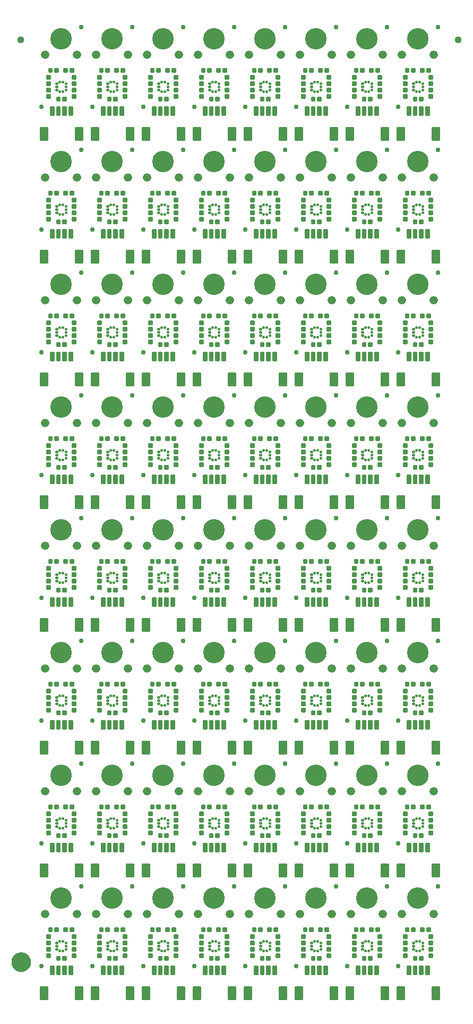
<source format=gts>
G04 EAGLE Gerber RS-274X export*
G75*
%MOMM*%
%FSLAX34Y34*%
%LPD*%
%INSoldermask Top*%
%IPPOS*%
%AMOC8*
5,1,8,0,0,1.08239X$1,22.5*%
G01*
%ADD10C,0.225369*%
%ADD11C,0.762000*%
%ADD12C,3.429000*%
%ADD13C,0.225588*%
%ADD14C,0.230259*%
%ADD15C,1.327000*%
%ADD16C,1.127000*%
%ADD17C,1.270000*%
%ADD18C,1.627000*%


D10*
X35608Y66834D02*
X30592Y66834D01*
X30592Y71850D01*
X35608Y71850D01*
X35608Y66834D01*
X35608Y68975D02*
X30592Y68975D01*
X30592Y71116D02*
X35608Y71116D01*
X40592Y66834D02*
X45608Y66834D01*
X40592Y66834D02*
X40592Y71850D01*
X45608Y71850D01*
X45608Y66834D01*
X45608Y68975D02*
X40592Y68975D01*
X40592Y71116D02*
X45608Y71116D01*
X52022Y118078D02*
X57038Y118078D01*
X57038Y113062D01*
X52022Y113062D01*
X52022Y118078D01*
X52022Y115203D02*
X57038Y115203D01*
X57038Y117344D02*
X52022Y117344D01*
X47038Y118078D02*
X42022Y118078D01*
X47038Y118078D02*
X47038Y113062D01*
X42022Y113062D01*
X42022Y118078D01*
X42022Y115203D02*
X47038Y115203D01*
X47038Y117344D02*
X42022Y117344D01*
D11*
X69850Y184150D03*
X6350Y57150D03*
D12*
X38100Y165100D03*
D13*
X15607Y4543D02*
X4593Y4543D01*
X4593Y23557D01*
X15607Y23557D01*
X15607Y4543D01*
X15607Y6686D02*
X4593Y6686D01*
X4593Y8829D02*
X15607Y8829D01*
X15607Y10972D02*
X4593Y10972D01*
X4593Y13115D02*
X15607Y13115D01*
X15607Y15258D02*
X4593Y15258D01*
X4593Y17401D02*
X15607Y17401D01*
X15607Y19544D02*
X4593Y19544D01*
X4593Y21687D02*
X15607Y21687D01*
X60593Y4543D02*
X71607Y4543D01*
X60593Y4543D02*
X60593Y23557D01*
X71607Y23557D01*
X71607Y4543D01*
X71607Y6686D02*
X60593Y6686D01*
X60593Y8829D02*
X71607Y8829D01*
X71607Y10972D02*
X60593Y10972D01*
X60593Y13115D02*
X71607Y13115D01*
X71607Y15258D02*
X60593Y15258D01*
X60593Y17401D02*
X71607Y17401D01*
X71607Y19544D02*
X60593Y19544D01*
X60593Y21687D02*
X71607Y21687D01*
D10*
X25608Y44542D02*
X20592Y44542D01*
X20592Y57058D01*
X25608Y57058D01*
X25608Y44542D01*
X25608Y46683D02*
X20592Y46683D01*
X20592Y48824D02*
X25608Y48824D01*
X25608Y50965D02*
X20592Y50965D01*
X20592Y53106D02*
X25608Y53106D01*
X25608Y55247D02*
X20592Y55247D01*
X30592Y44542D02*
X35608Y44542D01*
X30592Y44542D02*
X30592Y57058D01*
X35608Y57058D01*
X35608Y44542D01*
X35608Y46683D02*
X30592Y46683D01*
X30592Y48824D02*
X35608Y48824D01*
X35608Y50965D02*
X30592Y50965D01*
X30592Y53106D02*
X35608Y53106D01*
X35608Y55247D02*
X30592Y55247D01*
X40592Y44542D02*
X45608Y44542D01*
X40592Y44542D02*
X40592Y57058D01*
X45608Y57058D01*
X45608Y44542D01*
X45608Y46683D02*
X40592Y46683D01*
X40592Y48824D02*
X45608Y48824D01*
X45608Y50965D02*
X40592Y50965D01*
X40592Y53106D02*
X45608Y53106D01*
X45608Y55247D02*
X40592Y55247D01*
X50592Y44542D02*
X55608Y44542D01*
X50592Y44542D02*
X50592Y57058D01*
X55608Y57058D01*
X55608Y44542D01*
X55608Y46683D02*
X50592Y46683D01*
X50592Y48824D02*
X55608Y48824D01*
X55608Y50965D02*
X50592Y50965D01*
X50592Y53106D02*
X55608Y53106D01*
X55608Y55247D02*
X50592Y55247D01*
X60928Y91552D02*
X60928Y96568D01*
X60928Y91552D02*
X55912Y91552D01*
X55912Y96568D01*
X60928Y96568D01*
X60928Y93693D02*
X55912Y93693D01*
X55912Y95834D02*
X60928Y95834D01*
X60928Y101552D02*
X60928Y106568D01*
X60928Y101552D02*
X55912Y101552D01*
X55912Y106568D01*
X60928Y106568D01*
X60928Y103693D02*
X55912Y103693D01*
X55912Y105834D02*
X60928Y105834D01*
X60928Y76248D02*
X60928Y71232D01*
X55912Y71232D01*
X55912Y76248D01*
X60928Y76248D01*
X60928Y73373D02*
X55912Y73373D01*
X55912Y75514D02*
X60928Y75514D01*
X60928Y81232D02*
X60928Y86248D01*
X60928Y81232D02*
X55912Y81232D01*
X55912Y86248D01*
X60928Y86248D01*
X60928Y83373D02*
X55912Y83373D01*
X55912Y85514D02*
X60928Y85514D01*
X20288Y76248D02*
X20288Y71232D01*
X15272Y71232D01*
X15272Y76248D01*
X20288Y76248D01*
X20288Y73373D02*
X15272Y73373D01*
X15272Y75514D02*
X20288Y75514D01*
X20288Y81232D02*
X20288Y86248D01*
X20288Y81232D02*
X15272Y81232D01*
X15272Y86248D01*
X20288Y86248D01*
X20288Y83373D02*
X15272Y83373D01*
X15272Y85514D02*
X20288Y85514D01*
X20288Y91552D02*
X20288Y96568D01*
X20288Y91552D02*
X15272Y91552D01*
X15272Y96568D01*
X20288Y96568D01*
X20288Y93693D02*
X15272Y93693D01*
X15272Y95834D02*
X20288Y95834D01*
X20288Y101552D02*
X20288Y106568D01*
X20288Y101552D02*
X15272Y101552D01*
X15272Y106568D01*
X20288Y106568D01*
X20288Y103693D02*
X15272Y103693D01*
X15272Y105834D02*
X20288Y105834D01*
X17892Y113062D02*
X22908Y113062D01*
X17892Y113062D02*
X17892Y118078D01*
X22908Y118078D01*
X22908Y113062D01*
X22908Y115203D02*
X17892Y115203D01*
X17892Y117344D02*
X22908Y117344D01*
X27892Y113062D02*
X32908Y113062D01*
X27892Y113062D02*
X27892Y118078D01*
X32908Y118078D01*
X32908Y113062D01*
X32908Y115203D02*
X27892Y115203D01*
X27892Y117344D02*
X32908Y117344D01*
D14*
X31434Y89734D02*
X29616Y89734D01*
X31434Y89734D02*
X31434Y88066D01*
X29616Y88066D01*
X29616Y89734D01*
X29616Y84734D02*
X31434Y84734D01*
X31434Y83066D01*
X29616Y83066D01*
X29616Y84734D01*
X29616Y94734D02*
X31434Y94734D01*
X31434Y93066D01*
X29616Y93066D01*
X29616Y94734D01*
X44766Y89734D02*
X46584Y89734D01*
X46584Y88066D01*
X44766Y88066D01*
X44766Y89734D01*
X44766Y84734D02*
X46584Y84734D01*
X46584Y83066D01*
X44766Y83066D01*
X44766Y84734D01*
X44766Y94734D02*
X46584Y94734D01*
X46584Y93066D01*
X44766Y93066D01*
X44766Y94734D01*
X41434Y82234D02*
X39766Y82234D01*
X41434Y82234D02*
X41434Y80416D01*
X39766Y80416D01*
X39766Y82234D01*
X36434Y82234D02*
X34766Y82234D01*
X36434Y82234D02*
X36434Y80416D01*
X34766Y80416D01*
X34766Y82234D01*
X39766Y97384D02*
X41434Y97384D01*
X41434Y95566D01*
X39766Y95566D01*
X39766Y97384D01*
X36434Y97384D02*
X34766Y97384D01*
X36434Y97384D02*
X36434Y95566D01*
X34766Y95566D01*
X34766Y97384D01*
D15*
X12700Y139700D03*
X63500Y139700D03*
D10*
X111872Y66834D02*
X116888Y66834D01*
X111872Y66834D02*
X111872Y71850D01*
X116888Y71850D01*
X116888Y66834D01*
X116888Y68975D02*
X111872Y68975D01*
X111872Y71116D02*
X116888Y71116D01*
X121872Y66834D02*
X126888Y66834D01*
X121872Y66834D02*
X121872Y71850D01*
X126888Y71850D01*
X126888Y66834D01*
X126888Y68975D02*
X121872Y68975D01*
X121872Y71116D02*
X126888Y71116D01*
X133302Y118078D02*
X138318Y118078D01*
X138318Y113062D01*
X133302Y113062D01*
X133302Y118078D01*
X133302Y115203D02*
X138318Y115203D01*
X138318Y117344D02*
X133302Y117344D01*
X128318Y118078D02*
X123302Y118078D01*
X128318Y118078D02*
X128318Y113062D01*
X123302Y113062D01*
X123302Y118078D01*
X123302Y115203D02*
X128318Y115203D01*
X128318Y117344D02*
X123302Y117344D01*
D11*
X151130Y184150D03*
X87630Y57150D03*
D12*
X119380Y165100D03*
D13*
X96887Y4543D02*
X85873Y4543D01*
X85873Y23557D01*
X96887Y23557D01*
X96887Y4543D01*
X96887Y6686D02*
X85873Y6686D01*
X85873Y8829D02*
X96887Y8829D01*
X96887Y10972D02*
X85873Y10972D01*
X85873Y13115D02*
X96887Y13115D01*
X96887Y15258D02*
X85873Y15258D01*
X85873Y17401D02*
X96887Y17401D01*
X96887Y19544D02*
X85873Y19544D01*
X85873Y21687D02*
X96887Y21687D01*
X141873Y4543D02*
X152887Y4543D01*
X141873Y4543D02*
X141873Y23557D01*
X152887Y23557D01*
X152887Y4543D01*
X152887Y6686D02*
X141873Y6686D01*
X141873Y8829D02*
X152887Y8829D01*
X152887Y10972D02*
X141873Y10972D01*
X141873Y13115D02*
X152887Y13115D01*
X152887Y15258D02*
X141873Y15258D01*
X141873Y17401D02*
X152887Y17401D01*
X152887Y19544D02*
X141873Y19544D01*
X141873Y21687D02*
X152887Y21687D01*
D10*
X106888Y44542D02*
X101872Y44542D01*
X101872Y57058D01*
X106888Y57058D01*
X106888Y44542D01*
X106888Y46683D02*
X101872Y46683D01*
X101872Y48824D02*
X106888Y48824D01*
X106888Y50965D02*
X101872Y50965D01*
X101872Y53106D02*
X106888Y53106D01*
X106888Y55247D02*
X101872Y55247D01*
X111872Y44542D02*
X116888Y44542D01*
X111872Y44542D02*
X111872Y57058D01*
X116888Y57058D01*
X116888Y44542D01*
X116888Y46683D02*
X111872Y46683D01*
X111872Y48824D02*
X116888Y48824D01*
X116888Y50965D02*
X111872Y50965D01*
X111872Y53106D02*
X116888Y53106D01*
X116888Y55247D02*
X111872Y55247D01*
X121872Y44542D02*
X126888Y44542D01*
X121872Y44542D02*
X121872Y57058D01*
X126888Y57058D01*
X126888Y44542D01*
X126888Y46683D02*
X121872Y46683D01*
X121872Y48824D02*
X126888Y48824D01*
X126888Y50965D02*
X121872Y50965D01*
X121872Y53106D02*
X126888Y53106D01*
X126888Y55247D02*
X121872Y55247D01*
X131872Y44542D02*
X136888Y44542D01*
X131872Y44542D02*
X131872Y57058D01*
X136888Y57058D01*
X136888Y44542D01*
X136888Y46683D02*
X131872Y46683D01*
X131872Y48824D02*
X136888Y48824D01*
X136888Y50965D02*
X131872Y50965D01*
X131872Y53106D02*
X136888Y53106D01*
X136888Y55247D02*
X131872Y55247D01*
X142208Y91552D02*
X142208Y96568D01*
X142208Y91552D02*
X137192Y91552D01*
X137192Y96568D01*
X142208Y96568D01*
X142208Y93693D02*
X137192Y93693D01*
X137192Y95834D02*
X142208Y95834D01*
X142208Y101552D02*
X142208Y106568D01*
X142208Y101552D02*
X137192Y101552D01*
X137192Y106568D01*
X142208Y106568D01*
X142208Y103693D02*
X137192Y103693D01*
X137192Y105834D02*
X142208Y105834D01*
X142208Y76248D02*
X142208Y71232D01*
X137192Y71232D01*
X137192Y76248D01*
X142208Y76248D01*
X142208Y73373D02*
X137192Y73373D01*
X137192Y75514D02*
X142208Y75514D01*
X142208Y81232D02*
X142208Y86248D01*
X142208Y81232D02*
X137192Y81232D01*
X137192Y86248D01*
X142208Y86248D01*
X142208Y83373D02*
X137192Y83373D01*
X137192Y85514D02*
X142208Y85514D01*
X101568Y76248D02*
X101568Y71232D01*
X96552Y71232D01*
X96552Y76248D01*
X101568Y76248D01*
X101568Y73373D02*
X96552Y73373D01*
X96552Y75514D02*
X101568Y75514D01*
X101568Y81232D02*
X101568Y86248D01*
X101568Y81232D02*
X96552Y81232D01*
X96552Y86248D01*
X101568Y86248D01*
X101568Y83373D02*
X96552Y83373D01*
X96552Y85514D02*
X101568Y85514D01*
X101568Y91552D02*
X101568Y96568D01*
X101568Y91552D02*
X96552Y91552D01*
X96552Y96568D01*
X101568Y96568D01*
X101568Y93693D02*
X96552Y93693D01*
X96552Y95834D02*
X101568Y95834D01*
X101568Y101552D02*
X101568Y106568D01*
X101568Y101552D02*
X96552Y101552D01*
X96552Y106568D01*
X101568Y106568D01*
X101568Y103693D02*
X96552Y103693D01*
X96552Y105834D02*
X101568Y105834D01*
X99172Y113062D02*
X104188Y113062D01*
X99172Y113062D02*
X99172Y118078D01*
X104188Y118078D01*
X104188Y113062D01*
X104188Y115203D02*
X99172Y115203D01*
X99172Y117344D02*
X104188Y117344D01*
X109172Y113062D02*
X114188Y113062D01*
X109172Y113062D02*
X109172Y118078D01*
X114188Y118078D01*
X114188Y113062D01*
X114188Y115203D02*
X109172Y115203D01*
X109172Y117344D02*
X114188Y117344D01*
D14*
X112714Y89734D02*
X110896Y89734D01*
X112714Y89734D02*
X112714Y88066D01*
X110896Y88066D01*
X110896Y89734D01*
X110896Y84734D02*
X112714Y84734D01*
X112714Y83066D01*
X110896Y83066D01*
X110896Y84734D01*
X110896Y94734D02*
X112714Y94734D01*
X112714Y93066D01*
X110896Y93066D01*
X110896Y94734D01*
X126046Y89734D02*
X127864Y89734D01*
X127864Y88066D01*
X126046Y88066D01*
X126046Y89734D01*
X126046Y84734D02*
X127864Y84734D01*
X127864Y83066D01*
X126046Y83066D01*
X126046Y84734D01*
X126046Y94734D02*
X127864Y94734D01*
X127864Y93066D01*
X126046Y93066D01*
X126046Y94734D01*
X122714Y82234D02*
X121046Y82234D01*
X122714Y82234D02*
X122714Y80416D01*
X121046Y80416D01*
X121046Y82234D01*
X117714Y82234D02*
X116046Y82234D01*
X117714Y82234D02*
X117714Y80416D01*
X116046Y80416D01*
X116046Y82234D01*
X121046Y97384D02*
X122714Y97384D01*
X122714Y95566D01*
X121046Y95566D01*
X121046Y97384D01*
X117714Y97384D02*
X116046Y97384D01*
X117714Y97384D02*
X117714Y95566D01*
X116046Y95566D01*
X116046Y97384D01*
D15*
X93980Y139700D03*
X144780Y139700D03*
D10*
X193152Y66834D02*
X198168Y66834D01*
X193152Y66834D02*
X193152Y71850D01*
X198168Y71850D01*
X198168Y66834D01*
X198168Y68975D02*
X193152Y68975D01*
X193152Y71116D02*
X198168Y71116D01*
X203152Y66834D02*
X208168Y66834D01*
X203152Y66834D02*
X203152Y71850D01*
X208168Y71850D01*
X208168Y66834D01*
X208168Y68975D02*
X203152Y68975D01*
X203152Y71116D02*
X208168Y71116D01*
X214582Y118078D02*
X219598Y118078D01*
X219598Y113062D01*
X214582Y113062D01*
X214582Y118078D01*
X214582Y115203D02*
X219598Y115203D01*
X219598Y117344D02*
X214582Y117344D01*
X209598Y118078D02*
X204582Y118078D01*
X209598Y118078D02*
X209598Y113062D01*
X204582Y113062D01*
X204582Y118078D01*
X204582Y115203D02*
X209598Y115203D01*
X209598Y117344D02*
X204582Y117344D01*
D11*
X232410Y184150D03*
X168910Y57150D03*
D12*
X200660Y165100D03*
D13*
X178167Y4543D02*
X167153Y4543D01*
X167153Y23557D01*
X178167Y23557D01*
X178167Y4543D01*
X178167Y6686D02*
X167153Y6686D01*
X167153Y8829D02*
X178167Y8829D01*
X178167Y10972D02*
X167153Y10972D01*
X167153Y13115D02*
X178167Y13115D01*
X178167Y15258D02*
X167153Y15258D01*
X167153Y17401D02*
X178167Y17401D01*
X178167Y19544D02*
X167153Y19544D01*
X167153Y21687D02*
X178167Y21687D01*
X223153Y4543D02*
X234167Y4543D01*
X223153Y4543D02*
X223153Y23557D01*
X234167Y23557D01*
X234167Y4543D01*
X234167Y6686D02*
X223153Y6686D01*
X223153Y8829D02*
X234167Y8829D01*
X234167Y10972D02*
X223153Y10972D01*
X223153Y13115D02*
X234167Y13115D01*
X234167Y15258D02*
X223153Y15258D01*
X223153Y17401D02*
X234167Y17401D01*
X234167Y19544D02*
X223153Y19544D01*
X223153Y21687D02*
X234167Y21687D01*
D10*
X188168Y44542D02*
X183152Y44542D01*
X183152Y57058D01*
X188168Y57058D01*
X188168Y44542D01*
X188168Y46683D02*
X183152Y46683D01*
X183152Y48824D02*
X188168Y48824D01*
X188168Y50965D02*
X183152Y50965D01*
X183152Y53106D02*
X188168Y53106D01*
X188168Y55247D02*
X183152Y55247D01*
X193152Y44542D02*
X198168Y44542D01*
X193152Y44542D02*
X193152Y57058D01*
X198168Y57058D01*
X198168Y44542D01*
X198168Y46683D02*
X193152Y46683D01*
X193152Y48824D02*
X198168Y48824D01*
X198168Y50965D02*
X193152Y50965D01*
X193152Y53106D02*
X198168Y53106D01*
X198168Y55247D02*
X193152Y55247D01*
X203152Y44542D02*
X208168Y44542D01*
X203152Y44542D02*
X203152Y57058D01*
X208168Y57058D01*
X208168Y44542D01*
X208168Y46683D02*
X203152Y46683D01*
X203152Y48824D02*
X208168Y48824D01*
X208168Y50965D02*
X203152Y50965D01*
X203152Y53106D02*
X208168Y53106D01*
X208168Y55247D02*
X203152Y55247D01*
X213152Y44542D02*
X218168Y44542D01*
X213152Y44542D02*
X213152Y57058D01*
X218168Y57058D01*
X218168Y44542D01*
X218168Y46683D02*
X213152Y46683D01*
X213152Y48824D02*
X218168Y48824D01*
X218168Y50965D02*
X213152Y50965D01*
X213152Y53106D02*
X218168Y53106D01*
X218168Y55247D02*
X213152Y55247D01*
X223488Y91552D02*
X223488Y96568D01*
X223488Y91552D02*
X218472Y91552D01*
X218472Y96568D01*
X223488Y96568D01*
X223488Y93693D02*
X218472Y93693D01*
X218472Y95834D02*
X223488Y95834D01*
X223488Y101552D02*
X223488Y106568D01*
X223488Y101552D02*
X218472Y101552D01*
X218472Y106568D01*
X223488Y106568D01*
X223488Y103693D02*
X218472Y103693D01*
X218472Y105834D02*
X223488Y105834D01*
X223488Y76248D02*
X223488Y71232D01*
X218472Y71232D01*
X218472Y76248D01*
X223488Y76248D01*
X223488Y73373D02*
X218472Y73373D01*
X218472Y75514D02*
X223488Y75514D01*
X223488Y81232D02*
X223488Y86248D01*
X223488Y81232D02*
X218472Y81232D01*
X218472Y86248D01*
X223488Y86248D01*
X223488Y83373D02*
X218472Y83373D01*
X218472Y85514D02*
X223488Y85514D01*
X182848Y76248D02*
X182848Y71232D01*
X177832Y71232D01*
X177832Y76248D01*
X182848Y76248D01*
X182848Y73373D02*
X177832Y73373D01*
X177832Y75514D02*
X182848Y75514D01*
X182848Y81232D02*
X182848Y86248D01*
X182848Y81232D02*
X177832Y81232D01*
X177832Y86248D01*
X182848Y86248D01*
X182848Y83373D02*
X177832Y83373D01*
X177832Y85514D02*
X182848Y85514D01*
X182848Y91552D02*
X182848Y96568D01*
X182848Y91552D02*
X177832Y91552D01*
X177832Y96568D01*
X182848Y96568D01*
X182848Y93693D02*
X177832Y93693D01*
X177832Y95834D02*
X182848Y95834D01*
X182848Y101552D02*
X182848Y106568D01*
X182848Y101552D02*
X177832Y101552D01*
X177832Y106568D01*
X182848Y106568D01*
X182848Y103693D02*
X177832Y103693D01*
X177832Y105834D02*
X182848Y105834D01*
X180452Y113062D02*
X185468Y113062D01*
X180452Y113062D02*
X180452Y118078D01*
X185468Y118078D01*
X185468Y113062D01*
X185468Y115203D02*
X180452Y115203D01*
X180452Y117344D02*
X185468Y117344D01*
X190452Y113062D02*
X195468Y113062D01*
X190452Y113062D02*
X190452Y118078D01*
X195468Y118078D01*
X195468Y113062D01*
X195468Y115203D02*
X190452Y115203D01*
X190452Y117344D02*
X195468Y117344D01*
D14*
X193994Y89734D02*
X192176Y89734D01*
X193994Y89734D02*
X193994Y88066D01*
X192176Y88066D01*
X192176Y89734D01*
X192176Y84734D02*
X193994Y84734D01*
X193994Y83066D01*
X192176Y83066D01*
X192176Y84734D01*
X192176Y94734D02*
X193994Y94734D01*
X193994Y93066D01*
X192176Y93066D01*
X192176Y94734D01*
X207326Y89734D02*
X209144Y89734D01*
X209144Y88066D01*
X207326Y88066D01*
X207326Y89734D01*
X207326Y84734D02*
X209144Y84734D01*
X209144Y83066D01*
X207326Y83066D01*
X207326Y84734D01*
X207326Y94734D02*
X209144Y94734D01*
X209144Y93066D01*
X207326Y93066D01*
X207326Y94734D01*
X203994Y82234D02*
X202326Y82234D01*
X203994Y82234D02*
X203994Y80416D01*
X202326Y80416D01*
X202326Y82234D01*
X198994Y82234D02*
X197326Y82234D01*
X198994Y82234D02*
X198994Y80416D01*
X197326Y80416D01*
X197326Y82234D01*
X202326Y97384D02*
X203994Y97384D01*
X203994Y95566D01*
X202326Y95566D01*
X202326Y97384D01*
X198994Y97384D02*
X197326Y97384D01*
X198994Y97384D02*
X198994Y95566D01*
X197326Y95566D01*
X197326Y97384D01*
D15*
X175260Y139700D03*
X226060Y139700D03*
D10*
X274432Y66834D02*
X279448Y66834D01*
X274432Y66834D02*
X274432Y71850D01*
X279448Y71850D01*
X279448Y66834D01*
X279448Y68975D02*
X274432Y68975D01*
X274432Y71116D02*
X279448Y71116D01*
X284432Y66834D02*
X289448Y66834D01*
X284432Y66834D02*
X284432Y71850D01*
X289448Y71850D01*
X289448Y66834D01*
X289448Y68975D02*
X284432Y68975D01*
X284432Y71116D02*
X289448Y71116D01*
X295862Y118078D02*
X300878Y118078D01*
X300878Y113062D01*
X295862Y113062D01*
X295862Y118078D01*
X295862Y115203D02*
X300878Y115203D01*
X300878Y117344D02*
X295862Y117344D01*
X290878Y118078D02*
X285862Y118078D01*
X290878Y118078D02*
X290878Y113062D01*
X285862Y113062D01*
X285862Y118078D01*
X285862Y115203D02*
X290878Y115203D01*
X290878Y117344D02*
X285862Y117344D01*
D11*
X313690Y184150D03*
X250190Y57150D03*
D12*
X281940Y165100D03*
D13*
X259447Y4543D02*
X248433Y4543D01*
X248433Y23557D01*
X259447Y23557D01*
X259447Y4543D01*
X259447Y6686D02*
X248433Y6686D01*
X248433Y8829D02*
X259447Y8829D01*
X259447Y10972D02*
X248433Y10972D01*
X248433Y13115D02*
X259447Y13115D01*
X259447Y15258D02*
X248433Y15258D01*
X248433Y17401D02*
X259447Y17401D01*
X259447Y19544D02*
X248433Y19544D01*
X248433Y21687D02*
X259447Y21687D01*
X304433Y4543D02*
X315447Y4543D01*
X304433Y4543D02*
X304433Y23557D01*
X315447Y23557D01*
X315447Y4543D01*
X315447Y6686D02*
X304433Y6686D01*
X304433Y8829D02*
X315447Y8829D01*
X315447Y10972D02*
X304433Y10972D01*
X304433Y13115D02*
X315447Y13115D01*
X315447Y15258D02*
X304433Y15258D01*
X304433Y17401D02*
X315447Y17401D01*
X315447Y19544D02*
X304433Y19544D01*
X304433Y21687D02*
X315447Y21687D01*
D10*
X269448Y44542D02*
X264432Y44542D01*
X264432Y57058D01*
X269448Y57058D01*
X269448Y44542D01*
X269448Y46683D02*
X264432Y46683D01*
X264432Y48824D02*
X269448Y48824D01*
X269448Y50965D02*
X264432Y50965D01*
X264432Y53106D02*
X269448Y53106D01*
X269448Y55247D02*
X264432Y55247D01*
X274432Y44542D02*
X279448Y44542D01*
X274432Y44542D02*
X274432Y57058D01*
X279448Y57058D01*
X279448Y44542D01*
X279448Y46683D02*
X274432Y46683D01*
X274432Y48824D02*
X279448Y48824D01*
X279448Y50965D02*
X274432Y50965D01*
X274432Y53106D02*
X279448Y53106D01*
X279448Y55247D02*
X274432Y55247D01*
X284432Y44542D02*
X289448Y44542D01*
X284432Y44542D02*
X284432Y57058D01*
X289448Y57058D01*
X289448Y44542D01*
X289448Y46683D02*
X284432Y46683D01*
X284432Y48824D02*
X289448Y48824D01*
X289448Y50965D02*
X284432Y50965D01*
X284432Y53106D02*
X289448Y53106D01*
X289448Y55247D02*
X284432Y55247D01*
X294432Y44542D02*
X299448Y44542D01*
X294432Y44542D02*
X294432Y57058D01*
X299448Y57058D01*
X299448Y44542D01*
X299448Y46683D02*
X294432Y46683D01*
X294432Y48824D02*
X299448Y48824D01*
X299448Y50965D02*
X294432Y50965D01*
X294432Y53106D02*
X299448Y53106D01*
X299448Y55247D02*
X294432Y55247D01*
X304768Y91552D02*
X304768Y96568D01*
X304768Y91552D02*
X299752Y91552D01*
X299752Y96568D01*
X304768Y96568D01*
X304768Y93693D02*
X299752Y93693D01*
X299752Y95834D02*
X304768Y95834D01*
X304768Y101552D02*
X304768Y106568D01*
X304768Y101552D02*
X299752Y101552D01*
X299752Y106568D01*
X304768Y106568D01*
X304768Y103693D02*
X299752Y103693D01*
X299752Y105834D02*
X304768Y105834D01*
X304768Y76248D02*
X304768Y71232D01*
X299752Y71232D01*
X299752Y76248D01*
X304768Y76248D01*
X304768Y73373D02*
X299752Y73373D01*
X299752Y75514D02*
X304768Y75514D01*
X304768Y81232D02*
X304768Y86248D01*
X304768Y81232D02*
X299752Y81232D01*
X299752Y86248D01*
X304768Y86248D01*
X304768Y83373D02*
X299752Y83373D01*
X299752Y85514D02*
X304768Y85514D01*
X264128Y76248D02*
X264128Y71232D01*
X259112Y71232D01*
X259112Y76248D01*
X264128Y76248D01*
X264128Y73373D02*
X259112Y73373D01*
X259112Y75514D02*
X264128Y75514D01*
X264128Y81232D02*
X264128Y86248D01*
X264128Y81232D02*
X259112Y81232D01*
X259112Y86248D01*
X264128Y86248D01*
X264128Y83373D02*
X259112Y83373D01*
X259112Y85514D02*
X264128Y85514D01*
X264128Y91552D02*
X264128Y96568D01*
X264128Y91552D02*
X259112Y91552D01*
X259112Y96568D01*
X264128Y96568D01*
X264128Y93693D02*
X259112Y93693D01*
X259112Y95834D02*
X264128Y95834D01*
X264128Y101552D02*
X264128Y106568D01*
X264128Y101552D02*
X259112Y101552D01*
X259112Y106568D01*
X264128Y106568D01*
X264128Y103693D02*
X259112Y103693D01*
X259112Y105834D02*
X264128Y105834D01*
X261732Y113062D02*
X266748Y113062D01*
X261732Y113062D02*
X261732Y118078D01*
X266748Y118078D01*
X266748Y113062D01*
X266748Y115203D02*
X261732Y115203D01*
X261732Y117344D02*
X266748Y117344D01*
X271732Y113062D02*
X276748Y113062D01*
X271732Y113062D02*
X271732Y118078D01*
X276748Y118078D01*
X276748Y113062D01*
X276748Y115203D02*
X271732Y115203D01*
X271732Y117344D02*
X276748Y117344D01*
D14*
X275274Y89734D02*
X273456Y89734D01*
X275274Y89734D02*
X275274Y88066D01*
X273456Y88066D01*
X273456Y89734D01*
X273456Y84734D02*
X275274Y84734D01*
X275274Y83066D01*
X273456Y83066D01*
X273456Y84734D01*
X273456Y94734D02*
X275274Y94734D01*
X275274Y93066D01*
X273456Y93066D01*
X273456Y94734D01*
X288606Y89734D02*
X290424Y89734D01*
X290424Y88066D01*
X288606Y88066D01*
X288606Y89734D01*
X288606Y84734D02*
X290424Y84734D01*
X290424Y83066D01*
X288606Y83066D01*
X288606Y84734D01*
X288606Y94734D02*
X290424Y94734D01*
X290424Y93066D01*
X288606Y93066D01*
X288606Y94734D01*
X285274Y82234D02*
X283606Y82234D01*
X285274Y82234D02*
X285274Y80416D01*
X283606Y80416D01*
X283606Y82234D01*
X280274Y82234D02*
X278606Y82234D01*
X280274Y82234D02*
X280274Y80416D01*
X278606Y80416D01*
X278606Y82234D01*
X283606Y97384D02*
X285274Y97384D01*
X285274Y95566D01*
X283606Y95566D01*
X283606Y97384D01*
X280274Y97384D02*
X278606Y97384D01*
X280274Y97384D02*
X280274Y95566D01*
X278606Y95566D01*
X278606Y97384D01*
D15*
X256540Y139700D03*
X307340Y139700D03*
D10*
X355712Y66834D02*
X360728Y66834D01*
X355712Y66834D02*
X355712Y71850D01*
X360728Y71850D01*
X360728Y66834D01*
X360728Y68975D02*
X355712Y68975D01*
X355712Y71116D02*
X360728Y71116D01*
X365712Y66834D02*
X370728Y66834D01*
X365712Y66834D02*
X365712Y71850D01*
X370728Y71850D01*
X370728Y66834D01*
X370728Y68975D02*
X365712Y68975D01*
X365712Y71116D02*
X370728Y71116D01*
X377142Y118078D02*
X382158Y118078D01*
X382158Y113062D01*
X377142Y113062D01*
X377142Y118078D01*
X377142Y115203D02*
X382158Y115203D01*
X382158Y117344D02*
X377142Y117344D01*
X372158Y118078D02*
X367142Y118078D01*
X372158Y118078D02*
X372158Y113062D01*
X367142Y113062D01*
X367142Y118078D01*
X367142Y115203D02*
X372158Y115203D01*
X372158Y117344D02*
X367142Y117344D01*
D11*
X394970Y184150D03*
X331470Y57150D03*
D12*
X363220Y165100D03*
D13*
X340727Y4543D02*
X329713Y4543D01*
X329713Y23557D01*
X340727Y23557D01*
X340727Y4543D01*
X340727Y6686D02*
X329713Y6686D01*
X329713Y8829D02*
X340727Y8829D01*
X340727Y10972D02*
X329713Y10972D01*
X329713Y13115D02*
X340727Y13115D01*
X340727Y15258D02*
X329713Y15258D01*
X329713Y17401D02*
X340727Y17401D01*
X340727Y19544D02*
X329713Y19544D01*
X329713Y21687D02*
X340727Y21687D01*
X385713Y4543D02*
X396727Y4543D01*
X385713Y4543D02*
X385713Y23557D01*
X396727Y23557D01*
X396727Y4543D01*
X396727Y6686D02*
X385713Y6686D01*
X385713Y8829D02*
X396727Y8829D01*
X396727Y10972D02*
X385713Y10972D01*
X385713Y13115D02*
X396727Y13115D01*
X396727Y15258D02*
X385713Y15258D01*
X385713Y17401D02*
X396727Y17401D01*
X396727Y19544D02*
X385713Y19544D01*
X385713Y21687D02*
X396727Y21687D01*
D10*
X350728Y44542D02*
X345712Y44542D01*
X345712Y57058D01*
X350728Y57058D01*
X350728Y44542D01*
X350728Y46683D02*
X345712Y46683D01*
X345712Y48824D02*
X350728Y48824D01*
X350728Y50965D02*
X345712Y50965D01*
X345712Y53106D02*
X350728Y53106D01*
X350728Y55247D02*
X345712Y55247D01*
X355712Y44542D02*
X360728Y44542D01*
X355712Y44542D02*
X355712Y57058D01*
X360728Y57058D01*
X360728Y44542D01*
X360728Y46683D02*
X355712Y46683D01*
X355712Y48824D02*
X360728Y48824D01*
X360728Y50965D02*
X355712Y50965D01*
X355712Y53106D02*
X360728Y53106D01*
X360728Y55247D02*
X355712Y55247D01*
X365712Y44542D02*
X370728Y44542D01*
X365712Y44542D02*
X365712Y57058D01*
X370728Y57058D01*
X370728Y44542D01*
X370728Y46683D02*
X365712Y46683D01*
X365712Y48824D02*
X370728Y48824D01*
X370728Y50965D02*
X365712Y50965D01*
X365712Y53106D02*
X370728Y53106D01*
X370728Y55247D02*
X365712Y55247D01*
X375712Y44542D02*
X380728Y44542D01*
X375712Y44542D02*
X375712Y57058D01*
X380728Y57058D01*
X380728Y44542D01*
X380728Y46683D02*
X375712Y46683D01*
X375712Y48824D02*
X380728Y48824D01*
X380728Y50965D02*
X375712Y50965D01*
X375712Y53106D02*
X380728Y53106D01*
X380728Y55247D02*
X375712Y55247D01*
X386048Y91552D02*
X386048Y96568D01*
X386048Y91552D02*
X381032Y91552D01*
X381032Y96568D01*
X386048Y96568D01*
X386048Y93693D02*
X381032Y93693D01*
X381032Y95834D02*
X386048Y95834D01*
X386048Y101552D02*
X386048Y106568D01*
X386048Y101552D02*
X381032Y101552D01*
X381032Y106568D01*
X386048Y106568D01*
X386048Y103693D02*
X381032Y103693D01*
X381032Y105834D02*
X386048Y105834D01*
X386048Y76248D02*
X386048Y71232D01*
X381032Y71232D01*
X381032Y76248D01*
X386048Y76248D01*
X386048Y73373D02*
X381032Y73373D01*
X381032Y75514D02*
X386048Y75514D01*
X386048Y81232D02*
X386048Y86248D01*
X386048Y81232D02*
X381032Y81232D01*
X381032Y86248D01*
X386048Y86248D01*
X386048Y83373D02*
X381032Y83373D01*
X381032Y85514D02*
X386048Y85514D01*
X345408Y76248D02*
X345408Y71232D01*
X340392Y71232D01*
X340392Y76248D01*
X345408Y76248D01*
X345408Y73373D02*
X340392Y73373D01*
X340392Y75514D02*
X345408Y75514D01*
X345408Y81232D02*
X345408Y86248D01*
X345408Y81232D02*
X340392Y81232D01*
X340392Y86248D01*
X345408Y86248D01*
X345408Y83373D02*
X340392Y83373D01*
X340392Y85514D02*
X345408Y85514D01*
X345408Y91552D02*
X345408Y96568D01*
X345408Y91552D02*
X340392Y91552D01*
X340392Y96568D01*
X345408Y96568D01*
X345408Y93693D02*
X340392Y93693D01*
X340392Y95834D02*
X345408Y95834D01*
X345408Y101552D02*
X345408Y106568D01*
X345408Y101552D02*
X340392Y101552D01*
X340392Y106568D01*
X345408Y106568D01*
X345408Y103693D02*
X340392Y103693D01*
X340392Y105834D02*
X345408Y105834D01*
X343012Y113062D02*
X348028Y113062D01*
X343012Y113062D02*
X343012Y118078D01*
X348028Y118078D01*
X348028Y113062D01*
X348028Y115203D02*
X343012Y115203D01*
X343012Y117344D02*
X348028Y117344D01*
X353012Y113062D02*
X358028Y113062D01*
X353012Y113062D02*
X353012Y118078D01*
X358028Y118078D01*
X358028Y113062D01*
X358028Y115203D02*
X353012Y115203D01*
X353012Y117344D02*
X358028Y117344D01*
D14*
X356554Y89734D02*
X354736Y89734D01*
X356554Y89734D02*
X356554Y88066D01*
X354736Y88066D01*
X354736Y89734D01*
X354736Y84734D02*
X356554Y84734D01*
X356554Y83066D01*
X354736Y83066D01*
X354736Y84734D01*
X354736Y94734D02*
X356554Y94734D01*
X356554Y93066D01*
X354736Y93066D01*
X354736Y94734D01*
X369886Y89734D02*
X371704Y89734D01*
X371704Y88066D01*
X369886Y88066D01*
X369886Y89734D01*
X369886Y84734D02*
X371704Y84734D01*
X371704Y83066D01*
X369886Y83066D01*
X369886Y84734D01*
X369886Y94734D02*
X371704Y94734D01*
X371704Y93066D01*
X369886Y93066D01*
X369886Y94734D01*
X366554Y82234D02*
X364886Y82234D01*
X366554Y82234D02*
X366554Y80416D01*
X364886Y80416D01*
X364886Y82234D01*
X361554Y82234D02*
X359886Y82234D01*
X361554Y82234D02*
X361554Y80416D01*
X359886Y80416D01*
X359886Y82234D01*
X364886Y97384D02*
X366554Y97384D01*
X366554Y95566D01*
X364886Y95566D01*
X364886Y97384D01*
X361554Y97384D02*
X359886Y97384D01*
X361554Y97384D02*
X361554Y95566D01*
X359886Y95566D01*
X359886Y97384D01*
D15*
X337820Y139700D03*
X388620Y139700D03*
D10*
X436992Y66834D02*
X442008Y66834D01*
X436992Y66834D02*
X436992Y71850D01*
X442008Y71850D01*
X442008Y66834D01*
X442008Y68975D02*
X436992Y68975D01*
X436992Y71116D02*
X442008Y71116D01*
X446992Y66834D02*
X452008Y66834D01*
X446992Y66834D02*
X446992Y71850D01*
X452008Y71850D01*
X452008Y66834D01*
X452008Y68975D02*
X446992Y68975D01*
X446992Y71116D02*
X452008Y71116D01*
X458422Y118078D02*
X463438Y118078D01*
X463438Y113062D01*
X458422Y113062D01*
X458422Y118078D01*
X458422Y115203D02*
X463438Y115203D01*
X463438Y117344D02*
X458422Y117344D01*
X453438Y118078D02*
X448422Y118078D01*
X453438Y118078D02*
X453438Y113062D01*
X448422Y113062D01*
X448422Y118078D01*
X448422Y115203D02*
X453438Y115203D01*
X453438Y117344D02*
X448422Y117344D01*
D11*
X476250Y184150D03*
X412750Y57150D03*
D12*
X444500Y165100D03*
D13*
X422007Y4543D02*
X410993Y4543D01*
X410993Y23557D01*
X422007Y23557D01*
X422007Y4543D01*
X422007Y6686D02*
X410993Y6686D01*
X410993Y8829D02*
X422007Y8829D01*
X422007Y10972D02*
X410993Y10972D01*
X410993Y13115D02*
X422007Y13115D01*
X422007Y15258D02*
X410993Y15258D01*
X410993Y17401D02*
X422007Y17401D01*
X422007Y19544D02*
X410993Y19544D01*
X410993Y21687D02*
X422007Y21687D01*
X466993Y4543D02*
X478007Y4543D01*
X466993Y4543D02*
X466993Y23557D01*
X478007Y23557D01*
X478007Y4543D01*
X478007Y6686D02*
X466993Y6686D01*
X466993Y8829D02*
X478007Y8829D01*
X478007Y10972D02*
X466993Y10972D01*
X466993Y13115D02*
X478007Y13115D01*
X478007Y15258D02*
X466993Y15258D01*
X466993Y17401D02*
X478007Y17401D01*
X478007Y19544D02*
X466993Y19544D01*
X466993Y21687D02*
X478007Y21687D01*
D10*
X432008Y44542D02*
X426992Y44542D01*
X426992Y57058D01*
X432008Y57058D01*
X432008Y44542D01*
X432008Y46683D02*
X426992Y46683D01*
X426992Y48824D02*
X432008Y48824D01*
X432008Y50965D02*
X426992Y50965D01*
X426992Y53106D02*
X432008Y53106D01*
X432008Y55247D02*
X426992Y55247D01*
X436992Y44542D02*
X442008Y44542D01*
X436992Y44542D02*
X436992Y57058D01*
X442008Y57058D01*
X442008Y44542D01*
X442008Y46683D02*
X436992Y46683D01*
X436992Y48824D02*
X442008Y48824D01*
X442008Y50965D02*
X436992Y50965D01*
X436992Y53106D02*
X442008Y53106D01*
X442008Y55247D02*
X436992Y55247D01*
X446992Y44542D02*
X452008Y44542D01*
X446992Y44542D02*
X446992Y57058D01*
X452008Y57058D01*
X452008Y44542D01*
X452008Y46683D02*
X446992Y46683D01*
X446992Y48824D02*
X452008Y48824D01*
X452008Y50965D02*
X446992Y50965D01*
X446992Y53106D02*
X452008Y53106D01*
X452008Y55247D02*
X446992Y55247D01*
X456992Y44542D02*
X462008Y44542D01*
X456992Y44542D02*
X456992Y57058D01*
X462008Y57058D01*
X462008Y44542D01*
X462008Y46683D02*
X456992Y46683D01*
X456992Y48824D02*
X462008Y48824D01*
X462008Y50965D02*
X456992Y50965D01*
X456992Y53106D02*
X462008Y53106D01*
X462008Y55247D02*
X456992Y55247D01*
X467328Y91552D02*
X467328Y96568D01*
X467328Y91552D02*
X462312Y91552D01*
X462312Y96568D01*
X467328Y96568D01*
X467328Y93693D02*
X462312Y93693D01*
X462312Y95834D02*
X467328Y95834D01*
X467328Y101552D02*
X467328Y106568D01*
X467328Y101552D02*
X462312Y101552D01*
X462312Y106568D01*
X467328Y106568D01*
X467328Y103693D02*
X462312Y103693D01*
X462312Y105834D02*
X467328Y105834D01*
X467328Y76248D02*
X467328Y71232D01*
X462312Y71232D01*
X462312Y76248D01*
X467328Y76248D01*
X467328Y73373D02*
X462312Y73373D01*
X462312Y75514D02*
X467328Y75514D01*
X467328Y81232D02*
X467328Y86248D01*
X467328Y81232D02*
X462312Y81232D01*
X462312Y86248D01*
X467328Y86248D01*
X467328Y83373D02*
X462312Y83373D01*
X462312Y85514D02*
X467328Y85514D01*
X426688Y76248D02*
X426688Y71232D01*
X421672Y71232D01*
X421672Y76248D01*
X426688Y76248D01*
X426688Y73373D02*
X421672Y73373D01*
X421672Y75514D02*
X426688Y75514D01*
X426688Y81232D02*
X426688Y86248D01*
X426688Y81232D02*
X421672Y81232D01*
X421672Y86248D01*
X426688Y86248D01*
X426688Y83373D02*
X421672Y83373D01*
X421672Y85514D02*
X426688Y85514D01*
X426688Y91552D02*
X426688Y96568D01*
X426688Y91552D02*
X421672Y91552D01*
X421672Y96568D01*
X426688Y96568D01*
X426688Y93693D02*
X421672Y93693D01*
X421672Y95834D02*
X426688Y95834D01*
X426688Y101552D02*
X426688Y106568D01*
X426688Y101552D02*
X421672Y101552D01*
X421672Y106568D01*
X426688Y106568D01*
X426688Y103693D02*
X421672Y103693D01*
X421672Y105834D02*
X426688Y105834D01*
X424292Y113062D02*
X429308Y113062D01*
X424292Y113062D02*
X424292Y118078D01*
X429308Y118078D01*
X429308Y113062D01*
X429308Y115203D02*
X424292Y115203D01*
X424292Y117344D02*
X429308Y117344D01*
X434292Y113062D02*
X439308Y113062D01*
X434292Y113062D02*
X434292Y118078D01*
X439308Y118078D01*
X439308Y113062D01*
X439308Y115203D02*
X434292Y115203D01*
X434292Y117344D02*
X439308Y117344D01*
D14*
X437834Y89734D02*
X436016Y89734D01*
X437834Y89734D02*
X437834Y88066D01*
X436016Y88066D01*
X436016Y89734D01*
X436016Y84734D02*
X437834Y84734D01*
X437834Y83066D01*
X436016Y83066D01*
X436016Y84734D01*
X436016Y94734D02*
X437834Y94734D01*
X437834Y93066D01*
X436016Y93066D01*
X436016Y94734D01*
X451166Y89734D02*
X452984Y89734D01*
X452984Y88066D01*
X451166Y88066D01*
X451166Y89734D01*
X451166Y84734D02*
X452984Y84734D01*
X452984Y83066D01*
X451166Y83066D01*
X451166Y84734D01*
X451166Y94734D02*
X452984Y94734D01*
X452984Y93066D01*
X451166Y93066D01*
X451166Y94734D01*
X447834Y82234D02*
X446166Y82234D01*
X447834Y82234D02*
X447834Y80416D01*
X446166Y80416D01*
X446166Y82234D01*
X442834Y82234D02*
X441166Y82234D01*
X442834Y82234D02*
X442834Y80416D01*
X441166Y80416D01*
X441166Y82234D01*
X446166Y97384D02*
X447834Y97384D01*
X447834Y95566D01*
X446166Y95566D01*
X446166Y97384D01*
X442834Y97384D02*
X441166Y97384D01*
X442834Y97384D02*
X442834Y95566D01*
X441166Y95566D01*
X441166Y97384D01*
D15*
X419100Y139700D03*
X469900Y139700D03*
D10*
X518272Y66834D02*
X523288Y66834D01*
X518272Y66834D02*
X518272Y71850D01*
X523288Y71850D01*
X523288Y66834D01*
X523288Y68975D02*
X518272Y68975D01*
X518272Y71116D02*
X523288Y71116D01*
X528272Y66834D02*
X533288Y66834D01*
X528272Y66834D02*
X528272Y71850D01*
X533288Y71850D01*
X533288Y66834D01*
X533288Y68975D02*
X528272Y68975D01*
X528272Y71116D02*
X533288Y71116D01*
X539702Y118078D02*
X544718Y118078D01*
X544718Y113062D01*
X539702Y113062D01*
X539702Y118078D01*
X539702Y115203D02*
X544718Y115203D01*
X544718Y117344D02*
X539702Y117344D01*
X534718Y118078D02*
X529702Y118078D01*
X534718Y118078D02*
X534718Y113062D01*
X529702Y113062D01*
X529702Y118078D01*
X529702Y115203D02*
X534718Y115203D01*
X534718Y117344D02*
X529702Y117344D01*
D11*
X557530Y184150D03*
X494030Y57150D03*
D12*
X525780Y165100D03*
D13*
X503287Y4543D02*
X492273Y4543D01*
X492273Y23557D01*
X503287Y23557D01*
X503287Y4543D01*
X503287Y6686D02*
X492273Y6686D01*
X492273Y8829D02*
X503287Y8829D01*
X503287Y10972D02*
X492273Y10972D01*
X492273Y13115D02*
X503287Y13115D01*
X503287Y15258D02*
X492273Y15258D01*
X492273Y17401D02*
X503287Y17401D01*
X503287Y19544D02*
X492273Y19544D01*
X492273Y21687D02*
X503287Y21687D01*
X548273Y4543D02*
X559287Y4543D01*
X548273Y4543D02*
X548273Y23557D01*
X559287Y23557D01*
X559287Y4543D01*
X559287Y6686D02*
X548273Y6686D01*
X548273Y8829D02*
X559287Y8829D01*
X559287Y10972D02*
X548273Y10972D01*
X548273Y13115D02*
X559287Y13115D01*
X559287Y15258D02*
X548273Y15258D01*
X548273Y17401D02*
X559287Y17401D01*
X559287Y19544D02*
X548273Y19544D01*
X548273Y21687D02*
X559287Y21687D01*
D10*
X513288Y44542D02*
X508272Y44542D01*
X508272Y57058D01*
X513288Y57058D01*
X513288Y44542D01*
X513288Y46683D02*
X508272Y46683D01*
X508272Y48824D02*
X513288Y48824D01*
X513288Y50965D02*
X508272Y50965D01*
X508272Y53106D02*
X513288Y53106D01*
X513288Y55247D02*
X508272Y55247D01*
X518272Y44542D02*
X523288Y44542D01*
X518272Y44542D02*
X518272Y57058D01*
X523288Y57058D01*
X523288Y44542D01*
X523288Y46683D02*
X518272Y46683D01*
X518272Y48824D02*
X523288Y48824D01*
X523288Y50965D02*
X518272Y50965D01*
X518272Y53106D02*
X523288Y53106D01*
X523288Y55247D02*
X518272Y55247D01*
X528272Y44542D02*
X533288Y44542D01*
X528272Y44542D02*
X528272Y57058D01*
X533288Y57058D01*
X533288Y44542D01*
X533288Y46683D02*
X528272Y46683D01*
X528272Y48824D02*
X533288Y48824D01*
X533288Y50965D02*
X528272Y50965D01*
X528272Y53106D02*
X533288Y53106D01*
X533288Y55247D02*
X528272Y55247D01*
X538272Y44542D02*
X543288Y44542D01*
X538272Y44542D02*
X538272Y57058D01*
X543288Y57058D01*
X543288Y44542D01*
X543288Y46683D02*
X538272Y46683D01*
X538272Y48824D02*
X543288Y48824D01*
X543288Y50965D02*
X538272Y50965D01*
X538272Y53106D02*
X543288Y53106D01*
X543288Y55247D02*
X538272Y55247D01*
X548608Y91552D02*
X548608Y96568D01*
X548608Y91552D02*
X543592Y91552D01*
X543592Y96568D01*
X548608Y96568D01*
X548608Y93693D02*
X543592Y93693D01*
X543592Y95834D02*
X548608Y95834D01*
X548608Y101552D02*
X548608Y106568D01*
X548608Y101552D02*
X543592Y101552D01*
X543592Y106568D01*
X548608Y106568D01*
X548608Y103693D02*
X543592Y103693D01*
X543592Y105834D02*
X548608Y105834D01*
X548608Y76248D02*
X548608Y71232D01*
X543592Y71232D01*
X543592Y76248D01*
X548608Y76248D01*
X548608Y73373D02*
X543592Y73373D01*
X543592Y75514D02*
X548608Y75514D01*
X548608Y81232D02*
X548608Y86248D01*
X548608Y81232D02*
X543592Y81232D01*
X543592Y86248D01*
X548608Y86248D01*
X548608Y83373D02*
X543592Y83373D01*
X543592Y85514D02*
X548608Y85514D01*
X507968Y76248D02*
X507968Y71232D01*
X502952Y71232D01*
X502952Y76248D01*
X507968Y76248D01*
X507968Y73373D02*
X502952Y73373D01*
X502952Y75514D02*
X507968Y75514D01*
X507968Y81232D02*
X507968Y86248D01*
X507968Y81232D02*
X502952Y81232D01*
X502952Y86248D01*
X507968Y86248D01*
X507968Y83373D02*
X502952Y83373D01*
X502952Y85514D02*
X507968Y85514D01*
X507968Y91552D02*
X507968Y96568D01*
X507968Y91552D02*
X502952Y91552D01*
X502952Y96568D01*
X507968Y96568D01*
X507968Y93693D02*
X502952Y93693D01*
X502952Y95834D02*
X507968Y95834D01*
X507968Y101552D02*
X507968Y106568D01*
X507968Y101552D02*
X502952Y101552D01*
X502952Y106568D01*
X507968Y106568D01*
X507968Y103693D02*
X502952Y103693D01*
X502952Y105834D02*
X507968Y105834D01*
X505572Y113062D02*
X510588Y113062D01*
X505572Y113062D02*
X505572Y118078D01*
X510588Y118078D01*
X510588Y113062D01*
X510588Y115203D02*
X505572Y115203D01*
X505572Y117344D02*
X510588Y117344D01*
X515572Y113062D02*
X520588Y113062D01*
X515572Y113062D02*
X515572Y118078D01*
X520588Y118078D01*
X520588Y113062D01*
X520588Y115203D02*
X515572Y115203D01*
X515572Y117344D02*
X520588Y117344D01*
D14*
X519114Y89734D02*
X517296Y89734D01*
X519114Y89734D02*
X519114Y88066D01*
X517296Y88066D01*
X517296Y89734D01*
X517296Y84734D02*
X519114Y84734D01*
X519114Y83066D01*
X517296Y83066D01*
X517296Y84734D01*
X517296Y94734D02*
X519114Y94734D01*
X519114Y93066D01*
X517296Y93066D01*
X517296Y94734D01*
X532446Y89734D02*
X534264Y89734D01*
X534264Y88066D01*
X532446Y88066D01*
X532446Y89734D01*
X532446Y84734D02*
X534264Y84734D01*
X534264Y83066D01*
X532446Y83066D01*
X532446Y84734D01*
X532446Y94734D02*
X534264Y94734D01*
X534264Y93066D01*
X532446Y93066D01*
X532446Y94734D01*
X529114Y82234D02*
X527446Y82234D01*
X529114Y82234D02*
X529114Y80416D01*
X527446Y80416D01*
X527446Y82234D01*
X524114Y82234D02*
X522446Y82234D01*
X524114Y82234D02*
X524114Y80416D01*
X522446Y80416D01*
X522446Y82234D01*
X527446Y97384D02*
X529114Y97384D01*
X529114Y95566D01*
X527446Y95566D01*
X527446Y97384D01*
X524114Y97384D02*
X522446Y97384D01*
X524114Y97384D02*
X524114Y95566D01*
X522446Y95566D01*
X522446Y97384D01*
D15*
X500380Y139700D03*
X551180Y139700D03*
D10*
X599552Y66834D02*
X604568Y66834D01*
X599552Y66834D02*
X599552Y71850D01*
X604568Y71850D01*
X604568Y66834D01*
X604568Y68975D02*
X599552Y68975D01*
X599552Y71116D02*
X604568Y71116D01*
X609552Y66834D02*
X614568Y66834D01*
X609552Y66834D02*
X609552Y71850D01*
X614568Y71850D01*
X614568Y66834D01*
X614568Y68975D02*
X609552Y68975D01*
X609552Y71116D02*
X614568Y71116D01*
X620982Y118078D02*
X625998Y118078D01*
X625998Y113062D01*
X620982Y113062D01*
X620982Y118078D01*
X620982Y115203D02*
X625998Y115203D01*
X625998Y117344D02*
X620982Y117344D01*
X615998Y118078D02*
X610982Y118078D01*
X615998Y118078D02*
X615998Y113062D01*
X610982Y113062D01*
X610982Y118078D01*
X610982Y115203D02*
X615998Y115203D01*
X615998Y117344D02*
X610982Y117344D01*
D11*
X638810Y184150D03*
X575310Y57150D03*
D12*
X607060Y165100D03*
D13*
X584567Y4543D02*
X573553Y4543D01*
X573553Y23557D01*
X584567Y23557D01*
X584567Y4543D01*
X584567Y6686D02*
X573553Y6686D01*
X573553Y8829D02*
X584567Y8829D01*
X584567Y10972D02*
X573553Y10972D01*
X573553Y13115D02*
X584567Y13115D01*
X584567Y15258D02*
X573553Y15258D01*
X573553Y17401D02*
X584567Y17401D01*
X584567Y19544D02*
X573553Y19544D01*
X573553Y21687D02*
X584567Y21687D01*
X629553Y4543D02*
X640567Y4543D01*
X629553Y4543D02*
X629553Y23557D01*
X640567Y23557D01*
X640567Y4543D01*
X640567Y6686D02*
X629553Y6686D01*
X629553Y8829D02*
X640567Y8829D01*
X640567Y10972D02*
X629553Y10972D01*
X629553Y13115D02*
X640567Y13115D01*
X640567Y15258D02*
X629553Y15258D01*
X629553Y17401D02*
X640567Y17401D01*
X640567Y19544D02*
X629553Y19544D01*
X629553Y21687D02*
X640567Y21687D01*
D10*
X594568Y44542D02*
X589552Y44542D01*
X589552Y57058D01*
X594568Y57058D01*
X594568Y44542D01*
X594568Y46683D02*
X589552Y46683D01*
X589552Y48824D02*
X594568Y48824D01*
X594568Y50965D02*
X589552Y50965D01*
X589552Y53106D02*
X594568Y53106D01*
X594568Y55247D02*
X589552Y55247D01*
X599552Y44542D02*
X604568Y44542D01*
X599552Y44542D02*
X599552Y57058D01*
X604568Y57058D01*
X604568Y44542D01*
X604568Y46683D02*
X599552Y46683D01*
X599552Y48824D02*
X604568Y48824D01*
X604568Y50965D02*
X599552Y50965D01*
X599552Y53106D02*
X604568Y53106D01*
X604568Y55247D02*
X599552Y55247D01*
X609552Y44542D02*
X614568Y44542D01*
X609552Y44542D02*
X609552Y57058D01*
X614568Y57058D01*
X614568Y44542D01*
X614568Y46683D02*
X609552Y46683D01*
X609552Y48824D02*
X614568Y48824D01*
X614568Y50965D02*
X609552Y50965D01*
X609552Y53106D02*
X614568Y53106D01*
X614568Y55247D02*
X609552Y55247D01*
X619552Y44542D02*
X624568Y44542D01*
X619552Y44542D02*
X619552Y57058D01*
X624568Y57058D01*
X624568Y44542D01*
X624568Y46683D02*
X619552Y46683D01*
X619552Y48824D02*
X624568Y48824D01*
X624568Y50965D02*
X619552Y50965D01*
X619552Y53106D02*
X624568Y53106D01*
X624568Y55247D02*
X619552Y55247D01*
X629888Y91552D02*
X629888Y96568D01*
X629888Y91552D02*
X624872Y91552D01*
X624872Y96568D01*
X629888Y96568D01*
X629888Y93693D02*
X624872Y93693D01*
X624872Y95834D02*
X629888Y95834D01*
X629888Y101552D02*
X629888Y106568D01*
X629888Y101552D02*
X624872Y101552D01*
X624872Y106568D01*
X629888Y106568D01*
X629888Y103693D02*
X624872Y103693D01*
X624872Y105834D02*
X629888Y105834D01*
X629888Y76248D02*
X629888Y71232D01*
X624872Y71232D01*
X624872Y76248D01*
X629888Y76248D01*
X629888Y73373D02*
X624872Y73373D01*
X624872Y75514D02*
X629888Y75514D01*
X629888Y81232D02*
X629888Y86248D01*
X629888Y81232D02*
X624872Y81232D01*
X624872Y86248D01*
X629888Y86248D01*
X629888Y83373D02*
X624872Y83373D01*
X624872Y85514D02*
X629888Y85514D01*
X589248Y76248D02*
X589248Y71232D01*
X584232Y71232D01*
X584232Y76248D01*
X589248Y76248D01*
X589248Y73373D02*
X584232Y73373D01*
X584232Y75514D02*
X589248Y75514D01*
X589248Y81232D02*
X589248Y86248D01*
X589248Y81232D02*
X584232Y81232D01*
X584232Y86248D01*
X589248Y86248D01*
X589248Y83373D02*
X584232Y83373D01*
X584232Y85514D02*
X589248Y85514D01*
X589248Y91552D02*
X589248Y96568D01*
X589248Y91552D02*
X584232Y91552D01*
X584232Y96568D01*
X589248Y96568D01*
X589248Y93693D02*
X584232Y93693D01*
X584232Y95834D02*
X589248Y95834D01*
X589248Y101552D02*
X589248Y106568D01*
X589248Y101552D02*
X584232Y101552D01*
X584232Y106568D01*
X589248Y106568D01*
X589248Y103693D02*
X584232Y103693D01*
X584232Y105834D02*
X589248Y105834D01*
X586852Y113062D02*
X591868Y113062D01*
X586852Y113062D02*
X586852Y118078D01*
X591868Y118078D01*
X591868Y113062D01*
X591868Y115203D02*
X586852Y115203D01*
X586852Y117344D02*
X591868Y117344D01*
X596852Y113062D02*
X601868Y113062D01*
X596852Y113062D02*
X596852Y118078D01*
X601868Y118078D01*
X601868Y113062D01*
X601868Y115203D02*
X596852Y115203D01*
X596852Y117344D02*
X601868Y117344D01*
D14*
X600394Y89734D02*
X598576Y89734D01*
X600394Y89734D02*
X600394Y88066D01*
X598576Y88066D01*
X598576Y89734D01*
X598576Y84734D02*
X600394Y84734D01*
X600394Y83066D01*
X598576Y83066D01*
X598576Y84734D01*
X598576Y94734D02*
X600394Y94734D01*
X600394Y93066D01*
X598576Y93066D01*
X598576Y94734D01*
X613726Y89734D02*
X615544Y89734D01*
X615544Y88066D01*
X613726Y88066D01*
X613726Y89734D01*
X613726Y84734D02*
X615544Y84734D01*
X615544Y83066D01*
X613726Y83066D01*
X613726Y84734D01*
X613726Y94734D02*
X615544Y94734D01*
X615544Y93066D01*
X613726Y93066D01*
X613726Y94734D01*
X610394Y82234D02*
X608726Y82234D01*
X610394Y82234D02*
X610394Y80416D01*
X608726Y80416D01*
X608726Y82234D01*
X605394Y82234D02*
X603726Y82234D01*
X605394Y82234D02*
X605394Y80416D01*
X603726Y80416D01*
X603726Y82234D01*
X608726Y97384D02*
X610394Y97384D01*
X610394Y95566D01*
X608726Y95566D01*
X608726Y97384D01*
X605394Y97384D02*
X603726Y97384D01*
X605394Y97384D02*
X605394Y95566D01*
X603726Y95566D01*
X603726Y97384D01*
D15*
X581660Y139700D03*
X632460Y139700D03*
D10*
X35608Y262414D02*
X30592Y262414D01*
X30592Y267430D01*
X35608Y267430D01*
X35608Y262414D01*
X35608Y264555D02*
X30592Y264555D01*
X30592Y266696D02*
X35608Y266696D01*
X40592Y262414D02*
X45608Y262414D01*
X40592Y262414D02*
X40592Y267430D01*
X45608Y267430D01*
X45608Y262414D01*
X45608Y264555D02*
X40592Y264555D01*
X40592Y266696D02*
X45608Y266696D01*
X52022Y313658D02*
X57038Y313658D01*
X57038Y308642D01*
X52022Y308642D01*
X52022Y313658D01*
X52022Y310783D02*
X57038Y310783D01*
X57038Y312924D02*
X52022Y312924D01*
X47038Y313658D02*
X42022Y313658D01*
X47038Y313658D02*
X47038Y308642D01*
X42022Y308642D01*
X42022Y313658D01*
X42022Y310783D02*
X47038Y310783D01*
X47038Y312924D02*
X42022Y312924D01*
D11*
X69850Y379730D03*
X6350Y252730D03*
D12*
X38100Y360680D03*
D13*
X15607Y200123D02*
X4593Y200123D01*
X4593Y219137D01*
X15607Y219137D01*
X15607Y200123D01*
X15607Y202266D02*
X4593Y202266D01*
X4593Y204409D02*
X15607Y204409D01*
X15607Y206552D02*
X4593Y206552D01*
X4593Y208695D02*
X15607Y208695D01*
X15607Y210838D02*
X4593Y210838D01*
X4593Y212981D02*
X15607Y212981D01*
X15607Y215124D02*
X4593Y215124D01*
X4593Y217267D02*
X15607Y217267D01*
X60593Y200123D02*
X71607Y200123D01*
X60593Y200123D02*
X60593Y219137D01*
X71607Y219137D01*
X71607Y200123D01*
X71607Y202266D02*
X60593Y202266D01*
X60593Y204409D02*
X71607Y204409D01*
X71607Y206552D02*
X60593Y206552D01*
X60593Y208695D02*
X71607Y208695D01*
X71607Y210838D02*
X60593Y210838D01*
X60593Y212981D02*
X71607Y212981D01*
X71607Y215124D02*
X60593Y215124D01*
X60593Y217267D02*
X71607Y217267D01*
D10*
X25608Y240122D02*
X20592Y240122D01*
X20592Y252638D01*
X25608Y252638D01*
X25608Y240122D01*
X25608Y242263D02*
X20592Y242263D01*
X20592Y244404D02*
X25608Y244404D01*
X25608Y246545D02*
X20592Y246545D01*
X20592Y248686D02*
X25608Y248686D01*
X25608Y250827D02*
X20592Y250827D01*
X30592Y240122D02*
X35608Y240122D01*
X30592Y240122D02*
X30592Y252638D01*
X35608Y252638D01*
X35608Y240122D01*
X35608Y242263D02*
X30592Y242263D01*
X30592Y244404D02*
X35608Y244404D01*
X35608Y246545D02*
X30592Y246545D01*
X30592Y248686D02*
X35608Y248686D01*
X35608Y250827D02*
X30592Y250827D01*
X40592Y240122D02*
X45608Y240122D01*
X40592Y240122D02*
X40592Y252638D01*
X45608Y252638D01*
X45608Y240122D01*
X45608Y242263D02*
X40592Y242263D01*
X40592Y244404D02*
X45608Y244404D01*
X45608Y246545D02*
X40592Y246545D01*
X40592Y248686D02*
X45608Y248686D01*
X45608Y250827D02*
X40592Y250827D01*
X50592Y240122D02*
X55608Y240122D01*
X50592Y240122D02*
X50592Y252638D01*
X55608Y252638D01*
X55608Y240122D01*
X55608Y242263D02*
X50592Y242263D01*
X50592Y244404D02*
X55608Y244404D01*
X55608Y246545D02*
X50592Y246545D01*
X50592Y248686D02*
X55608Y248686D01*
X55608Y250827D02*
X50592Y250827D01*
X60928Y287132D02*
X60928Y292148D01*
X60928Y287132D02*
X55912Y287132D01*
X55912Y292148D01*
X60928Y292148D01*
X60928Y289273D02*
X55912Y289273D01*
X55912Y291414D02*
X60928Y291414D01*
X60928Y297132D02*
X60928Y302148D01*
X60928Y297132D02*
X55912Y297132D01*
X55912Y302148D01*
X60928Y302148D01*
X60928Y299273D02*
X55912Y299273D01*
X55912Y301414D02*
X60928Y301414D01*
X60928Y271828D02*
X60928Y266812D01*
X55912Y266812D01*
X55912Y271828D01*
X60928Y271828D01*
X60928Y268953D02*
X55912Y268953D01*
X55912Y271094D02*
X60928Y271094D01*
X60928Y276812D02*
X60928Y281828D01*
X60928Y276812D02*
X55912Y276812D01*
X55912Y281828D01*
X60928Y281828D01*
X60928Y278953D02*
X55912Y278953D01*
X55912Y281094D02*
X60928Y281094D01*
X20288Y271828D02*
X20288Y266812D01*
X15272Y266812D01*
X15272Y271828D01*
X20288Y271828D01*
X20288Y268953D02*
X15272Y268953D01*
X15272Y271094D02*
X20288Y271094D01*
X20288Y276812D02*
X20288Y281828D01*
X20288Y276812D02*
X15272Y276812D01*
X15272Y281828D01*
X20288Y281828D01*
X20288Y278953D02*
X15272Y278953D01*
X15272Y281094D02*
X20288Y281094D01*
X20288Y287132D02*
X20288Y292148D01*
X20288Y287132D02*
X15272Y287132D01*
X15272Y292148D01*
X20288Y292148D01*
X20288Y289273D02*
X15272Y289273D01*
X15272Y291414D02*
X20288Y291414D01*
X20288Y297132D02*
X20288Y302148D01*
X20288Y297132D02*
X15272Y297132D01*
X15272Y302148D01*
X20288Y302148D01*
X20288Y299273D02*
X15272Y299273D01*
X15272Y301414D02*
X20288Y301414D01*
X17892Y308642D02*
X22908Y308642D01*
X17892Y308642D02*
X17892Y313658D01*
X22908Y313658D01*
X22908Y308642D01*
X22908Y310783D02*
X17892Y310783D01*
X17892Y312924D02*
X22908Y312924D01*
X27892Y308642D02*
X32908Y308642D01*
X27892Y308642D02*
X27892Y313658D01*
X32908Y313658D01*
X32908Y308642D01*
X32908Y310783D02*
X27892Y310783D01*
X27892Y312924D02*
X32908Y312924D01*
D14*
X31434Y285314D02*
X29616Y285314D01*
X31434Y285314D02*
X31434Y283646D01*
X29616Y283646D01*
X29616Y285314D01*
X29616Y280314D02*
X31434Y280314D01*
X31434Y278646D01*
X29616Y278646D01*
X29616Y280314D01*
X29616Y290314D02*
X31434Y290314D01*
X31434Y288646D01*
X29616Y288646D01*
X29616Y290314D01*
X44766Y285314D02*
X46584Y285314D01*
X46584Y283646D01*
X44766Y283646D01*
X44766Y285314D01*
X44766Y280314D02*
X46584Y280314D01*
X46584Y278646D01*
X44766Y278646D01*
X44766Y280314D01*
X44766Y290314D02*
X46584Y290314D01*
X46584Y288646D01*
X44766Y288646D01*
X44766Y290314D01*
X41434Y277814D02*
X39766Y277814D01*
X41434Y277814D02*
X41434Y275996D01*
X39766Y275996D01*
X39766Y277814D01*
X36434Y277814D02*
X34766Y277814D01*
X36434Y277814D02*
X36434Y275996D01*
X34766Y275996D01*
X34766Y277814D01*
X39766Y292964D02*
X41434Y292964D01*
X41434Y291146D01*
X39766Y291146D01*
X39766Y292964D01*
X36434Y292964D02*
X34766Y292964D01*
X36434Y292964D02*
X36434Y291146D01*
X34766Y291146D01*
X34766Y292964D01*
D15*
X12700Y335280D03*
X63500Y335280D03*
D10*
X111872Y262414D02*
X116888Y262414D01*
X111872Y262414D02*
X111872Y267430D01*
X116888Y267430D01*
X116888Y262414D01*
X116888Y264555D02*
X111872Y264555D01*
X111872Y266696D02*
X116888Y266696D01*
X121872Y262414D02*
X126888Y262414D01*
X121872Y262414D02*
X121872Y267430D01*
X126888Y267430D01*
X126888Y262414D01*
X126888Y264555D02*
X121872Y264555D01*
X121872Y266696D02*
X126888Y266696D01*
X133302Y313658D02*
X138318Y313658D01*
X138318Y308642D01*
X133302Y308642D01*
X133302Y313658D01*
X133302Y310783D02*
X138318Y310783D01*
X138318Y312924D02*
X133302Y312924D01*
X128318Y313658D02*
X123302Y313658D01*
X128318Y313658D02*
X128318Y308642D01*
X123302Y308642D01*
X123302Y313658D01*
X123302Y310783D02*
X128318Y310783D01*
X128318Y312924D02*
X123302Y312924D01*
D11*
X151130Y379730D03*
X87630Y252730D03*
D12*
X119380Y360680D03*
D13*
X96887Y200123D02*
X85873Y200123D01*
X85873Y219137D01*
X96887Y219137D01*
X96887Y200123D01*
X96887Y202266D02*
X85873Y202266D01*
X85873Y204409D02*
X96887Y204409D01*
X96887Y206552D02*
X85873Y206552D01*
X85873Y208695D02*
X96887Y208695D01*
X96887Y210838D02*
X85873Y210838D01*
X85873Y212981D02*
X96887Y212981D01*
X96887Y215124D02*
X85873Y215124D01*
X85873Y217267D02*
X96887Y217267D01*
X141873Y200123D02*
X152887Y200123D01*
X141873Y200123D02*
X141873Y219137D01*
X152887Y219137D01*
X152887Y200123D01*
X152887Y202266D02*
X141873Y202266D01*
X141873Y204409D02*
X152887Y204409D01*
X152887Y206552D02*
X141873Y206552D01*
X141873Y208695D02*
X152887Y208695D01*
X152887Y210838D02*
X141873Y210838D01*
X141873Y212981D02*
X152887Y212981D01*
X152887Y215124D02*
X141873Y215124D01*
X141873Y217267D02*
X152887Y217267D01*
D10*
X106888Y240122D02*
X101872Y240122D01*
X101872Y252638D01*
X106888Y252638D01*
X106888Y240122D01*
X106888Y242263D02*
X101872Y242263D01*
X101872Y244404D02*
X106888Y244404D01*
X106888Y246545D02*
X101872Y246545D01*
X101872Y248686D02*
X106888Y248686D01*
X106888Y250827D02*
X101872Y250827D01*
X111872Y240122D02*
X116888Y240122D01*
X111872Y240122D02*
X111872Y252638D01*
X116888Y252638D01*
X116888Y240122D01*
X116888Y242263D02*
X111872Y242263D01*
X111872Y244404D02*
X116888Y244404D01*
X116888Y246545D02*
X111872Y246545D01*
X111872Y248686D02*
X116888Y248686D01*
X116888Y250827D02*
X111872Y250827D01*
X121872Y240122D02*
X126888Y240122D01*
X121872Y240122D02*
X121872Y252638D01*
X126888Y252638D01*
X126888Y240122D01*
X126888Y242263D02*
X121872Y242263D01*
X121872Y244404D02*
X126888Y244404D01*
X126888Y246545D02*
X121872Y246545D01*
X121872Y248686D02*
X126888Y248686D01*
X126888Y250827D02*
X121872Y250827D01*
X131872Y240122D02*
X136888Y240122D01*
X131872Y240122D02*
X131872Y252638D01*
X136888Y252638D01*
X136888Y240122D01*
X136888Y242263D02*
X131872Y242263D01*
X131872Y244404D02*
X136888Y244404D01*
X136888Y246545D02*
X131872Y246545D01*
X131872Y248686D02*
X136888Y248686D01*
X136888Y250827D02*
X131872Y250827D01*
X142208Y287132D02*
X142208Y292148D01*
X142208Y287132D02*
X137192Y287132D01*
X137192Y292148D01*
X142208Y292148D01*
X142208Y289273D02*
X137192Y289273D01*
X137192Y291414D02*
X142208Y291414D01*
X142208Y297132D02*
X142208Y302148D01*
X142208Y297132D02*
X137192Y297132D01*
X137192Y302148D01*
X142208Y302148D01*
X142208Y299273D02*
X137192Y299273D01*
X137192Y301414D02*
X142208Y301414D01*
X142208Y271828D02*
X142208Y266812D01*
X137192Y266812D01*
X137192Y271828D01*
X142208Y271828D01*
X142208Y268953D02*
X137192Y268953D01*
X137192Y271094D02*
X142208Y271094D01*
X142208Y276812D02*
X142208Y281828D01*
X142208Y276812D02*
X137192Y276812D01*
X137192Y281828D01*
X142208Y281828D01*
X142208Y278953D02*
X137192Y278953D01*
X137192Y281094D02*
X142208Y281094D01*
X101568Y271828D02*
X101568Y266812D01*
X96552Y266812D01*
X96552Y271828D01*
X101568Y271828D01*
X101568Y268953D02*
X96552Y268953D01*
X96552Y271094D02*
X101568Y271094D01*
X101568Y276812D02*
X101568Y281828D01*
X101568Y276812D02*
X96552Y276812D01*
X96552Y281828D01*
X101568Y281828D01*
X101568Y278953D02*
X96552Y278953D01*
X96552Y281094D02*
X101568Y281094D01*
X101568Y287132D02*
X101568Y292148D01*
X101568Y287132D02*
X96552Y287132D01*
X96552Y292148D01*
X101568Y292148D01*
X101568Y289273D02*
X96552Y289273D01*
X96552Y291414D02*
X101568Y291414D01*
X101568Y297132D02*
X101568Y302148D01*
X101568Y297132D02*
X96552Y297132D01*
X96552Y302148D01*
X101568Y302148D01*
X101568Y299273D02*
X96552Y299273D01*
X96552Y301414D02*
X101568Y301414D01*
X99172Y308642D02*
X104188Y308642D01*
X99172Y308642D02*
X99172Y313658D01*
X104188Y313658D01*
X104188Y308642D01*
X104188Y310783D02*
X99172Y310783D01*
X99172Y312924D02*
X104188Y312924D01*
X109172Y308642D02*
X114188Y308642D01*
X109172Y308642D02*
X109172Y313658D01*
X114188Y313658D01*
X114188Y308642D01*
X114188Y310783D02*
X109172Y310783D01*
X109172Y312924D02*
X114188Y312924D01*
D14*
X112714Y285314D02*
X110896Y285314D01*
X112714Y285314D02*
X112714Y283646D01*
X110896Y283646D01*
X110896Y285314D01*
X110896Y280314D02*
X112714Y280314D01*
X112714Y278646D01*
X110896Y278646D01*
X110896Y280314D01*
X110896Y290314D02*
X112714Y290314D01*
X112714Y288646D01*
X110896Y288646D01*
X110896Y290314D01*
X126046Y285314D02*
X127864Y285314D01*
X127864Y283646D01*
X126046Y283646D01*
X126046Y285314D01*
X126046Y280314D02*
X127864Y280314D01*
X127864Y278646D01*
X126046Y278646D01*
X126046Y280314D01*
X126046Y290314D02*
X127864Y290314D01*
X127864Y288646D01*
X126046Y288646D01*
X126046Y290314D01*
X122714Y277814D02*
X121046Y277814D01*
X122714Y277814D02*
X122714Y275996D01*
X121046Y275996D01*
X121046Y277814D01*
X117714Y277814D02*
X116046Y277814D01*
X117714Y277814D02*
X117714Y275996D01*
X116046Y275996D01*
X116046Y277814D01*
X121046Y292964D02*
X122714Y292964D01*
X122714Y291146D01*
X121046Y291146D01*
X121046Y292964D01*
X117714Y292964D02*
X116046Y292964D01*
X117714Y292964D02*
X117714Y291146D01*
X116046Y291146D01*
X116046Y292964D01*
D15*
X93980Y335280D03*
X144780Y335280D03*
D10*
X193152Y262414D02*
X198168Y262414D01*
X193152Y262414D02*
X193152Y267430D01*
X198168Y267430D01*
X198168Y262414D01*
X198168Y264555D02*
X193152Y264555D01*
X193152Y266696D02*
X198168Y266696D01*
X203152Y262414D02*
X208168Y262414D01*
X203152Y262414D02*
X203152Y267430D01*
X208168Y267430D01*
X208168Y262414D01*
X208168Y264555D02*
X203152Y264555D01*
X203152Y266696D02*
X208168Y266696D01*
X214582Y313658D02*
X219598Y313658D01*
X219598Y308642D01*
X214582Y308642D01*
X214582Y313658D01*
X214582Y310783D02*
X219598Y310783D01*
X219598Y312924D02*
X214582Y312924D01*
X209598Y313658D02*
X204582Y313658D01*
X209598Y313658D02*
X209598Y308642D01*
X204582Y308642D01*
X204582Y313658D01*
X204582Y310783D02*
X209598Y310783D01*
X209598Y312924D02*
X204582Y312924D01*
D11*
X232410Y379730D03*
X168910Y252730D03*
D12*
X200660Y360680D03*
D13*
X178167Y200123D02*
X167153Y200123D01*
X167153Y219137D01*
X178167Y219137D01*
X178167Y200123D01*
X178167Y202266D02*
X167153Y202266D01*
X167153Y204409D02*
X178167Y204409D01*
X178167Y206552D02*
X167153Y206552D01*
X167153Y208695D02*
X178167Y208695D01*
X178167Y210838D02*
X167153Y210838D01*
X167153Y212981D02*
X178167Y212981D01*
X178167Y215124D02*
X167153Y215124D01*
X167153Y217267D02*
X178167Y217267D01*
X223153Y200123D02*
X234167Y200123D01*
X223153Y200123D02*
X223153Y219137D01*
X234167Y219137D01*
X234167Y200123D01*
X234167Y202266D02*
X223153Y202266D01*
X223153Y204409D02*
X234167Y204409D01*
X234167Y206552D02*
X223153Y206552D01*
X223153Y208695D02*
X234167Y208695D01*
X234167Y210838D02*
X223153Y210838D01*
X223153Y212981D02*
X234167Y212981D01*
X234167Y215124D02*
X223153Y215124D01*
X223153Y217267D02*
X234167Y217267D01*
D10*
X188168Y240122D02*
X183152Y240122D01*
X183152Y252638D01*
X188168Y252638D01*
X188168Y240122D01*
X188168Y242263D02*
X183152Y242263D01*
X183152Y244404D02*
X188168Y244404D01*
X188168Y246545D02*
X183152Y246545D01*
X183152Y248686D02*
X188168Y248686D01*
X188168Y250827D02*
X183152Y250827D01*
X193152Y240122D02*
X198168Y240122D01*
X193152Y240122D02*
X193152Y252638D01*
X198168Y252638D01*
X198168Y240122D01*
X198168Y242263D02*
X193152Y242263D01*
X193152Y244404D02*
X198168Y244404D01*
X198168Y246545D02*
X193152Y246545D01*
X193152Y248686D02*
X198168Y248686D01*
X198168Y250827D02*
X193152Y250827D01*
X203152Y240122D02*
X208168Y240122D01*
X203152Y240122D02*
X203152Y252638D01*
X208168Y252638D01*
X208168Y240122D01*
X208168Y242263D02*
X203152Y242263D01*
X203152Y244404D02*
X208168Y244404D01*
X208168Y246545D02*
X203152Y246545D01*
X203152Y248686D02*
X208168Y248686D01*
X208168Y250827D02*
X203152Y250827D01*
X213152Y240122D02*
X218168Y240122D01*
X213152Y240122D02*
X213152Y252638D01*
X218168Y252638D01*
X218168Y240122D01*
X218168Y242263D02*
X213152Y242263D01*
X213152Y244404D02*
X218168Y244404D01*
X218168Y246545D02*
X213152Y246545D01*
X213152Y248686D02*
X218168Y248686D01*
X218168Y250827D02*
X213152Y250827D01*
X223488Y287132D02*
X223488Y292148D01*
X223488Y287132D02*
X218472Y287132D01*
X218472Y292148D01*
X223488Y292148D01*
X223488Y289273D02*
X218472Y289273D01*
X218472Y291414D02*
X223488Y291414D01*
X223488Y297132D02*
X223488Y302148D01*
X223488Y297132D02*
X218472Y297132D01*
X218472Y302148D01*
X223488Y302148D01*
X223488Y299273D02*
X218472Y299273D01*
X218472Y301414D02*
X223488Y301414D01*
X223488Y271828D02*
X223488Y266812D01*
X218472Y266812D01*
X218472Y271828D01*
X223488Y271828D01*
X223488Y268953D02*
X218472Y268953D01*
X218472Y271094D02*
X223488Y271094D01*
X223488Y276812D02*
X223488Y281828D01*
X223488Y276812D02*
X218472Y276812D01*
X218472Y281828D01*
X223488Y281828D01*
X223488Y278953D02*
X218472Y278953D01*
X218472Y281094D02*
X223488Y281094D01*
X182848Y271828D02*
X182848Y266812D01*
X177832Y266812D01*
X177832Y271828D01*
X182848Y271828D01*
X182848Y268953D02*
X177832Y268953D01*
X177832Y271094D02*
X182848Y271094D01*
X182848Y276812D02*
X182848Y281828D01*
X182848Y276812D02*
X177832Y276812D01*
X177832Y281828D01*
X182848Y281828D01*
X182848Y278953D02*
X177832Y278953D01*
X177832Y281094D02*
X182848Y281094D01*
X182848Y287132D02*
X182848Y292148D01*
X182848Y287132D02*
X177832Y287132D01*
X177832Y292148D01*
X182848Y292148D01*
X182848Y289273D02*
X177832Y289273D01*
X177832Y291414D02*
X182848Y291414D01*
X182848Y297132D02*
X182848Y302148D01*
X182848Y297132D02*
X177832Y297132D01*
X177832Y302148D01*
X182848Y302148D01*
X182848Y299273D02*
X177832Y299273D01*
X177832Y301414D02*
X182848Y301414D01*
X180452Y308642D02*
X185468Y308642D01*
X180452Y308642D02*
X180452Y313658D01*
X185468Y313658D01*
X185468Y308642D01*
X185468Y310783D02*
X180452Y310783D01*
X180452Y312924D02*
X185468Y312924D01*
X190452Y308642D02*
X195468Y308642D01*
X190452Y308642D02*
X190452Y313658D01*
X195468Y313658D01*
X195468Y308642D01*
X195468Y310783D02*
X190452Y310783D01*
X190452Y312924D02*
X195468Y312924D01*
D14*
X193994Y285314D02*
X192176Y285314D01*
X193994Y285314D02*
X193994Y283646D01*
X192176Y283646D01*
X192176Y285314D01*
X192176Y280314D02*
X193994Y280314D01*
X193994Y278646D01*
X192176Y278646D01*
X192176Y280314D01*
X192176Y290314D02*
X193994Y290314D01*
X193994Y288646D01*
X192176Y288646D01*
X192176Y290314D01*
X207326Y285314D02*
X209144Y285314D01*
X209144Y283646D01*
X207326Y283646D01*
X207326Y285314D01*
X207326Y280314D02*
X209144Y280314D01*
X209144Y278646D01*
X207326Y278646D01*
X207326Y280314D01*
X207326Y290314D02*
X209144Y290314D01*
X209144Y288646D01*
X207326Y288646D01*
X207326Y290314D01*
X203994Y277814D02*
X202326Y277814D01*
X203994Y277814D02*
X203994Y275996D01*
X202326Y275996D01*
X202326Y277814D01*
X198994Y277814D02*
X197326Y277814D01*
X198994Y277814D02*
X198994Y275996D01*
X197326Y275996D01*
X197326Y277814D01*
X202326Y292964D02*
X203994Y292964D01*
X203994Y291146D01*
X202326Y291146D01*
X202326Y292964D01*
X198994Y292964D02*
X197326Y292964D01*
X198994Y292964D02*
X198994Y291146D01*
X197326Y291146D01*
X197326Y292964D01*
D15*
X175260Y335280D03*
X226060Y335280D03*
D10*
X274432Y262414D02*
X279448Y262414D01*
X274432Y262414D02*
X274432Y267430D01*
X279448Y267430D01*
X279448Y262414D01*
X279448Y264555D02*
X274432Y264555D01*
X274432Y266696D02*
X279448Y266696D01*
X284432Y262414D02*
X289448Y262414D01*
X284432Y262414D02*
X284432Y267430D01*
X289448Y267430D01*
X289448Y262414D01*
X289448Y264555D02*
X284432Y264555D01*
X284432Y266696D02*
X289448Y266696D01*
X295862Y313658D02*
X300878Y313658D01*
X300878Y308642D01*
X295862Y308642D01*
X295862Y313658D01*
X295862Y310783D02*
X300878Y310783D01*
X300878Y312924D02*
X295862Y312924D01*
X290878Y313658D02*
X285862Y313658D01*
X290878Y313658D02*
X290878Y308642D01*
X285862Y308642D01*
X285862Y313658D01*
X285862Y310783D02*
X290878Y310783D01*
X290878Y312924D02*
X285862Y312924D01*
D11*
X313690Y379730D03*
X250190Y252730D03*
D12*
X281940Y360680D03*
D13*
X259447Y200123D02*
X248433Y200123D01*
X248433Y219137D01*
X259447Y219137D01*
X259447Y200123D01*
X259447Y202266D02*
X248433Y202266D01*
X248433Y204409D02*
X259447Y204409D01*
X259447Y206552D02*
X248433Y206552D01*
X248433Y208695D02*
X259447Y208695D01*
X259447Y210838D02*
X248433Y210838D01*
X248433Y212981D02*
X259447Y212981D01*
X259447Y215124D02*
X248433Y215124D01*
X248433Y217267D02*
X259447Y217267D01*
X304433Y200123D02*
X315447Y200123D01*
X304433Y200123D02*
X304433Y219137D01*
X315447Y219137D01*
X315447Y200123D01*
X315447Y202266D02*
X304433Y202266D01*
X304433Y204409D02*
X315447Y204409D01*
X315447Y206552D02*
X304433Y206552D01*
X304433Y208695D02*
X315447Y208695D01*
X315447Y210838D02*
X304433Y210838D01*
X304433Y212981D02*
X315447Y212981D01*
X315447Y215124D02*
X304433Y215124D01*
X304433Y217267D02*
X315447Y217267D01*
D10*
X269448Y240122D02*
X264432Y240122D01*
X264432Y252638D01*
X269448Y252638D01*
X269448Y240122D01*
X269448Y242263D02*
X264432Y242263D01*
X264432Y244404D02*
X269448Y244404D01*
X269448Y246545D02*
X264432Y246545D01*
X264432Y248686D02*
X269448Y248686D01*
X269448Y250827D02*
X264432Y250827D01*
X274432Y240122D02*
X279448Y240122D01*
X274432Y240122D02*
X274432Y252638D01*
X279448Y252638D01*
X279448Y240122D01*
X279448Y242263D02*
X274432Y242263D01*
X274432Y244404D02*
X279448Y244404D01*
X279448Y246545D02*
X274432Y246545D01*
X274432Y248686D02*
X279448Y248686D01*
X279448Y250827D02*
X274432Y250827D01*
X284432Y240122D02*
X289448Y240122D01*
X284432Y240122D02*
X284432Y252638D01*
X289448Y252638D01*
X289448Y240122D01*
X289448Y242263D02*
X284432Y242263D01*
X284432Y244404D02*
X289448Y244404D01*
X289448Y246545D02*
X284432Y246545D01*
X284432Y248686D02*
X289448Y248686D01*
X289448Y250827D02*
X284432Y250827D01*
X294432Y240122D02*
X299448Y240122D01*
X294432Y240122D02*
X294432Y252638D01*
X299448Y252638D01*
X299448Y240122D01*
X299448Y242263D02*
X294432Y242263D01*
X294432Y244404D02*
X299448Y244404D01*
X299448Y246545D02*
X294432Y246545D01*
X294432Y248686D02*
X299448Y248686D01*
X299448Y250827D02*
X294432Y250827D01*
X304768Y287132D02*
X304768Y292148D01*
X304768Y287132D02*
X299752Y287132D01*
X299752Y292148D01*
X304768Y292148D01*
X304768Y289273D02*
X299752Y289273D01*
X299752Y291414D02*
X304768Y291414D01*
X304768Y297132D02*
X304768Y302148D01*
X304768Y297132D02*
X299752Y297132D01*
X299752Y302148D01*
X304768Y302148D01*
X304768Y299273D02*
X299752Y299273D01*
X299752Y301414D02*
X304768Y301414D01*
X304768Y271828D02*
X304768Y266812D01*
X299752Y266812D01*
X299752Y271828D01*
X304768Y271828D01*
X304768Y268953D02*
X299752Y268953D01*
X299752Y271094D02*
X304768Y271094D01*
X304768Y276812D02*
X304768Y281828D01*
X304768Y276812D02*
X299752Y276812D01*
X299752Y281828D01*
X304768Y281828D01*
X304768Y278953D02*
X299752Y278953D01*
X299752Y281094D02*
X304768Y281094D01*
X264128Y271828D02*
X264128Y266812D01*
X259112Y266812D01*
X259112Y271828D01*
X264128Y271828D01*
X264128Y268953D02*
X259112Y268953D01*
X259112Y271094D02*
X264128Y271094D01*
X264128Y276812D02*
X264128Y281828D01*
X264128Y276812D02*
X259112Y276812D01*
X259112Y281828D01*
X264128Y281828D01*
X264128Y278953D02*
X259112Y278953D01*
X259112Y281094D02*
X264128Y281094D01*
X264128Y287132D02*
X264128Y292148D01*
X264128Y287132D02*
X259112Y287132D01*
X259112Y292148D01*
X264128Y292148D01*
X264128Y289273D02*
X259112Y289273D01*
X259112Y291414D02*
X264128Y291414D01*
X264128Y297132D02*
X264128Y302148D01*
X264128Y297132D02*
X259112Y297132D01*
X259112Y302148D01*
X264128Y302148D01*
X264128Y299273D02*
X259112Y299273D01*
X259112Y301414D02*
X264128Y301414D01*
X261732Y308642D02*
X266748Y308642D01*
X261732Y308642D02*
X261732Y313658D01*
X266748Y313658D01*
X266748Y308642D01*
X266748Y310783D02*
X261732Y310783D01*
X261732Y312924D02*
X266748Y312924D01*
X271732Y308642D02*
X276748Y308642D01*
X271732Y308642D02*
X271732Y313658D01*
X276748Y313658D01*
X276748Y308642D01*
X276748Y310783D02*
X271732Y310783D01*
X271732Y312924D02*
X276748Y312924D01*
D14*
X275274Y285314D02*
X273456Y285314D01*
X275274Y285314D02*
X275274Y283646D01*
X273456Y283646D01*
X273456Y285314D01*
X273456Y280314D02*
X275274Y280314D01*
X275274Y278646D01*
X273456Y278646D01*
X273456Y280314D01*
X273456Y290314D02*
X275274Y290314D01*
X275274Y288646D01*
X273456Y288646D01*
X273456Y290314D01*
X288606Y285314D02*
X290424Y285314D01*
X290424Y283646D01*
X288606Y283646D01*
X288606Y285314D01*
X288606Y280314D02*
X290424Y280314D01*
X290424Y278646D01*
X288606Y278646D01*
X288606Y280314D01*
X288606Y290314D02*
X290424Y290314D01*
X290424Y288646D01*
X288606Y288646D01*
X288606Y290314D01*
X285274Y277814D02*
X283606Y277814D01*
X285274Y277814D02*
X285274Y275996D01*
X283606Y275996D01*
X283606Y277814D01*
X280274Y277814D02*
X278606Y277814D01*
X280274Y277814D02*
X280274Y275996D01*
X278606Y275996D01*
X278606Y277814D01*
X283606Y292964D02*
X285274Y292964D01*
X285274Y291146D01*
X283606Y291146D01*
X283606Y292964D01*
X280274Y292964D02*
X278606Y292964D01*
X280274Y292964D02*
X280274Y291146D01*
X278606Y291146D01*
X278606Y292964D01*
D15*
X256540Y335280D03*
X307340Y335280D03*
D10*
X355712Y262414D02*
X360728Y262414D01*
X355712Y262414D02*
X355712Y267430D01*
X360728Y267430D01*
X360728Y262414D01*
X360728Y264555D02*
X355712Y264555D01*
X355712Y266696D02*
X360728Y266696D01*
X365712Y262414D02*
X370728Y262414D01*
X365712Y262414D02*
X365712Y267430D01*
X370728Y267430D01*
X370728Y262414D01*
X370728Y264555D02*
X365712Y264555D01*
X365712Y266696D02*
X370728Y266696D01*
X377142Y313658D02*
X382158Y313658D01*
X382158Y308642D01*
X377142Y308642D01*
X377142Y313658D01*
X377142Y310783D02*
X382158Y310783D01*
X382158Y312924D02*
X377142Y312924D01*
X372158Y313658D02*
X367142Y313658D01*
X372158Y313658D02*
X372158Y308642D01*
X367142Y308642D01*
X367142Y313658D01*
X367142Y310783D02*
X372158Y310783D01*
X372158Y312924D02*
X367142Y312924D01*
D11*
X394970Y379730D03*
X331470Y252730D03*
D12*
X363220Y360680D03*
D13*
X340727Y200123D02*
X329713Y200123D01*
X329713Y219137D01*
X340727Y219137D01*
X340727Y200123D01*
X340727Y202266D02*
X329713Y202266D01*
X329713Y204409D02*
X340727Y204409D01*
X340727Y206552D02*
X329713Y206552D01*
X329713Y208695D02*
X340727Y208695D01*
X340727Y210838D02*
X329713Y210838D01*
X329713Y212981D02*
X340727Y212981D01*
X340727Y215124D02*
X329713Y215124D01*
X329713Y217267D02*
X340727Y217267D01*
X385713Y200123D02*
X396727Y200123D01*
X385713Y200123D02*
X385713Y219137D01*
X396727Y219137D01*
X396727Y200123D01*
X396727Y202266D02*
X385713Y202266D01*
X385713Y204409D02*
X396727Y204409D01*
X396727Y206552D02*
X385713Y206552D01*
X385713Y208695D02*
X396727Y208695D01*
X396727Y210838D02*
X385713Y210838D01*
X385713Y212981D02*
X396727Y212981D01*
X396727Y215124D02*
X385713Y215124D01*
X385713Y217267D02*
X396727Y217267D01*
D10*
X350728Y240122D02*
X345712Y240122D01*
X345712Y252638D01*
X350728Y252638D01*
X350728Y240122D01*
X350728Y242263D02*
X345712Y242263D01*
X345712Y244404D02*
X350728Y244404D01*
X350728Y246545D02*
X345712Y246545D01*
X345712Y248686D02*
X350728Y248686D01*
X350728Y250827D02*
X345712Y250827D01*
X355712Y240122D02*
X360728Y240122D01*
X355712Y240122D02*
X355712Y252638D01*
X360728Y252638D01*
X360728Y240122D01*
X360728Y242263D02*
X355712Y242263D01*
X355712Y244404D02*
X360728Y244404D01*
X360728Y246545D02*
X355712Y246545D01*
X355712Y248686D02*
X360728Y248686D01*
X360728Y250827D02*
X355712Y250827D01*
X365712Y240122D02*
X370728Y240122D01*
X365712Y240122D02*
X365712Y252638D01*
X370728Y252638D01*
X370728Y240122D01*
X370728Y242263D02*
X365712Y242263D01*
X365712Y244404D02*
X370728Y244404D01*
X370728Y246545D02*
X365712Y246545D01*
X365712Y248686D02*
X370728Y248686D01*
X370728Y250827D02*
X365712Y250827D01*
X375712Y240122D02*
X380728Y240122D01*
X375712Y240122D02*
X375712Y252638D01*
X380728Y252638D01*
X380728Y240122D01*
X380728Y242263D02*
X375712Y242263D01*
X375712Y244404D02*
X380728Y244404D01*
X380728Y246545D02*
X375712Y246545D01*
X375712Y248686D02*
X380728Y248686D01*
X380728Y250827D02*
X375712Y250827D01*
X386048Y287132D02*
X386048Y292148D01*
X386048Y287132D02*
X381032Y287132D01*
X381032Y292148D01*
X386048Y292148D01*
X386048Y289273D02*
X381032Y289273D01*
X381032Y291414D02*
X386048Y291414D01*
X386048Y297132D02*
X386048Y302148D01*
X386048Y297132D02*
X381032Y297132D01*
X381032Y302148D01*
X386048Y302148D01*
X386048Y299273D02*
X381032Y299273D01*
X381032Y301414D02*
X386048Y301414D01*
X386048Y271828D02*
X386048Y266812D01*
X381032Y266812D01*
X381032Y271828D01*
X386048Y271828D01*
X386048Y268953D02*
X381032Y268953D01*
X381032Y271094D02*
X386048Y271094D01*
X386048Y276812D02*
X386048Y281828D01*
X386048Y276812D02*
X381032Y276812D01*
X381032Y281828D01*
X386048Y281828D01*
X386048Y278953D02*
X381032Y278953D01*
X381032Y281094D02*
X386048Y281094D01*
X345408Y271828D02*
X345408Y266812D01*
X340392Y266812D01*
X340392Y271828D01*
X345408Y271828D01*
X345408Y268953D02*
X340392Y268953D01*
X340392Y271094D02*
X345408Y271094D01*
X345408Y276812D02*
X345408Y281828D01*
X345408Y276812D02*
X340392Y276812D01*
X340392Y281828D01*
X345408Y281828D01*
X345408Y278953D02*
X340392Y278953D01*
X340392Y281094D02*
X345408Y281094D01*
X345408Y287132D02*
X345408Y292148D01*
X345408Y287132D02*
X340392Y287132D01*
X340392Y292148D01*
X345408Y292148D01*
X345408Y289273D02*
X340392Y289273D01*
X340392Y291414D02*
X345408Y291414D01*
X345408Y297132D02*
X345408Y302148D01*
X345408Y297132D02*
X340392Y297132D01*
X340392Y302148D01*
X345408Y302148D01*
X345408Y299273D02*
X340392Y299273D01*
X340392Y301414D02*
X345408Y301414D01*
X343012Y308642D02*
X348028Y308642D01*
X343012Y308642D02*
X343012Y313658D01*
X348028Y313658D01*
X348028Y308642D01*
X348028Y310783D02*
X343012Y310783D01*
X343012Y312924D02*
X348028Y312924D01*
X353012Y308642D02*
X358028Y308642D01*
X353012Y308642D02*
X353012Y313658D01*
X358028Y313658D01*
X358028Y308642D01*
X358028Y310783D02*
X353012Y310783D01*
X353012Y312924D02*
X358028Y312924D01*
D14*
X356554Y285314D02*
X354736Y285314D01*
X356554Y285314D02*
X356554Y283646D01*
X354736Y283646D01*
X354736Y285314D01*
X354736Y280314D02*
X356554Y280314D01*
X356554Y278646D01*
X354736Y278646D01*
X354736Y280314D01*
X354736Y290314D02*
X356554Y290314D01*
X356554Y288646D01*
X354736Y288646D01*
X354736Y290314D01*
X369886Y285314D02*
X371704Y285314D01*
X371704Y283646D01*
X369886Y283646D01*
X369886Y285314D01*
X369886Y280314D02*
X371704Y280314D01*
X371704Y278646D01*
X369886Y278646D01*
X369886Y280314D01*
X369886Y290314D02*
X371704Y290314D01*
X371704Y288646D01*
X369886Y288646D01*
X369886Y290314D01*
X366554Y277814D02*
X364886Y277814D01*
X366554Y277814D02*
X366554Y275996D01*
X364886Y275996D01*
X364886Y277814D01*
X361554Y277814D02*
X359886Y277814D01*
X361554Y277814D02*
X361554Y275996D01*
X359886Y275996D01*
X359886Y277814D01*
X364886Y292964D02*
X366554Y292964D01*
X366554Y291146D01*
X364886Y291146D01*
X364886Y292964D01*
X361554Y292964D02*
X359886Y292964D01*
X361554Y292964D02*
X361554Y291146D01*
X359886Y291146D01*
X359886Y292964D01*
D15*
X337820Y335280D03*
X388620Y335280D03*
D10*
X436992Y262414D02*
X442008Y262414D01*
X436992Y262414D02*
X436992Y267430D01*
X442008Y267430D01*
X442008Y262414D01*
X442008Y264555D02*
X436992Y264555D01*
X436992Y266696D02*
X442008Y266696D01*
X446992Y262414D02*
X452008Y262414D01*
X446992Y262414D02*
X446992Y267430D01*
X452008Y267430D01*
X452008Y262414D01*
X452008Y264555D02*
X446992Y264555D01*
X446992Y266696D02*
X452008Y266696D01*
X458422Y313658D02*
X463438Y313658D01*
X463438Y308642D01*
X458422Y308642D01*
X458422Y313658D01*
X458422Y310783D02*
X463438Y310783D01*
X463438Y312924D02*
X458422Y312924D01*
X453438Y313658D02*
X448422Y313658D01*
X453438Y313658D02*
X453438Y308642D01*
X448422Y308642D01*
X448422Y313658D01*
X448422Y310783D02*
X453438Y310783D01*
X453438Y312924D02*
X448422Y312924D01*
D11*
X476250Y379730D03*
X412750Y252730D03*
D12*
X444500Y360680D03*
D13*
X422007Y200123D02*
X410993Y200123D01*
X410993Y219137D01*
X422007Y219137D01*
X422007Y200123D01*
X422007Y202266D02*
X410993Y202266D01*
X410993Y204409D02*
X422007Y204409D01*
X422007Y206552D02*
X410993Y206552D01*
X410993Y208695D02*
X422007Y208695D01*
X422007Y210838D02*
X410993Y210838D01*
X410993Y212981D02*
X422007Y212981D01*
X422007Y215124D02*
X410993Y215124D01*
X410993Y217267D02*
X422007Y217267D01*
X466993Y200123D02*
X478007Y200123D01*
X466993Y200123D02*
X466993Y219137D01*
X478007Y219137D01*
X478007Y200123D01*
X478007Y202266D02*
X466993Y202266D01*
X466993Y204409D02*
X478007Y204409D01*
X478007Y206552D02*
X466993Y206552D01*
X466993Y208695D02*
X478007Y208695D01*
X478007Y210838D02*
X466993Y210838D01*
X466993Y212981D02*
X478007Y212981D01*
X478007Y215124D02*
X466993Y215124D01*
X466993Y217267D02*
X478007Y217267D01*
D10*
X432008Y240122D02*
X426992Y240122D01*
X426992Y252638D01*
X432008Y252638D01*
X432008Y240122D01*
X432008Y242263D02*
X426992Y242263D01*
X426992Y244404D02*
X432008Y244404D01*
X432008Y246545D02*
X426992Y246545D01*
X426992Y248686D02*
X432008Y248686D01*
X432008Y250827D02*
X426992Y250827D01*
X436992Y240122D02*
X442008Y240122D01*
X436992Y240122D02*
X436992Y252638D01*
X442008Y252638D01*
X442008Y240122D01*
X442008Y242263D02*
X436992Y242263D01*
X436992Y244404D02*
X442008Y244404D01*
X442008Y246545D02*
X436992Y246545D01*
X436992Y248686D02*
X442008Y248686D01*
X442008Y250827D02*
X436992Y250827D01*
X446992Y240122D02*
X452008Y240122D01*
X446992Y240122D02*
X446992Y252638D01*
X452008Y252638D01*
X452008Y240122D01*
X452008Y242263D02*
X446992Y242263D01*
X446992Y244404D02*
X452008Y244404D01*
X452008Y246545D02*
X446992Y246545D01*
X446992Y248686D02*
X452008Y248686D01*
X452008Y250827D02*
X446992Y250827D01*
X456992Y240122D02*
X462008Y240122D01*
X456992Y240122D02*
X456992Y252638D01*
X462008Y252638D01*
X462008Y240122D01*
X462008Y242263D02*
X456992Y242263D01*
X456992Y244404D02*
X462008Y244404D01*
X462008Y246545D02*
X456992Y246545D01*
X456992Y248686D02*
X462008Y248686D01*
X462008Y250827D02*
X456992Y250827D01*
X467328Y287132D02*
X467328Y292148D01*
X467328Y287132D02*
X462312Y287132D01*
X462312Y292148D01*
X467328Y292148D01*
X467328Y289273D02*
X462312Y289273D01*
X462312Y291414D02*
X467328Y291414D01*
X467328Y297132D02*
X467328Y302148D01*
X467328Y297132D02*
X462312Y297132D01*
X462312Y302148D01*
X467328Y302148D01*
X467328Y299273D02*
X462312Y299273D01*
X462312Y301414D02*
X467328Y301414D01*
X467328Y271828D02*
X467328Y266812D01*
X462312Y266812D01*
X462312Y271828D01*
X467328Y271828D01*
X467328Y268953D02*
X462312Y268953D01*
X462312Y271094D02*
X467328Y271094D01*
X467328Y276812D02*
X467328Y281828D01*
X467328Y276812D02*
X462312Y276812D01*
X462312Y281828D01*
X467328Y281828D01*
X467328Y278953D02*
X462312Y278953D01*
X462312Y281094D02*
X467328Y281094D01*
X426688Y271828D02*
X426688Y266812D01*
X421672Y266812D01*
X421672Y271828D01*
X426688Y271828D01*
X426688Y268953D02*
X421672Y268953D01*
X421672Y271094D02*
X426688Y271094D01*
X426688Y276812D02*
X426688Y281828D01*
X426688Y276812D02*
X421672Y276812D01*
X421672Y281828D01*
X426688Y281828D01*
X426688Y278953D02*
X421672Y278953D01*
X421672Y281094D02*
X426688Y281094D01*
X426688Y287132D02*
X426688Y292148D01*
X426688Y287132D02*
X421672Y287132D01*
X421672Y292148D01*
X426688Y292148D01*
X426688Y289273D02*
X421672Y289273D01*
X421672Y291414D02*
X426688Y291414D01*
X426688Y297132D02*
X426688Y302148D01*
X426688Y297132D02*
X421672Y297132D01*
X421672Y302148D01*
X426688Y302148D01*
X426688Y299273D02*
X421672Y299273D01*
X421672Y301414D02*
X426688Y301414D01*
X424292Y308642D02*
X429308Y308642D01*
X424292Y308642D02*
X424292Y313658D01*
X429308Y313658D01*
X429308Y308642D01*
X429308Y310783D02*
X424292Y310783D01*
X424292Y312924D02*
X429308Y312924D01*
X434292Y308642D02*
X439308Y308642D01*
X434292Y308642D02*
X434292Y313658D01*
X439308Y313658D01*
X439308Y308642D01*
X439308Y310783D02*
X434292Y310783D01*
X434292Y312924D02*
X439308Y312924D01*
D14*
X437834Y285314D02*
X436016Y285314D01*
X437834Y285314D02*
X437834Y283646D01*
X436016Y283646D01*
X436016Y285314D01*
X436016Y280314D02*
X437834Y280314D01*
X437834Y278646D01*
X436016Y278646D01*
X436016Y280314D01*
X436016Y290314D02*
X437834Y290314D01*
X437834Y288646D01*
X436016Y288646D01*
X436016Y290314D01*
X451166Y285314D02*
X452984Y285314D01*
X452984Y283646D01*
X451166Y283646D01*
X451166Y285314D01*
X451166Y280314D02*
X452984Y280314D01*
X452984Y278646D01*
X451166Y278646D01*
X451166Y280314D01*
X451166Y290314D02*
X452984Y290314D01*
X452984Y288646D01*
X451166Y288646D01*
X451166Y290314D01*
X447834Y277814D02*
X446166Y277814D01*
X447834Y277814D02*
X447834Y275996D01*
X446166Y275996D01*
X446166Y277814D01*
X442834Y277814D02*
X441166Y277814D01*
X442834Y277814D02*
X442834Y275996D01*
X441166Y275996D01*
X441166Y277814D01*
X446166Y292964D02*
X447834Y292964D01*
X447834Y291146D01*
X446166Y291146D01*
X446166Y292964D01*
X442834Y292964D02*
X441166Y292964D01*
X442834Y292964D02*
X442834Y291146D01*
X441166Y291146D01*
X441166Y292964D01*
D15*
X419100Y335280D03*
X469900Y335280D03*
D10*
X518272Y262414D02*
X523288Y262414D01*
X518272Y262414D02*
X518272Y267430D01*
X523288Y267430D01*
X523288Y262414D01*
X523288Y264555D02*
X518272Y264555D01*
X518272Y266696D02*
X523288Y266696D01*
X528272Y262414D02*
X533288Y262414D01*
X528272Y262414D02*
X528272Y267430D01*
X533288Y267430D01*
X533288Y262414D01*
X533288Y264555D02*
X528272Y264555D01*
X528272Y266696D02*
X533288Y266696D01*
X539702Y313658D02*
X544718Y313658D01*
X544718Y308642D01*
X539702Y308642D01*
X539702Y313658D01*
X539702Y310783D02*
X544718Y310783D01*
X544718Y312924D02*
X539702Y312924D01*
X534718Y313658D02*
X529702Y313658D01*
X534718Y313658D02*
X534718Y308642D01*
X529702Y308642D01*
X529702Y313658D01*
X529702Y310783D02*
X534718Y310783D01*
X534718Y312924D02*
X529702Y312924D01*
D11*
X557530Y379730D03*
X494030Y252730D03*
D12*
X525780Y360680D03*
D13*
X503287Y200123D02*
X492273Y200123D01*
X492273Y219137D01*
X503287Y219137D01*
X503287Y200123D01*
X503287Y202266D02*
X492273Y202266D01*
X492273Y204409D02*
X503287Y204409D01*
X503287Y206552D02*
X492273Y206552D01*
X492273Y208695D02*
X503287Y208695D01*
X503287Y210838D02*
X492273Y210838D01*
X492273Y212981D02*
X503287Y212981D01*
X503287Y215124D02*
X492273Y215124D01*
X492273Y217267D02*
X503287Y217267D01*
X548273Y200123D02*
X559287Y200123D01*
X548273Y200123D02*
X548273Y219137D01*
X559287Y219137D01*
X559287Y200123D01*
X559287Y202266D02*
X548273Y202266D01*
X548273Y204409D02*
X559287Y204409D01*
X559287Y206552D02*
X548273Y206552D01*
X548273Y208695D02*
X559287Y208695D01*
X559287Y210838D02*
X548273Y210838D01*
X548273Y212981D02*
X559287Y212981D01*
X559287Y215124D02*
X548273Y215124D01*
X548273Y217267D02*
X559287Y217267D01*
D10*
X513288Y240122D02*
X508272Y240122D01*
X508272Y252638D01*
X513288Y252638D01*
X513288Y240122D01*
X513288Y242263D02*
X508272Y242263D01*
X508272Y244404D02*
X513288Y244404D01*
X513288Y246545D02*
X508272Y246545D01*
X508272Y248686D02*
X513288Y248686D01*
X513288Y250827D02*
X508272Y250827D01*
X518272Y240122D02*
X523288Y240122D01*
X518272Y240122D02*
X518272Y252638D01*
X523288Y252638D01*
X523288Y240122D01*
X523288Y242263D02*
X518272Y242263D01*
X518272Y244404D02*
X523288Y244404D01*
X523288Y246545D02*
X518272Y246545D01*
X518272Y248686D02*
X523288Y248686D01*
X523288Y250827D02*
X518272Y250827D01*
X528272Y240122D02*
X533288Y240122D01*
X528272Y240122D02*
X528272Y252638D01*
X533288Y252638D01*
X533288Y240122D01*
X533288Y242263D02*
X528272Y242263D01*
X528272Y244404D02*
X533288Y244404D01*
X533288Y246545D02*
X528272Y246545D01*
X528272Y248686D02*
X533288Y248686D01*
X533288Y250827D02*
X528272Y250827D01*
X538272Y240122D02*
X543288Y240122D01*
X538272Y240122D02*
X538272Y252638D01*
X543288Y252638D01*
X543288Y240122D01*
X543288Y242263D02*
X538272Y242263D01*
X538272Y244404D02*
X543288Y244404D01*
X543288Y246545D02*
X538272Y246545D01*
X538272Y248686D02*
X543288Y248686D01*
X543288Y250827D02*
X538272Y250827D01*
X548608Y287132D02*
X548608Y292148D01*
X548608Y287132D02*
X543592Y287132D01*
X543592Y292148D01*
X548608Y292148D01*
X548608Y289273D02*
X543592Y289273D01*
X543592Y291414D02*
X548608Y291414D01*
X548608Y297132D02*
X548608Y302148D01*
X548608Y297132D02*
X543592Y297132D01*
X543592Y302148D01*
X548608Y302148D01*
X548608Y299273D02*
X543592Y299273D01*
X543592Y301414D02*
X548608Y301414D01*
X548608Y271828D02*
X548608Y266812D01*
X543592Y266812D01*
X543592Y271828D01*
X548608Y271828D01*
X548608Y268953D02*
X543592Y268953D01*
X543592Y271094D02*
X548608Y271094D01*
X548608Y276812D02*
X548608Y281828D01*
X548608Y276812D02*
X543592Y276812D01*
X543592Y281828D01*
X548608Y281828D01*
X548608Y278953D02*
X543592Y278953D01*
X543592Y281094D02*
X548608Y281094D01*
X507968Y271828D02*
X507968Y266812D01*
X502952Y266812D01*
X502952Y271828D01*
X507968Y271828D01*
X507968Y268953D02*
X502952Y268953D01*
X502952Y271094D02*
X507968Y271094D01*
X507968Y276812D02*
X507968Y281828D01*
X507968Y276812D02*
X502952Y276812D01*
X502952Y281828D01*
X507968Y281828D01*
X507968Y278953D02*
X502952Y278953D01*
X502952Y281094D02*
X507968Y281094D01*
X507968Y287132D02*
X507968Y292148D01*
X507968Y287132D02*
X502952Y287132D01*
X502952Y292148D01*
X507968Y292148D01*
X507968Y289273D02*
X502952Y289273D01*
X502952Y291414D02*
X507968Y291414D01*
X507968Y297132D02*
X507968Y302148D01*
X507968Y297132D02*
X502952Y297132D01*
X502952Y302148D01*
X507968Y302148D01*
X507968Y299273D02*
X502952Y299273D01*
X502952Y301414D02*
X507968Y301414D01*
X505572Y308642D02*
X510588Y308642D01*
X505572Y308642D02*
X505572Y313658D01*
X510588Y313658D01*
X510588Y308642D01*
X510588Y310783D02*
X505572Y310783D01*
X505572Y312924D02*
X510588Y312924D01*
X515572Y308642D02*
X520588Y308642D01*
X515572Y308642D02*
X515572Y313658D01*
X520588Y313658D01*
X520588Y308642D01*
X520588Y310783D02*
X515572Y310783D01*
X515572Y312924D02*
X520588Y312924D01*
D14*
X519114Y285314D02*
X517296Y285314D01*
X519114Y285314D02*
X519114Y283646D01*
X517296Y283646D01*
X517296Y285314D01*
X517296Y280314D02*
X519114Y280314D01*
X519114Y278646D01*
X517296Y278646D01*
X517296Y280314D01*
X517296Y290314D02*
X519114Y290314D01*
X519114Y288646D01*
X517296Y288646D01*
X517296Y290314D01*
X532446Y285314D02*
X534264Y285314D01*
X534264Y283646D01*
X532446Y283646D01*
X532446Y285314D01*
X532446Y280314D02*
X534264Y280314D01*
X534264Y278646D01*
X532446Y278646D01*
X532446Y280314D01*
X532446Y290314D02*
X534264Y290314D01*
X534264Y288646D01*
X532446Y288646D01*
X532446Y290314D01*
X529114Y277814D02*
X527446Y277814D01*
X529114Y277814D02*
X529114Y275996D01*
X527446Y275996D01*
X527446Y277814D01*
X524114Y277814D02*
X522446Y277814D01*
X524114Y277814D02*
X524114Y275996D01*
X522446Y275996D01*
X522446Y277814D01*
X527446Y292964D02*
X529114Y292964D01*
X529114Y291146D01*
X527446Y291146D01*
X527446Y292964D01*
X524114Y292964D02*
X522446Y292964D01*
X524114Y292964D02*
X524114Y291146D01*
X522446Y291146D01*
X522446Y292964D01*
D15*
X500380Y335280D03*
X551180Y335280D03*
D10*
X599552Y262414D02*
X604568Y262414D01*
X599552Y262414D02*
X599552Y267430D01*
X604568Y267430D01*
X604568Y262414D01*
X604568Y264555D02*
X599552Y264555D01*
X599552Y266696D02*
X604568Y266696D01*
X609552Y262414D02*
X614568Y262414D01*
X609552Y262414D02*
X609552Y267430D01*
X614568Y267430D01*
X614568Y262414D01*
X614568Y264555D02*
X609552Y264555D01*
X609552Y266696D02*
X614568Y266696D01*
X620982Y313658D02*
X625998Y313658D01*
X625998Y308642D01*
X620982Y308642D01*
X620982Y313658D01*
X620982Y310783D02*
X625998Y310783D01*
X625998Y312924D02*
X620982Y312924D01*
X615998Y313658D02*
X610982Y313658D01*
X615998Y313658D02*
X615998Y308642D01*
X610982Y308642D01*
X610982Y313658D01*
X610982Y310783D02*
X615998Y310783D01*
X615998Y312924D02*
X610982Y312924D01*
D11*
X638810Y379730D03*
X575310Y252730D03*
D12*
X607060Y360680D03*
D13*
X584567Y200123D02*
X573553Y200123D01*
X573553Y219137D01*
X584567Y219137D01*
X584567Y200123D01*
X584567Y202266D02*
X573553Y202266D01*
X573553Y204409D02*
X584567Y204409D01*
X584567Y206552D02*
X573553Y206552D01*
X573553Y208695D02*
X584567Y208695D01*
X584567Y210838D02*
X573553Y210838D01*
X573553Y212981D02*
X584567Y212981D01*
X584567Y215124D02*
X573553Y215124D01*
X573553Y217267D02*
X584567Y217267D01*
X629553Y200123D02*
X640567Y200123D01*
X629553Y200123D02*
X629553Y219137D01*
X640567Y219137D01*
X640567Y200123D01*
X640567Y202266D02*
X629553Y202266D01*
X629553Y204409D02*
X640567Y204409D01*
X640567Y206552D02*
X629553Y206552D01*
X629553Y208695D02*
X640567Y208695D01*
X640567Y210838D02*
X629553Y210838D01*
X629553Y212981D02*
X640567Y212981D01*
X640567Y215124D02*
X629553Y215124D01*
X629553Y217267D02*
X640567Y217267D01*
D10*
X594568Y240122D02*
X589552Y240122D01*
X589552Y252638D01*
X594568Y252638D01*
X594568Y240122D01*
X594568Y242263D02*
X589552Y242263D01*
X589552Y244404D02*
X594568Y244404D01*
X594568Y246545D02*
X589552Y246545D01*
X589552Y248686D02*
X594568Y248686D01*
X594568Y250827D02*
X589552Y250827D01*
X599552Y240122D02*
X604568Y240122D01*
X599552Y240122D02*
X599552Y252638D01*
X604568Y252638D01*
X604568Y240122D01*
X604568Y242263D02*
X599552Y242263D01*
X599552Y244404D02*
X604568Y244404D01*
X604568Y246545D02*
X599552Y246545D01*
X599552Y248686D02*
X604568Y248686D01*
X604568Y250827D02*
X599552Y250827D01*
X609552Y240122D02*
X614568Y240122D01*
X609552Y240122D02*
X609552Y252638D01*
X614568Y252638D01*
X614568Y240122D01*
X614568Y242263D02*
X609552Y242263D01*
X609552Y244404D02*
X614568Y244404D01*
X614568Y246545D02*
X609552Y246545D01*
X609552Y248686D02*
X614568Y248686D01*
X614568Y250827D02*
X609552Y250827D01*
X619552Y240122D02*
X624568Y240122D01*
X619552Y240122D02*
X619552Y252638D01*
X624568Y252638D01*
X624568Y240122D01*
X624568Y242263D02*
X619552Y242263D01*
X619552Y244404D02*
X624568Y244404D01*
X624568Y246545D02*
X619552Y246545D01*
X619552Y248686D02*
X624568Y248686D01*
X624568Y250827D02*
X619552Y250827D01*
X629888Y287132D02*
X629888Y292148D01*
X629888Y287132D02*
X624872Y287132D01*
X624872Y292148D01*
X629888Y292148D01*
X629888Y289273D02*
X624872Y289273D01*
X624872Y291414D02*
X629888Y291414D01*
X629888Y297132D02*
X629888Y302148D01*
X629888Y297132D02*
X624872Y297132D01*
X624872Y302148D01*
X629888Y302148D01*
X629888Y299273D02*
X624872Y299273D01*
X624872Y301414D02*
X629888Y301414D01*
X629888Y271828D02*
X629888Y266812D01*
X624872Y266812D01*
X624872Y271828D01*
X629888Y271828D01*
X629888Y268953D02*
X624872Y268953D01*
X624872Y271094D02*
X629888Y271094D01*
X629888Y276812D02*
X629888Y281828D01*
X629888Y276812D02*
X624872Y276812D01*
X624872Y281828D01*
X629888Y281828D01*
X629888Y278953D02*
X624872Y278953D01*
X624872Y281094D02*
X629888Y281094D01*
X589248Y271828D02*
X589248Y266812D01*
X584232Y266812D01*
X584232Y271828D01*
X589248Y271828D01*
X589248Y268953D02*
X584232Y268953D01*
X584232Y271094D02*
X589248Y271094D01*
X589248Y276812D02*
X589248Y281828D01*
X589248Y276812D02*
X584232Y276812D01*
X584232Y281828D01*
X589248Y281828D01*
X589248Y278953D02*
X584232Y278953D01*
X584232Y281094D02*
X589248Y281094D01*
X589248Y287132D02*
X589248Y292148D01*
X589248Y287132D02*
X584232Y287132D01*
X584232Y292148D01*
X589248Y292148D01*
X589248Y289273D02*
X584232Y289273D01*
X584232Y291414D02*
X589248Y291414D01*
X589248Y297132D02*
X589248Y302148D01*
X589248Y297132D02*
X584232Y297132D01*
X584232Y302148D01*
X589248Y302148D01*
X589248Y299273D02*
X584232Y299273D01*
X584232Y301414D02*
X589248Y301414D01*
X586852Y308642D02*
X591868Y308642D01*
X586852Y308642D02*
X586852Y313658D01*
X591868Y313658D01*
X591868Y308642D01*
X591868Y310783D02*
X586852Y310783D01*
X586852Y312924D02*
X591868Y312924D01*
X596852Y308642D02*
X601868Y308642D01*
X596852Y308642D02*
X596852Y313658D01*
X601868Y313658D01*
X601868Y308642D01*
X601868Y310783D02*
X596852Y310783D01*
X596852Y312924D02*
X601868Y312924D01*
D14*
X600394Y285314D02*
X598576Y285314D01*
X600394Y285314D02*
X600394Y283646D01*
X598576Y283646D01*
X598576Y285314D01*
X598576Y280314D02*
X600394Y280314D01*
X600394Y278646D01*
X598576Y278646D01*
X598576Y280314D01*
X598576Y290314D02*
X600394Y290314D01*
X600394Y288646D01*
X598576Y288646D01*
X598576Y290314D01*
X613726Y285314D02*
X615544Y285314D01*
X615544Y283646D01*
X613726Y283646D01*
X613726Y285314D01*
X613726Y280314D02*
X615544Y280314D01*
X615544Y278646D01*
X613726Y278646D01*
X613726Y280314D01*
X613726Y290314D02*
X615544Y290314D01*
X615544Y288646D01*
X613726Y288646D01*
X613726Y290314D01*
X610394Y277814D02*
X608726Y277814D01*
X610394Y277814D02*
X610394Y275996D01*
X608726Y275996D01*
X608726Y277814D01*
X605394Y277814D02*
X603726Y277814D01*
X605394Y277814D02*
X605394Y275996D01*
X603726Y275996D01*
X603726Y277814D01*
X608726Y292964D02*
X610394Y292964D01*
X610394Y291146D01*
X608726Y291146D01*
X608726Y292964D01*
X605394Y292964D02*
X603726Y292964D01*
X605394Y292964D02*
X605394Y291146D01*
X603726Y291146D01*
X603726Y292964D01*
D15*
X581660Y335280D03*
X632460Y335280D03*
D10*
X35608Y457994D02*
X30592Y457994D01*
X30592Y463010D01*
X35608Y463010D01*
X35608Y457994D01*
X35608Y460135D02*
X30592Y460135D01*
X30592Y462276D02*
X35608Y462276D01*
X40592Y457994D02*
X45608Y457994D01*
X40592Y457994D02*
X40592Y463010D01*
X45608Y463010D01*
X45608Y457994D01*
X45608Y460135D02*
X40592Y460135D01*
X40592Y462276D02*
X45608Y462276D01*
X52022Y509238D02*
X57038Y509238D01*
X57038Y504222D01*
X52022Y504222D01*
X52022Y509238D01*
X52022Y506363D02*
X57038Y506363D01*
X57038Y508504D02*
X52022Y508504D01*
X47038Y509238D02*
X42022Y509238D01*
X47038Y509238D02*
X47038Y504222D01*
X42022Y504222D01*
X42022Y509238D01*
X42022Y506363D02*
X47038Y506363D01*
X47038Y508504D02*
X42022Y508504D01*
D11*
X69850Y575310D03*
X6350Y448310D03*
D12*
X38100Y556260D03*
D13*
X15607Y395703D02*
X4593Y395703D01*
X4593Y414717D01*
X15607Y414717D01*
X15607Y395703D01*
X15607Y397846D02*
X4593Y397846D01*
X4593Y399989D02*
X15607Y399989D01*
X15607Y402132D02*
X4593Y402132D01*
X4593Y404275D02*
X15607Y404275D01*
X15607Y406418D02*
X4593Y406418D01*
X4593Y408561D02*
X15607Y408561D01*
X15607Y410704D02*
X4593Y410704D01*
X4593Y412847D02*
X15607Y412847D01*
X60593Y395703D02*
X71607Y395703D01*
X60593Y395703D02*
X60593Y414717D01*
X71607Y414717D01*
X71607Y395703D01*
X71607Y397846D02*
X60593Y397846D01*
X60593Y399989D02*
X71607Y399989D01*
X71607Y402132D02*
X60593Y402132D01*
X60593Y404275D02*
X71607Y404275D01*
X71607Y406418D02*
X60593Y406418D01*
X60593Y408561D02*
X71607Y408561D01*
X71607Y410704D02*
X60593Y410704D01*
X60593Y412847D02*
X71607Y412847D01*
D10*
X25608Y435702D02*
X20592Y435702D01*
X20592Y448218D01*
X25608Y448218D01*
X25608Y435702D01*
X25608Y437843D02*
X20592Y437843D01*
X20592Y439984D02*
X25608Y439984D01*
X25608Y442125D02*
X20592Y442125D01*
X20592Y444266D02*
X25608Y444266D01*
X25608Y446407D02*
X20592Y446407D01*
X30592Y435702D02*
X35608Y435702D01*
X30592Y435702D02*
X30592Y448218D01*
X35608Y448218D01*
X35608Y435702D01*
X35608Y437843D02*
X30592Y437843D01*
X30592Y439984D02*
X35608Y439984D01*
X35608Y442125D02*
X30592Y442125D01*
X30592Y444266D02*
X35608Y444266D01*
X35608Y446407D02*
X30592Y446407D01*
X40592Y435702D02*
X45608Y435702D01*
X40592Y435702D02*
X40592Y448218D01*
X45608Y448218D01*
X45608Y435702D01*
X45608Y437843D02*
X40592Y437843D01*
X40592Y439984D02*
X45608Y439984D01*
X45608Y442125D02*
X40592Y442125D01*
X40592Y444266D02*
X45608Y444266D01*
X45608Y446407D02*
X40592Y446407D01*
X50592Y435702D02*
X55608Y435702D01*
X50592Y435702D02*
X50592Y448218D01*
X55608Y448218D01*
X55608Y435702D01*
X55608Y437843D02*
X50592Y437843D01*
X50592Y439984D02*
X55608Y439984D01*
X55608Y442125D02*
X50592Y442125D01*
X50592Y444266D02*
X55608Y444266D01*
X55608Y446407D02*
X50592Y446407D01*
X60928Y482712D02*
X60928Y487728D01*
X60928Y482712D02*
X55912Y482712D01*
X55912Y487728D01*
X60928Y487728D01*
X60928Y484853D02*
X55912Y484853D01*
X55912Y486994D02*
X60928Y486994D01*
X60928Y492712D02*
X60928Y497728D01*
X60928Y492712D02*
X55912Y492712D01*
X55912Y497728D01*
X60928Y497728D01*
X60928Y494853D02*
X55912Y494853D01*
X55912Y496994D02*
X60928Y496994D01*
X60928Y467408D02*
X60928Y462392D01*
X55912Y462392D01*
X55912Y467408D01*
X60928Y467408D01*
X60928Y464533D02*
X55912Y464533D01*
X55912Y466674D02*
X60928Y466674D01*
X60928Y472392D02*
X60928Y477408D01*
X60928Y472392D02*
X55912Y472392D01*
X55912Y477408D01*
X60928Y477408D01*
X60928Y474533D02*
X55912Y474533D01*
X55912Y476674D02*
X60928Y476674D01*
X20288Y467408D02*
X20288Y462392D01*
X15272Y462392D01*
X15272Y467408D01*
X20288Y467408D01*
X20288Y464533D02*
X15272Y464533D01*
X15272Y466674D02*
X20288Y466674D01*
X20288Y472392D02*
X20288Y477408D01*
X20288Y472392D02*
X15272Y472392D01*
X15272Y477408D01*
X20288Y477408D01*
X20288Y474533D02*
X15272Y474533D01*
X15272Y476674D02*
X20288Y476674D01*
X20288Y482712D02*
X20288Y487728D01*
X20288Y482712D02*
X15272Y482712D01*
X15272Y487728D01*
X20288Y487728D01*
X20288Y484853D02*
X15272Y484853D01*
X15272Y486994D02*
X20288Y486994D01*
X20288Y492712D02*
X20288Y497728D01*
X20288Y492712D02*
X15272Y492712D01*
X15272Y497728D01*
X20288Y497728D01*
X20288Y494853D02*
X15272Y494853D01*
X15272Y496994D02*
X20288Y496994D01*
X17892Y504222D02*
X22908Y504222D01*
X17892Y504222D02*
X17892Y509238D01*
X22908Y509238D01*
X22908Y504222D01*
X22908Y506363D02*
X17892Y506363D01*
X17892Y508504D02*
X22908Y508504D01*
X27892Y504222D02*
X32908Y504222D01*
X27892Y504222D02*
X27892Y509238D01*
X32908Y509238D01*
X32908Y504222D01*
X32908Y506363D02*
X27892Y506363D01*
X27892Y508504D02*
X32908Y508504D01*
D14*
X31434Y480894D02*
X29616Y480894D01*
X31434Y480894D02*
X31434Y479226D01*
X29616Y479226D01*
X29616Y480894D01*
X29616Y475894D02*
X31434Y475894D01*
X31434Y474226D01*
X29616Y474226D01*
X29616Y475894D01*
X29616Y485894D02*
X31434Y485894D01*
X31434Y484226D01*
X29616Y484226D01*
X29616Y485894D01*
X44766Y480894D02*
X46584Y480894D01*
X46584Y479226D01*
X44766Y479226D01*
X44766Y480894D01*
X44766Y475894D02*
X46584Y475894D01*
X46584Y474226D01*
X44766Y474226D01*
X44766Y475894D01*
X44766Y485894D02*
X46584Y485894D01*
X46584Y484226D01*
X44766Y484226D01*
X44766Y485894D01*
X41434Y473394D02*
X39766Y473394D01*
X41434Y473394D02*
X41434Y471576D01*
X39766Y471576D01*
X39766Y473394D01*
X36434Y473394D02*
X34766Y473394D01*
X36434Y473394D02*
X36434Y471576D01*
X34766Y471576D01*
X34766Y473394D01*
X39766Y488544D02*
X41434Y488544D01*
X41434Y486726D01*
X39766Y486726D01*
X39766Y488544D01*
X36434Y488544D02*
X34766Y488544D01*
X36434Y488544D02*
X36434Y486726D01*
X34766Y486726D01*
X34766Y488544D01*
D15*
X12700Y530860D03*
X63500Y530860D03*
D10*
X111872Y457994D02*
X116888Y457994D01*
X111872Y457994D02*
X111872Y463010D01*
X116888Y463010D01*
X116888Y457994D01*
X116888Y460135D02*
X111872Y460135D01*
X111872Y462276D02*
X116888Y462276D01*
X121872Y457994D02*
X126888Y457994D01*
X121872Y457994D02*
X121872Y463010D01*
X126888Y463010D01*
X126888Y457994D01*
X126888Y460135D02*
X121872Y460135D01*
X121872Y462276D02*
X126888Y462276D01*
X133302Y509238D02*
X138318Y509238D01*
X138318Y504222D01*
X133302Y504222D01*
X133302Y509238D01*
X133302Y506363D02*
X138318Y506363D01*
X138318Y508504D02*
X133302Y508504D01*
X128318Y509238D02*
X123302Y509238D01*
X128318Y509238D02*
X128318Y504222D01*
X123302Y504222D01*
X123302Y509238D01*
X123302Y506363D02*
X128318Y506363D01*
X128318Y508504D02*
X123302Y508504D01*
D11*
X151130Y575310D03*
X87630Y448310D03*
D12*
X119380Y556260D03*
D13*
X96887Y395703D02*
X85873Y395703D01*
X85873Y414717D01*
X96887Y414717D01*
X96887Y395703D01*
X96887Y397846D02*
X85873Y397846D01*
X85873Y399989D02*
X96887Y399989D01*
X96887Y402132D02*
X85873Y402132D01*
X85873Y404275D02*
X96887Y404275D01*
X96887Y406418D02*
X85873Y406418D01*
X85873Y408561D02*
X96887Y408561D01*
X96887Y410704D02*
X85873Y410704D01*
X85873Y412847D02*
X96887Y412847D01*
X141873Y395703D02*
X152887Y395703D01*
X141873Y395703D02*
X141873Y414717D01*
X152887Y414717D01*
X152887Y395703D01*
X152887Y397846D02*
X141873Y397846D01*
X141873Y399989D02*
X152887Y399989D01*
X152887Y402132D02*
X141873Y402132D01*
X141873Y404275D02*
X152887Y404275D01*
X152887Y406418D02*
X141873Y406418D01*
X141873Y408561D02*
X152887Y408561D01*
X152887Y410704D02*
X141873Y410704D01*
X141873Y412847D02*
X152887Y412847D01*
D10*
X106888Y435702D02*
X101872Y435702D01*
X101872Y448218D01*
X106888Y448218D01*
X106888Y435702D01*
X106888Y437843D02*
X101872Y437843D01*
X101872Y439984D02*
X106888Y439984D01*
X106888Y442125D02*
X101872Y442125D01*
X101872Y444266D02*
X106888Y444266D01*
X106888Y446407D02*
X101872Y446407D01*
X111872Y435702D02*
X116888Y435702D01*
X111872Y435702D02*
X111872Y448218D01*
X116888Y448218D01*
X116888Y435702D01*
X116888Y437843D02*
X111872Y437843D01*
X111872Y439984D02*
X116888Y439984D01*
X116888Y442125D02*
X111872Y442125D01*
X111872Y444266D02*
X116888Y444266D01*
X116888Y446407D02*
X111872Y446407D01*
X121872Y435702D02*
X126888Y435702D01*
X121872Y435702D02*
X121872Y448218D01*
X126888Y448218D01*
X126888Y435702D01*
X126888Y437843D02*
X121872Y437843D01*
X121872Y439984D02*
X126888Y439984D01*
X126888Y442125D02*
X121872Y442125D01*
X121872Y444266D02*
X126888Y444266D01*
X126888Y446407D02*
X121872Y446407D01*
X131872Y435702D02*
X136888Y435702D01*
X131872Y435702D02*
X131872Y448218D01*
X136888Y448218D01*
X136888Y435702D01*
X136888Y437843D02*
X131872Y437843D01*
X131872Y439984D02*
X136888Y439984D01*
X136888Y442125D02*
X131872Y442125D01*
X131872Y444266D02*
X136888Y444266D01*
X136888Y446407D02*
X131872Y446407D01*
X142208Y482712D02*
X142208Y487728D01*
X142208Y482712D02*
X137192Y482712D01*
X137192Y487728D01*
X142208Y487728D01*
X142208Y484853D02*
X137192Y484853D01*
X137192Y486994D02*
X142208Y486994D01*
X142208Y492712D02*
X142208Y497728D01*
X142208Y492712D02*
X137192Y492712D01*
X137192Y497728D01*
X142208Y497728D01*
X142208Y494853D02*
X137192Y494853D01*
X137192Y496994D02*
X142208Y496994D01*
X142208Y467408D02*
X142208Y462392D01*
X137192Y462392D01*
X137192Y467408D01*
X142208Y467408D01*
X142208Y464533D02*
X137192Y464533D01*
X137192Y466674D02*
X142208Y466674D01*
X142208Y472392D02*
X142208Y477408D01*
X142208Y472392D02*
X137192Y472392D01*
X137192Y477408D01*
X142208Y477408D01*
X142208Y474533D02*
X137192Y474533D01*
X137192Y476674D02*
X142208Y476674D01*
X101568Y467408D02*
X101568Y462392D01*
X96552Y462392D01*
X96552Y467408D01*
X101568Y467408D01*
X101568Y464533D02*
X96552Y464533D01*
X96552Y466674D02*
X101568Y466674D01*
X101568Y472392D02*
X101568Y477408D01*
X101568Y472392D02*
X96552Y472392D01*
X96552Y477408D01*
X101568Y477408D01*
X101568Y474533D02*
X96552Y474533D01*
X96552Y476674D02*
X101568Y476674D01*
X101568Y482712D02*
X101568Y487728D01*
X101568Y482712D02*
X96552Y482712D01*
X96552Y487728D01*
X101568Y487728D01*
X101568Y484853D02*
X96552Y484853D01*
X96552Y486994D02*
X101568Y486994D01*
X101568Y492712D02*
X101568Y497728D01*
X101568Y492712D02*
X96552Y492712D01*
X96552Y497728D01*
X101568Y497728D01*
X101568Y494853D02*
X96552Y494853D01*
X96552Y496994D02*
X101568Y496994D01*
X99172Y504222D02*
X104188Y504222D01*
X99172Y504222D02*
X99172Y509238D01*
X104188Y509238D01*
X104188Y504222D01*
X104188Y506363D02*
X99172Y506363D01*
X99172Y508504D02*
X104188Y508504D01*
X109172Y504222D02*
X114188Y504222D01*
X109172Y504222D02*
X109172Y509238D01*
X114188Y509238D01*
X114188Y504222D01*
X114188Y506363D02*
X109172Y506363D01*
X109172Y508504D02*
X114188Y508504D01*
D14*
X112714Y480894D02*
X110896Y480894D01*
X112714Y480894D02*
X112714Y479226D01*
X110896Y479226D01*
X110896Y480894D01*
X110896Y475894D02*
X112714Y475894D01*
X112714Y474226D01*
X110896Y474226D01*
X110896Y475894D01*
X110896Y485894D02*
X112714Y485894D01*
X112714Y484226D01*
X110896Y484226D01*
X110896Y485894D01*
X126046Y480894D02*
X127864Y480894D01*
X127864Y479226D01*
X126046Y479226D01*
X126046Y480894D01*
X126046Y475894D02*
X127864Y475894D01*
X127864Y474226D01*
X126046Y474226D01*
X126046Y475894D01*
X126046Y485894D02*
X127864Y485894D01*
X127864Y484226D01*
X126046Y484226D01*
X126046Y485894D01*
X122714Y473394D02*
X121046Y473394D01*
X122714Y473394D02*
X122714Y471576D01*
X121046Y471576D01*
X121046Y473394D01*
X117714Y473394D02*
X116046Y473394D01*
X117714Y473394D02*
X117714Y471576D01*
X116046Y471576D01*
X116046Y473394D01*
X121046Y488544D02*
X122714Y488544D01*
X122714Y486726D01*
X121046Y486726D01*
X121046Y488544D01*
X117714Y488544D02*
X116046Y488544D01*
X117714Y488544D02*
X117714Y486726D01*
X116046Y486726D01*
X116046Y488544D01*
D15*
X93980Y530860D03*
X144780Y530860D03*
D10*
X193152Y457994D02*
X198168Y457994D01*
X193152Y457994D02*
X193152Y463010D01*
X198168Y463010D01*
X198168Y457994D01*
X198168Y460135D02*
X193152Y460135D01*
X193152Y462276D02*
X198168Y462276D01*
X203152Y457994D02*
X208168Y457994D01*
X203152Y457994D02*
X203152Y463010D01*
X208168Y463010D01*
X208168Y457994D01*
X208168Y460135D02*
X203152Y460135D01*
X203152Y462276D02*
X208168Y462276D01*
X214582Y509238D02*
X219598Y509238D01*
X219598Y504222D01*
X214582Y504222D01*
X214582Y509238D01*
X214582Y506363D02*
X219598Y506363D01*
X219598Y508504D02*
X214582Y508504D01*
X209598Y509238D02*
X204582Y509238D01*
X209598Y509238D02*
X209598Y504222D01*
X204582Y504222D01*
X204582Y509238D01*
X204582Y506363D02*
X209598Y506363D01*
X209598Y508504D02*
X204582Y508504D01*
D11*
X232410Y575310D03*
X168910Y448310D03*
D12*
X200660Y556260D03*
D13*
X178167Y395703D02*
X167153Y395703D01*
X167153Y414717D01*
X178167Y414717D01*
X178167Y395703D01*
X178167Y397846D02*
X167153Y397846D01*
X167153Y399989D02*
X178167Y399989D01*
X178167Y402132D02*
X167153Y402132D01*
X167153Y404275D02*
X178167Y404275D01*
X178167Y406418D02*
X167153Y406418D01*
X167153Y408561D02*
X178167Y408561D01*
X178167Y410704D02*
X167153Y410704D01*
X167153Y412847D02*
X178167Y412847D01*
X223153Y395703D02*
X234167Y395703D01*
X223153Y395703D02*
X223153Y414717D01*
X234167Y414717D01*
X234167Y395703D01*
X234167Y397846D02*
X223153Y397846D01*
X223153Y399989D02*
X234167Y399989D01*
X234167Y402132D02*
X223153Y402132D01*
X223153Y404275D02*
X234167Y404275D01*
X234167Y406418D02*
X223153Y406418D01*
X223153Y408561D02*
X234167Y408561D01*
X234167Y410704D02*
X223153Y410704D01*
X223153Y412847D02*
X234167Y412847D01*
D10*
X188168Y435702D02*
X183152Y435702D01*
X183152Y448218D01*
X188168Y448218D01*
X188168Y435702D01*
X188168Y437843D02*
X183152Y437843D01*
X183152Y439984D02*
X188168Y439984D01*
X188168Y442125D02*
X183152Y442125D01*
X183152Y444266D02*
X188168Y444266D01*
X188168Y446407D02*
X183152Y446407D01*
X193152Y435702D02*
X198168Y435702D01*
X193152Y435702D02*
X193152Y448218D01*
X198168Y448218D01*
X198168Y435702D01*
X198168Y437843D02*
X193152Y437843D01*
X193152Y439984D02*
X198168Y439984D01*
X198168Y442125D02*
X193152Y442125D01*
X193152Y444266D02*
X198168Y444266D01*
X198168Y446407D02*
X193152Y446407D01*
X203152Y435702D02*
X208168Y435702D01*
X203152Y435702D02*
X203152Y448218D01*
X208168Y448218D01*
X208168Y435702D01*
X208168Y437843D02*
X203152Y437843D01*
X203152Y439984D02*
X208168Y439984D01*
X208168Y442125D02*
X203152Y442125D01*
X203152Y444266D02*
X208168Y444266D01*
X208168Y446407D02*
X203152Y446407D01*
X213152Y435702D02*
X218168Y435702D01*
X213152Y435702D02*
X213152Y448218D01*
X218168Y448218D01*
X218168Y435702D01*
X218168Y437843D02*
X213152Y437843D01*
X213152Y439984D02*
X218168Y439984D01*
X218168Y442125D02*
X213152Y442125D01*
X213152Y444266D02*
X218168Y444266D01*
X218168Y446407D02*
X213152Y446407D01*
X223488Y482712D02*
X223488Y487728D01*
X223488Y482712D02*
X218472Y482712D01*
X218472Y487728D01*
X223488Y487728D01*
X223488Y484853D02*
X218472Y484853D01*
X218472Y486994D02*
X223488Y486994D01*
X223488Y492712D02*
X223488Y497728D01*
X223488Y492712D02*
X218472Y492712D01*
X218472Y497728D01*
X223488Y497728D01*
X223488Y494853D02*
X218472Y494853D01*
X218472Y496994D02*
X223488Y496994D01*
X223488Y467408D02*
X223488Y462392D01*
X218472Y462392D01*
X218472Y467408D01*
X223488Y467408D01*
X223488Y464533D02*
X218472Y464533D01*
X218472Y466674D02*
X223488Y466674D01*
X223488Y472392D02*
X223488Y477408D01*
X223488Y472392D02*
X218472Y472392D01*
X218472Y477408D01*
X223488Y477408D01*
X223488Y474533D02*
X218472Y474533D01*
X218472Y476674D02*
X223488Y476674D01*
X182848Y467408D02*
X182848Y462392D01*
X177832Y462392D01*
X177832Y467408D01*
X182848Y467408D01*
X182848Y464533D02*
X177832Y464533D01*
X177832Y466674D02*
X182848Y466674D01*
X182848Y472392D02*
X182848Y477408D01*
X182848Y472392D02*
X177832Y472392D01*
X177832Y477408D01*
X182848Y477408D01*
X182848Y474533D02*
X177832Y474533D01*
X177832Y476674D02*
X182848Y476674D01*
X182848Y482712D02*
X182848Y487728D01*
X182848Y482712D02*
X177832Y482712D01*
X177832Y487728D01*
X182848Y487728D01*
X182848Y484853D02*
X177832Y484853D01*
X177832Y486994D02*
X182848Y486994D01*
X182848Y492712D02*
X182848Y497728D01*
X182848Y492712D02*
X177832Y492712D01*
X177832Y497728D01*
X182848Y497728D01*
X182848Y494853D02*
X177832Y494853D01*
X177832Y496994D02*
X182848Y496994D01*
X180452Y504222D02*
X185468Y504222D01*
X180452Y504222D02*
X180452Y509238D01*
X185468Y509238D01*
X185468Y504222D01*
X185468Y506363D02*
X180452Y506363D01*
X180452Y508504D02*
X185468Y508504D01*
X190452Y504222D02*
X195468Y504222D01*
X190452Y504222D02*
X190452Y509238D01*
X195468Y509238D01*
X195468Y504222D01*
X195468Y506363D02*
X190452Y506363D01*
X190452Y508504D02*
X195468Y508504D01*
D14*
X193994Y480894D02*
X192176Y480894D01*
X193994Y480894D02*
X193994Y479226D01*
X192176Y479226D01*
X192176Y480894D01*
X192176Y475894D02*
X193994Y475894D01*
X193994Y474226D01*
X192176Y474226D01*
X192176Y475894D01*
X192176Y485894D02*
X193994Y485894D01*
X193994Y484226D01*
X192176Y484226D01*
X192176Y485894D01*
X207326Y480894D02*
X209144Y480894D01*
X209144Y479226D01*
X207326Y479226D01*
X207326Y480894D01*
X207326Y475894D02*
X209144Y475894D01*
X209144Y474226D01*
X207326Y474226D01*
X207326Y475894D01*
X207326Y485894D02*
X209144Y485894D01*
X209144Y484226D01*
X207326Y484226D01*
X207326Y485894D01*
X203994Y473394D02*
X202326Y473394D01*
X203994Y473394D02*
X203994Y471576D01*
X202326Y471576D01*
X202326Y473394D01*
X198994Y473394D02*
X197326Y473394D01*
X198994Y473394D02*
X198994Y471576D01*
X197326Y471576D01*
X197326Y473394D01*
X202326Y488544D02*
X203994Y488544D01*
X203994Y486726D01*
X202326Y486726D01*
X202326Y488544D01*
X198994Y488544D02*
X197326Y488544D01*
X198994Y488544D02*
X198994Y486726D01*
X197326Y486726D01*
X197326Y488544D01*
D15*
X175260Y530860D03*
X226060Y530860D03*
D10*
X274432Y457994D02*
X279448Y457994D01*
X274432Y457994D02*
X274432Y463010D01*
X279448Y463010D01*
X279448Y457994D01*
X279448Y460135D02*
X274432Y460135D01*
X274432Y462276D02*
X279448Y462276D01*
X284432Y457994D02*
X289448Y457994D01*
X284432Y457994D02*
X284432Y463010D01*
X289448Y463010D01*
X289448Y457994D01*
X289448Y460135D02*
X284432Y460135D01*
X284432Y462276D02*
X289448Y462276D01*
X295862Y509238D02*
X300878Y509238D01*
X300878Y504222D01*
X295862Y504222D01*
X295862Y509238D01*
X295862Y506363D02*
X300878Y506363D01*
X300878Y508504D02*
X295862Y508504D01*
X290878Y509238D02*
X285862Y509238D01*
X290878Y509238D02*
X290878Y504222D01*
X285862Y504222D01*
X285862Y509238D01*
X285862Y506363D02*
X290878Y506363D01*
X290878Y508504D02*
X285862Y508504D01*
D11*
X313690Y575310D03*
X250190Y448310D03*
D12*
X281940Y556260D03*
D13*
X259447Y395703D02*
X248433Y395703D01*
X248433Y414717D01*
X259447Y414717D01*
X259447Y395703D01*
X259447Y397846D02*
X248433Y397846D01*
X248433Y399989D02*
X259447Y399989D01*
X259447Y402132D02*
X248433Y402132D01*
X248433Y404275D02*
X259447Y404275D01*
X259447Y406418D02*
X248433Y406418D01*
X248433Y408561D02*
X259447Y408561D01*
X259447Y410704D02*
X248433Y410704D01*
X248433Y412847D02*
X259447Y412847D01*
X304433Y395703D02*
X315447Y395703D01*
X304433Y395703D02*
X304433Y414717D01*
X315447Y414717D01*
X315447Y395703D01*
X315447Y397846D02*
X304433Y397846D01*
X304433Y399989D02*
X315447Y399989D01*
X315447Y402132D02*
X304433Y402132D01*
X304433Y404275D02*
X315447Y404275D01*
X315447Y406418D02*
X304433Y406418D01*
X304433Y408561D02*
X315447Y408561D01*
X315447Y410704D02*
X304433Y410704D01*
X304433Y412847D02*
X315447Y412847D01*
D10*
X269448Y435702D02*
X264432Y435702D01*
X264432Y448218D01*
X269448Y448218D01*
X269448Y435702D01*
X269448Y437843D02*
X264432Y437843D01*
X264432Y439984D02*
X269448Y439984D01*
X269448Y442125D02*
X264432Y442125D01*
X264432Y444266D02*
X269448Y444266D01*
X269448Y446407D02*
X264432Y446407D01*
X274432Y435702D02*
X279448Y435702D01*
X274432Y435702D02*
X274432Y448218D01*
X279448Y448218D01*
X279448Y435702D01*
X279448Y437843D02*
X274432Y437843D01*
X274432Y439984D02*
X279448Y439984D01*
X279448Y442125D02*
X274432Y442125D01*
X274432Y444266D02*
X279448Y444266D01*
X279448Y446407D02*
X274432Y446407D01*
X284432Y435702D02*
X289448Y435702D01*
X284432Y435702D02*
X284432Y448218D01*
X289448Y448218D01*
X289448Y435702D01*
X289448Y437843D02*
X284432Y437843D01*
X284432Y439984D02*
X289448Y439984D01*
X289448Y442125D02*
X284432Y442125D01*
X284432Y444266D02*
X289448Y444266D01*
X289448Y446407D02*
X284432Y446407D01*
X294432Y435702D02*
X299448Y435702D01*
X294432Y435702D02*
X294432Y448218D01*
X299448Y448218D01*
X299448Y435702D01*
X299448Y437843D02*
X294432Y437843D01*
X294432Y439984D02*
X299448Y439984D01*
X299448Y442125D02*
X294432Y442125D01*
X294432Y444266D02*
X299448Y444266D01*
X299448Y446407D02*
X294432Y446407D01*
X304768Y482712D02*
X304768Y487728D01*
X304768Y482712D02*
X299752Y482712D01*
X299752Y487728D01*
X304768Y487728D01*
X304768Y484853D02*
X299752Y484853D01*
X299752Y486994D02*
X304768Y486994D01*
X304768Y492712D02*
X304768Y497728D01*
X304768Y492712D02*
X299752Y492712D01*
X299752Y497728D01*
X304768Y497728D01*
X304768Y494853D02*
X299752Y494853D01*
X299752Y496994D02*
X304768Y496994D01*
X304768Y467408D02*
X304768Y462392D01*
X299752Y462392D01*
X299752Y467408D01*
X304768Y467408D01*
X304768Y464533D02*
X299752Y464533D01*
X299752Y466674D02*
X304768Y466674D01*
X304768Y472392D02*
X304768Y477408D01*
X304768Y472392D02*
X299752Y472392D01*
X299752Y477408D01*
X304768Y477408D01*
X304768Y474533D02*
X299752Y474533D01*
X299752Y476674D02*
X304768Y476674D01*
X264128Y467408D02*
X264128Y462392D01*
X259112Y462392D01*
X259112Y467408D01*
X264128Y467408D01*
X264128Y464533D02*
X259112Y464533D01*
X259112Y466674D02*
X264128Y466674D01*
X264128Y472392D02*
X264128Y477408D01*
X264128Y472392D02*
X259112Y472392D01*
X259112Y477408D01*
X264128Y477408D01*
X264128Y474533D02*
X259112Y474533D01*
X259112Y476674D02*
X264128Y476674D01*
X264128Y482712D02*
X264128Y487728D01*
X264128Y482712D02*
X259112Y482712D01*
X259112Y487728D01*
X264128Y487728D01*
X264128Y484853D02*
X259112Y484853D01*
X259112Y486994D02*
X264128Y486994D01*
X264128Y492712D02*
X264128Y497728D01*
X264128Y492712D02*
X259112Y492712D01*
X259112Y497728D01*
X264128Y497728D01*
X264128Y494853D02*
X259112Y494853D01*
X259112Y496994D02*
X264128Y496994D01*
X261732Y504222D02*
X266748Y504222D01*
X261732Y504222D02*
X261732Y509238D01*
X266748Y509238D01*
X266748Y504222D01*
X266748Y506363D02*
X261732Y506363D01*
X261732Y508504D02*
X266748Y508504D01*
X271732Y504222D02*
X276748Y504222D01*
X271732Y504222D02*
X271732Y509238D01*
X276748Y509238D01*
X276748Y504222D01*
X276748Y506363D02*
X271732Y506363D01*
X271732Y508504D02*
X276748Y508504D01*
D14*
X275274Y480894D02*
X273456Y480894D01*
X275274Y480894D02*
X275274Y479226D01*
X273456Y479226D01*
X273456Y480894D01*
X273456Y475894D02*
X275274Y475894D01*
X275274Y474226D01*
X273456Y474226D01*
X273456Y475894D01*
X273456Y485894D02*
X275274Y485894D01*
X275274Y484226D01*
X273456Y484226D01*
X273456Y485894D01*
X288606Y480894D02*
X290424Y480894D01*
X290424Y479226D01*
X288606Y479226D01*
X288606Y480894D01*
X288606Y475894D02*
X290424Y475894D01*
X290424Y474226D01*
X288606Y474226D01*
X288606Y475894D01*
X288606Y485894D02*
X290424Y485894D01*
X290424Y484226D01*
X288606Y484226D01*
X288606Y485894D01*
X285274Y473394D02*
X283606Y473394D01*
X285274Y473394D02*
X285274Y471576D01*
X283606Y471576D01*
X283606Y473394D01*
X280274Y473394D02*
X278606Y473394D01*
X280274Y473394D02*
X280274Y471576D01*
X278606Y471576D01*
X278606Y473394D01*
X283606Y488544D02*
X285274Y488544D01*
X285274Y486726D01*
X283606Y486726D01*
X283606Y488544D01*
X280274Y488544D02*
X278606Y488544D01*
X280274Y488544D02*
X280274Y486726D01*
X278606Y486726D01*
X278606Y488544D01*
D15*
X256540Y530860D03*
X307340Y530860D03*
D10*
X355712Y457994D02*
X360728Y457994D01*
X355712Y457994D02*
X355712Y463010D01*
X360728Y463010D01*
X360728Y457994D01*
X360728Y460135D02*
X355712Y460135D01*
X355712Y462276D02*
X360728Y462276D01*
X365712Y457994D02*
X370728Y457994D01*
X365712Y457994D02*
X365712Y463010D01*
X370728Y463010D01*
X370728Y457994D01*
X370728Y460135D02*
X365712Y460135D01*
X365712Y462276D02*
X370728Y462276D01*
X377142Y509238D02*
X382158Y509238D01*
X382158Y504222D01*
X377142Y504222D01*
X377142Y509238D01*
X377142Y506363D02*
X382158Y506363D01*
X382158Y508504D02*
X377142Y508504D01*
X372158Y509238D02*
X367142Y509238D01*
X372158Y509238D02*
X372158Y504222D01*
X367142Y504222D01*
X367142Y509238D01*
X367142Y506363D02*
X372158Y506363D01*
X372158Y508504D02*
X367142Y508504D01*
D11*
X394970Y575310D03*
X331470Y448310D03*
D12*
X363220Y556260D03*
D13*
X340727Y395703D02*
X329713Y395703D01*
X329713Y414717D01*
X340727Y414717D01*
X340727Y395703D01*
X340727Y397846D02*
X329713Y397846D01*
X329713Y399989D02*
X340727Y399989D01*
X340727Y402132D02*
X329713Y402132D01*
X329713Y404275D02*
X340727Y404275D01*
X340727Y406418D02*
X329713Y406418D01*
X329713Y408561D02*
X340727Y408561D01*
X340727Y410704D02*
X329713Y410704D01*
X329713Y412847D02*
X340727Y412847D01*
X385713Y395703D02*
X396727Y395703D01*
X385713Y395703D02*
X385713Y414717D01*
X396727Y414717D01*
X396727Y395703D01*
X396727Y397846D02*
X385713Y397846D01*
X385713Y399989D02*
X396727Y399989D01*
X396727Y402132D02*
X385713Y402132D01*
X385713Y404275D02*
X396727Y404275D01*
X396727Y406418D02*
X385713Y406418D01*
X385713Y408561D02*
X396727Y408561D01*
X396727Y410704D02*
X385713Y410704D01*
X385713Y412847D02*
X396727Y412847D01*
D10*
X350728Y435702D02*
X345712Y435702D01*
X345712Y448218D01*
X350728Y448218D01*
X350728Y435702D01*
X350728Y437843D02*
X345712Y437843D01*
X345712Y439984D02*
X350728Y439984D01*
X350728Y442125D02*
X345712Y442125D01*
X345712Y444266D02*
X350728Y444266D01*
X350728Y446407D02*
X345712Y446407D01*
X355712Y435702D02*
X360728Y435702D01*
X355712Y435702D02*
X355712Y448218D01*
X360728Y448218D01*
X360728Y435702D01*
X360728Y437843D02*
X355712Y437843D01*
X355712Y439984D02*
X360728Y439984D01*
X360728Y442125D02*
X355712Y442125D01*
X355712Y444266D02*
X360728Y444266D01*
X360728Y446407D02*
X355712Y446407D01*
X365712Y435702D02*
X370728Y435702D01*
X365712Y435702D02*
X365712Y448218D01*
X370728Y448218D01*
X370728Y435702D01*
X370728Y437843D02*
X365712Y437843D01*
X365712Y439984D02*
X370728Y439984D01*
X370728Y442125D02*
X365712Y442125D01*
X365712Y444266D02*
X370728Y444266D01*
X370728Y446407D02*
X365712Y446407D01*
X375712Y435702D02*
X380728Y435702D01*
X375712Y435702D02*
X375712Y448218D01*
X380728Y448218D01*
X380728Y435702D01*
X380728Y437843D02*
X375712Y437843D01*
X375712Y439984D02*
X380728Y439984D01*
X380728Y442125D02*
X375712Y442125D01*
X375712Y444266D02*
X380728Y444266D01*
X380728Y446407D02*
X375712Y446407D01*
X386048Y482712D02*
X386048Y487728D01*
X386048Y482712D02*
X381032Y482712D01*
X381032Y487728D01*
X386048Y487728D01*
X386048Y484853D02*
X381032Y484853D01*
X381032Y486994D02*
X386048Y486994D01*
X386048Y492712D02*
X386048Y497728D01*
X386048Y492712D02*
X381032Y492712D01*
X381032Y497728D01*
X386048Y497728D01*
X386048Y494853D02*
X381032Y494853D01*
X381032Y496994D02*
X386048Y496994D01*
X386048Y467408D02*
X386048Y462392D01*
X381032Y462392D01*
X381032Y467408D01*
X386048Y467408D01*
X386048Y464533D02*
X381032Y464533D01*
X381032Y466674D02*
X386048Y466674D01*
X386048Y472392D02*
X386048Y477408D01*
X386048Y472392D02*
X381032Y472392D01*
X381032Y477408D01*
X386048Y477408D01*
X386048Y474533D02*
X381032Y474533D01*
X381032Y476674D02*
X386048Y476674D01*
X345408Y467408D02*
X345408Y462392D01*
X340392Y462392D01*
X340392Y467408D01*
X345408Y467408D01*
X345408Y464533D02*
X340392Y464533D01*
X340392Y466674D02*
X345408Y466674D01*
X345408Y472392D02*
X345408Y477408D01*
X345408Y472392D02*
X340392Y472392D01*
X340392Y477408D01*
X345408Y477408D01*
X345408Y474533D02*
X340392Y474533D01*
X340392Y476674D02*
X345408Y476674D01*
X345408Y482712D02*
X345408Y487728D01*
X345408Y482712D02*
X340392Y482712D01*
X340392Y487728D01*
X345408Y487728D01*
X345408Y484853D02*
X340392Y484853D01*
X340392Y486994D02*
X345408Y486994D01*
X345408Y492712D02*
X345408Y497728D01*
X345408Y492712D02*
X340392Y492712D01*
X340392Y497728D01*
X345408Y497728D01*
X345408Y494853D02*
X340392Y494853D01*
X340392Y496994D02*
X345408Y496994D01*
X343012Y504222D02*
X348028Y504222D01*
X343012Y504222D02*
X343012Y509238D01*
X348028Y509238D01*
X348028Y504222D01*
X348028Y506363D02*
X343012Y506363D01*
X343012Y508504D02*
X348028Y508504D01*
X353012Y504222D02*
X358028Y504222D01*
X353012Y504222D02*
X353012Y509238D01*
X358028Y509238D01*
X358028Y504222D01*
X358028Y506363D02*
X353012Y506363D01*
X353012Y508504D02*
X358028Y508504D01*
D14*
X356554Y480894D02*
X354736Y480894D01*
X356554Y480894D02*
X356554Y479226D01*
X354736Y479226D01*
X354736Y480894D01*
X354736Y475894D02*
X356554Y475894D01*
X356554Y474226D01*
X354736Y474226D01*
X354736Y475894D01*
X354736Y485894D02*
X356554Y485894D01*
X356554Y484226D01*
X354736Y484226D01*
X354736Y485894D01*
X369886Y480894D02*
X371704Y480894D01*
X371704Y479226D01*
X369886Y479226D01*
X369886Y480894D01*
X369886Y475894D02*
X371704Y475894D01*
X371704Y474226D01*
X369886Y474226D01*
X369886Y475894D01*
X369886Y485894D02*
X371704Y485894D01*
X371704Y484226D01*
X369886Y484226D01*
X369886Y485894D01*
X366554Y473394D02*
X364886Y473394D01*
X366554Y473394D02*
X366554Y471576D01*
X364886Y471576D01*
X364886Y473394D01*
X361554Y473394D02*
X359886Y473394D01*
X361554Y473394D02*
X361554Y471576D01*
X359886Y471576D01*
X359886Y473394D01*
X364886Y488544D02*
X366554Y488544D01*
X366554Y486726D01*
X364886Y486726D01*
X364886Y488544D01*
X361554Y488544D02*
X359886Y488544D01*
X361554Y488544D02*
X361554Y486726D01*
X359886Y486726D01*
X359886Y488544D01*
D15*
X337820Y530860D03*
X388620Y530860D03*
D10*
X436992Y457994D02*
X442008Y457994D01*
X436992Y457994D02*
X436992Y463010D01*
X442008Y463010D01*
X442008Y457994D01*
X442008Y460135D02*
X436992Y460135D01*
X436992Y462276D02*
X442008Y462276D01*
X446992Y457994D02*
X452008Y457994D01*
X446992Y457994D02*
X446992Y463010D01*
X452008Y463010D01*
X452008Y457994D01*
X452008Y460135D02*
X446992Y460135D01*
X446992Y462276D02*
X452008Y462276D01*
X458422Y509238D02*
X463438Y509238D01*
X463438Y504222D01*
X458422Y504222D01*
X458422Y509238D01*
X458422Y506363D02*
X463438Y506363D01*
X463438Y508504D02*
X458422Y508504D01*
X453438Y509238D02*
X448422Y509238D01*
X453438Y509238D02*
X453438Y504222D01*
X448422Y504222D01*
X448422Y509238D01*
X448422Y506363D02*
X453438Y506363D01*
X453438Y508504D02*
X448422Y508504D01*
D11*
X476250Y575310D03*
X412750Y448310D03*
D12*
X444500Y556260D03*
D13*
X422007Y395703D02*
X410993Y395703D01*
X410993Y414717D01*
X422007Y414717D01*
X422007Y395703D01*
X422007Y397846D02*
X410993Y397846D01*
X410993Y399989D02*
X422007Y399989D01*
X422007Y402132D02*
X410993Y402132D01*
X410993Y404275D02*
X422007Y404275D01*
X422007Y406418D02*
X410993Y406418D01*
X410993Y408561D02*
X422007Y408561D01*
X422007Y410704D02*
X410993Y410704D01*
X410993Y412847D02*
X422007Y412847D01*
X466993Y395703D02*
X478007Y395703D01*
X466993Y395703D02*
X466993Y414717D01*
X478007Y414717D01*
X478007Y395703D01*
X478007Y397846D02*
X466993Y397846D01*
X466993Y399989D02*
X478007Y399989D01*
X478007Y402132D02*
X466993Y402132D01*
X466993Y404275D02*
X478007Y404275D01*
X478007Y406418D02*
X466993Y406418D01*
X466993Y408561D02*
X478007Y408561D01*
X478007Y410704D02*
X466993Y410704D01*
X466993Y412847D02*
X478007Y412847D01*
D10*
X432008Y435702D02*
X426992Y435702D01*
X426992Y448218D01*
X432008Y448218D01*
X432008Y435702D01*
X432008Y437843D02*
X426992Y437843D01*
X426992Y439984D02*
X432008Y439984D01*
X432008Y442125D02*
X426992Y442125D01*
X426992Y444266D02*
X432008Y444266D01*
X432008Y446407D02*
X426992Y446407D01*
X436992Y435702D02*
X442008Y435702D01*
X436992Y435702D02*
X436992Y448218D01*
X442008Y448218D01*
X442008Y435702D01*
X442008Y437843D02*
X436992Y437843D01*
X436992Y439984D02*
X442008Y439984D01*
X442008Y442125D02*
X436992Y442125D01*
X436992Y444266D02*
X442008Y444266D01*
X442008Y446407D02*
X436992Y446407D01*
X446992Y435702D02*
X452008Y435702D01*
X446992Y435702D02*
X446992Y448218D01*
X452008Y448218D01*
X452008Y435702D01*
X452008Y437843D02*
X446992Y437843D01*
X446992Y439984D02*
X452008Y439984D01*
X452008Y442125D02*
X446992Y442125D01*
X446992Y444266D02*
X452008Y444266D01*
X452008Y446407D02*
X446992Y446407D01*
X456992Y435702D02*
X462008Y435702D01*
X456992Y435702D02*
X456992Y448218D01*
X462008Y448218D01*
X462008Y435702D01*
X462008Y437843D02*
X456992Y437843D01*
X456992Y439984D02*
X462008Y439984D01*
X462008Y442125D02*
X456992Y442125D01*
X456992Y444266D02*
X462008Y444266D01*
X462008Y446407D02*
X456992Y446407D01*
X467328Y482712D02*
X467328Y487728D01*
X467328Y482712D02*
X462312Y482712D01*
X462312Y487728D01*
X467328Y487728D01*
X467328Y484853D02*
X462312Y484853D01*
X462312Y486994D02*
X467328Y486994D01*
X467328Y492712D02*
X467328Y497728D01*
X467328Y492712D02*
X462312Y492712D01*
X462312Y497728D01*
X467328Y497728D01*
X467328Y494853D02*
X462312Y494853D01*
X462312Y496994D02*
X467328Y496994D01*
X467328Y467408D02*
X467328Y462392D01*
X462312Y462392D01*
X462312Y467408D01*
X467328Y467408D01*
X467328Y464533D02*
X462312Y464533D01*
X462312Y466674D02*
X467328Y466674D01*
X467328Y472392D02*
X467328Y477408D01*
X467328Y472392D02*
X462312Y472392D01*
X462312Y477408D01*
X467328Y477408D01*
X467328Y474533D02*
X462312Y474533D01*
X462312Y476674D02*
X467328Y476674D01*
X426688Y467408D02*
X426688Y462392D01*
X421672Y462392D01*
X421672Y467408D01*
X426688Y467408D01*
X426688Y464533D02*
X421672Y464533D01*
X421672Y466674D02*
X426688Y466674D01*
X426688Y472392D02*
X426688Y477408D01*
X426688Y472392D02*
X421672Y472392D01*
X421672Y477408D01*
X426688Y477408D01*
X426688Y474533D02*
X421672Y474533D01*
X421672Y476674D02*
X426688Y476674D01*
X426688Y482712D02*
X426688Y487728D01*
X426688Y482712D02*
X421672Y482712D01*
X421672Y487728D01*
X426688Y487728D01*
X426688Y484853D02*
X421672Y484853D01*
X421672Y486994D02*
X426688Y486994D01*
X426688Y492712D02*
X426688Y497728D01*
X426688Y492712D02*
X421672Y492712D01*
X421672Y497728D01*
X426688Y497728D01*
X426688Y494853D02*
X421672Y494853D01*
X421672Y496994D02*
X426688Y496994D01*
X424292Y504222D02*
X429308Y504222D01*
X424292Y504222D02*
X424292Y509238D01*
X429308Y509238D01*
X429308Y504222D01*
X429308Y506363D02*
X424292Y506363D01*
X424292Y508504D02*
X429308Y508504D01*
X434292Y504222D02*
X439308Y504222D01*
X434292Y504222D02*
X434292Y509238D01*
X439308Y509238D01*
X439308Y504222D01*
X439308Y506363D02*
X434292Y506363D01*
X434292Y508504D02*
X439308Y508504D01*
D14*
X437834Y480894D02*
X436016Y480894D01*
X437834Y480894D02*
X437834Y479226D01*
X436016Y479226D01*
X436016Y480894D01*
X436016Y475894D02*
X437834Y475894D01*
X437834Y474226D01*
X436016Y474226D01*
X436016Y475894D01*
X436016Y485894D02*
X437834Y485894D01*
X437834Y484226D01*
X436016Y484226D01*
X436016Y485894D01*
X451166Y480894D02*
X452984Y480894D01*
X452984Y479226D01*
X451166Y479226D01*
X451166Y480894D01*
X451166Y475894D02*
X452984Y475894D01*
X452984Y474226D01*
X451166Y474226D01*
X451166Y475894D01*
X451166Y485894D02*
X452984Y485894D01*
X452984Y484226D01*
X451166Y484226D01*
X451166Y485894D01*
X447834Y473394D02*
X446166Y473394D01*
X447834Y473394D02*
X447834Y471576D01*
X446166Y471576D01*
X446166Y473394D01*
X442834Y473394D02*
X441166Y473394D01*
X442834Y473394D02*
X442834Y471576D01*
X441166Y471576D01*
X441166Y473394D01*
X446166Y488544D02*
X447834Y488544D01*
X447834Y486726D01*
X446166Y486726D01*
X446166Y488544D01*
X442834Y488544D02*
X441166Y488544D01*
X442834Y488544D02*
X442834Y486726D01*
X441166Y486726D01*
X441166Y488544D01*
D15*
X419100Y530860D03*
X469900Y530860D03*
D10*
X518272Y457994D02*
X523288Y457994D01*
X518272Y457994D02*
X518272Y463010D01*
X523288Y463010D01*
X523288Y457994D01*
X523288Y460135D02*
X518272Y460135D01*
X518272Y462276D02*
X523288Y462276D01*
X528272Y457994D02*
X533288Y457994D01*
X528272Y457994D02*
X528272Y463010D01*
X533288Y463010D01*
X533288Y457994D01*
X533288Y460135D02*
X528272Y460135D01*
X528272Y462276D02*
X533288Y462276D01*
X539702Y509238D02*
X544718Y509238D01*
X544718Y504222D01*
X539702Y504222D01*
X539702Y509238D01*
X539702Y506363D02*
X544718Y506363D01*
X544718Y508504D02*
X539702Y508504D01*
X534718Y509238D02*
X529702Y509238D01*
X534718Y509238D02*
X534718Y504222D01*
X529702Y504222D01*
X529702Y509238D01*
X529702Y506363D02*
X534718Y506363D01*
X534718Y508504D02*
X529702Y508504D01*
D11*
X557530Y575310D03*
X494030Y448310D03*
D12*
X525780Y556260D03*
D13*
X503287Y395703D02*
X492273Y395703D01*
X492273Y414717D01*
X503287Y414717D01*
X503287Y395703D01*
X503287Y397846D02*
X492273Y397846D01*
X492273Y399989D02*
X503287Y399989D01*
X503287Y402132D02*
X492273Y402132D01*
X492273Y404275D02*
X503287Y404275D01*
X503287Y406418D02*
X492273Y406418D01*
X492273Y408561D02*
X503287Y408561D01*
X503287Y410704D02*
X492273Y410704D01*
X492273Y412847D02*
X503287Y412847D01*
X548273Y395703D02*
X559287Y395703D01*
X548273Y395703D02*
X548273Y414717D01*
X559287Y414717D01*
X559287Y395703D01*
X559287Y397846D02*
X548273Y397846D01*
X548273Y399989D02*
X559287Y399989D01*
X559287Y402132D02*
X548273Y402132D01*
X548273Y404275D02*
X559287Y404275D01*
X559287Y406418D02*
X548273Y406418D01*
X548273Y408561D02*
X559287Y408561D01*
X559287Y410704D02*
X548273Y410704D01*
X548273Y412847D02*
X559287Y412847D01*
D10*
X513288Y435702D02*
X508272Y435702D01*
X508272Y448218D01*
X513288Y448218D01*
X513288Y435702D01*
X513288Y437843D02*
X508272Y437843D01*
X508272Y439984D02*
X513288Y439984D01*
X513288Y442125D02*
X508272Y442125D01*
X508272Y444266D02*
X513288Y444266D01*
X513288Y446407D02*
X508272Y446407D01*
X518272Y435702D02*
X523288Y435702D01*
X518272Y435702D02*
X518272Y448218D01*
X523288Y448218D01*
X523288Y435702D01*
X523288Y437843D02*
X518272Y437843D01*
X518272Y439984D02*
X523288Y439984D01*
X523288Y442125D02*
X518272Y442125D01*
X518272Y444266D02*
X523288Y444266D01*
X523288Y446407D02*
X518272Y446407D01*
X528272Y435702D02*
X533288Y435702D01*
X528272Y435702D02*
X528272Y448218D01*
X533288Y448218D01*
X533288Y435702D01*
X533288Y437843D02*
X528272Y437843D01*
X528272Y439984D02*
X533288Y439984D01*
X533288Y442125D02*
X528272Y442125D01*
X528272Y444266D02*
X533288Y444266D01*
X533288Y446407D02*
X528272Y446407D01*
X538272Y435702D02*
X543288Y435702D01*
X538272Y435702D02*
X538272Y448218D01*
X543288Y448218D01*
X543288Y435702D01*
X543288Y437843D02*
X538272Y437843D01*
X538272Y439984D02*
X543288Y439984D01*
X543288Y442125D02*
X538272Y442125D01*
X538272Y444266D02*
X543288Y444266D01*
X543288Y446407D02*
X538272Y446407D01*
X548608Y482712D02*
X548608Y487728D01*
X548608Y482712D02*
X543592Y482712D01*
X543592Y487728D01*
X548608Y487728D01*
X548608Y484853D02*
X543592Y484853D01*
X543592Y486994D02*
X548608Y486994D01*
X548608Y492712D02*
X548608Y497728D01*
X548608Y492712D02*
X543592Y492712D01*
X543592Y497728D01*
X548608Y497728D01*
X548608Y494853D02*
X543592Y494853D01*
X543592Y496994D02*
X548608Y496994D01*
X548608Y467408D02*
X548608Y462392D01*
X543592Y462392D01*
X543592Y467408D01*
X548608Y467408D01*
X548608Y464533D02*
X543592Y464533D01*
X543592Y466674D02*
X548608Y466674D01*
X548608Y472392D02*
X548608Y477408D01*
X548608Y472392D02*
X543592Y472392D01*
X543592Y477408D01*
X548608Y477408D01*
X548608Y474533D02*
X543592Y474533D01*
X543592Y476674D02*
X548608Y476674D01*
X507968Y467408D02*
X507968Y462392D01*
X502952Y462392D01*
X502952Y467408D01*
X507968Y467408D01*
X507968Y464533D02*
X502952Y464533D01*
X502952Y466674D02*
X507968Y466674D01*
X507968Y472392D02*
X507968Y477408D01*
X507968Y472392D02*
X502952Y472392D01*
X502952Y477408D01*
X507968Y477408D01*
X507968Y474533D02*
X502952Y474533D01*
X502952Y476674D02*
X507968Y476674D01*
X507968Y482712D02*
X507968Y487728D01*
X507968Y482712D02*
X502952Y482712D01*
X502952Y487728D01*
X507968Y487728D01*
X507968Y484853D02*
X502952Y484853D01*
X502952Y486994D02*
X507968Y486994D01*
X507968Y492712D02*
X507968Y497728D01*
X507968Y492712D02*
X502952Y492712D01*
X502952Y497728D01*
X507968Y497728D01*
X507968Y494853D02*
X502952Y494853D01*
X502952Y496994D02*
X507968Y496994D01*
X505572Y504222D02*
X510588Y504222D01*
X505572Y504222D02*
X505572Y509238D01*
X510588Y509238D01*
X510588Y504222D01*
X510588Y506363D02*
X505572Y506363D01*
X505572Y508504D02*
X510588Y508504D01*
X515572Y504222D02*
X520588Y504222D01*
X515572Y504222D02*
X515572Y509238D01*
X520588Y509238D01*
X520588Y504222D01*
X520588Y506363D02*
X515572Y506363D01*
X515572Y508504D02*
X520588Y508504D01*
D14*
X519114Y480894D02*
X517296Y480894D01*
X519114Y480894D02*
X519114Y479226D01*
X517296Y479226D01*
X517296Y480894D01*
X517296Y475894D02*
X519114Y475894D01*
X519114Y474226D01*
X517296Y474226D01*
X517296Y475894D01*
X517296Y485894D02*
X519114Y485894D01*
X519114Y484226D01*
X517296Y484226D01*
X517296Y485894D01*
X532446Y480894D02*
X534264Y480894D01*
X534264Y479226D01*
X532446Y479226D01*
X532446Y480894D01*
X532446Y475894D02*
X534264Y475894D01*
X534264Y474226D01*
X532446Y474226D01*
X532446Y475894D01*
X532446Y485894D02*
X534264Y485894D01*
X534264Y484226D01*
X532446Y484226D01*
X532446Y485894D01*
X529114Y473394D02*
X527446Y473394D01*
X529114Y473394D02*
X529114Y471576D01*
X527446Y471576D01*
X527446Y473394D01*
X524114Y473394D02*
X522446Y473394D01*
X524114Y473394D02*
X524114Y471576D01*
X522446Y471576D01*
X522446Y473394D01*
X527446Y488544D02*
X529114Y488544D01*
X529114Y486726D01*
X527446Y486726D01*
X527446Y488544D01*
X524114Y488544D02*
X522446Y488544D01*
X524114Y488544D02*
X524114Y486726D01*
X522446Y486726D01*
X522446Y488544D01*
D15*
X500380Y530860D03*
X551180Y530860D03*
D10*
X599552Y457994D02*
X604568Y457994D01*
X599552Y457994D02*
X599552Y463010D01*
X604568Y463010D01*
X604568Y457994D01*
X604568Y460135D02*
X599552Y460135D01*
X599552Y462276D02*
X604568Y462276D01*
X609552Y457994D02*
X614568Y457994D01*
X609552Y457994D02*
X609552Y463010D01*
X614568Y463010D01*
X614568Y457994D01*
X614568Y460135D02*
X609552Y460135D01*
X609552Y462276D02*
X614568Y462276D01*
X620982Y509238D02*
X625998Y509238D01*
X625998Y504222D01*
X620982Y504222D01*
X620982Y509238D01*
X620982Y506363D02*
X625998Y506363D01*
X625998Y508504D02*
X620982Y508504D01*
X615998Y509238D02*
X610982Y509238D01*
X615998Y509238D02*
X615998Y504222D01*
X610982Y504222D01*
X610982Y509238D01*
X610982Y506363D02*
X615998Y506363D01*
X615998Y508504D02*
X610982Y508504D01*
D11*
X638810Y575310D03*
X575310Y448310D03*
D12*
X607060Y556260D03*
D13*
X584567Y395703D02*
X573553Y395703D01*
X573553Y414717D01*
X584567Y414717D01*
X584567Y395703D01*
X584567Y397846D02*
X573553Y397846D01*
X573553Y399989D02*
X584567Y399989D01*
X584567Y402132D02*
X573553Y402132D01*
X573553Y404275D02*
X584567Y404275D01*
X584567Y406418D02*
X573553Y406418D01*
X573553Y408561D02*
X584567Y408561D01*
X584567Y410704D02*
X573553Y410704D01*
X573553Y412847D02*
X584567Y412847D01*
X629553Y395703D02*
X640567Y395703D01*
X629553Y395703D02*
X629553Y414717D01*
X640567Y414717D01*
X640567Y395703D01*
X640567Y397846D02*
X629553Y397846D01*
X629553Y399989D02*
X640567Y399989D01*
X640567Y402132D02*
X629553Y402132D01*
X629553Y404275D02*
X640567Y404275D01*
X640567Y406418D02*
X629553Y406418D01*
X629553Y408561D02*
X640567Y408561D01*
X640567Y410704D02*
X629553Y410704D01*
X629553Y412847D02*
X640567Y412847D01*
D10*
X594568Y435702D02*
X589552Y435702D01*
X589552Y448218D01*
X594568Y448218D01*
X594568Y435702D01*
X594568Y437843D02*
X589552Y437843D01*
X589552Y439984D02*
X594568Y439984D01*
X594568Y442125D02*
X589552Y442125D01*
X589552Y444266D02*
X594568Y444266D01*
X594568Y446407D02*
X589552Y446407D01*
X599552Y435702D02*
X604568Y435702D01*
X599552Y435702D02*
X599552Y448218D01*
X604568Y448218D01*
X604568Y435702D01*
X604568Y437843D02*
X599552Y437843D01*
X599552Y439984D02*
X604568Y439984D01*
X604568Y442125D02*
X599552Y442125D01*
X599552Y444266D02*
X604568Y444266D01*
X604568Y446407D02*
X599552Y446407D01*
X609552Y435702D02*
X614568Y435702D01*
X609552Y435702D02*
X609552Y448218D01*
X614568Y448218D01*
X614568Y435702D01*
X614568Y437843D02*
X609552Y437843D01*
X609552Y439984D02*
X614568Y439984D01*
X614568Y442125D02*
X609552Y442125D01*
X609552Y444266D02*
X614568Y444266D01*
X614568Y446407D02*
X609552Y446407D01*
X619552Y435702D02*
X624568Y435702D01*
X619552Y435702D02*
X619552Y448218D01*
X624568Y448218D01*
X624568Y435702D01*
X624568Y437843D02*
X619552Y437843D01*
X619552Y439984D02*
X624568Y439984D01*
X624568Y442125D02*
X619552Y442125D01*
X619552Y444266D02*
X624568Y444266D01*
X624568Y446407D02*
X619552Y446407D01*
X629888Y482712D02*
X629888Y487728D01*
X629888Y482712D02*
X624872Y482712D01*
X624872Y487728D01*
X629888Y487728D01*
X629888Y484853D02*
X624872Y484853D01*
X624872Y486994D02*
X629888Y486994D01*
X629888Y492712D02*
X629888Y497728D01*
X629888Y492712D02*
X624872Y492712D01*
X624872Y497728D01*
X629888Y497728D01*
X629888Y494853D02*
X624872Y494853D01*
X624872Y496994D02*
X629888Y496994D01*
X629888Y467408D02*
X629888Y462392D01*
X624872Y462392D01*
X624872Y467408D01*
X629888Y467408D01*
X629888Y464533D02*
X624872Y464533D01*
X624872Y466674D02*
X629888Y466674D01*
X629888Y472392D02*
X629888Y477408D01*
X629888Y472392D02*
X624872Y472392D01*
X624872Y477408D01*
X629888Y477408D01*
X629888Y474533D02*
X624872Y474533D01*
X624872Y476674D02*
X629888Y476674D01*
X589248Y467408D02*
X589248Y462392D01*
X584232Y462392D01*
X584232Y467408D01*
X589248Y467408D01*
X589248Y464533D02*
X584232Y464533D01*
X584232Y466674D02*
X589248Y466674D01*
X589248Y472392D02*
X589248Y477408D01*
X589248Y472392D02*
X584232Y472392D01*
X584232Y477408D01*
X589248Y477408D01*
X589248Y474533D02*
X584232Y474533D01*
X584232Y476674D02*
X589248Y476674D01*
X589248Y482712D02*
X589248Y487728D01*
X589248Y482712D02*
X584232Y482712D01*
X584232Y487728D01*
X589248Y487728D01*
X589248Y484853D02*
X584232Y484853D01*
X584232Y486994D02*
X589248Y486994D01*
X589248Y492712D02*
X589248Y497728D01*
X589248Y492712D02*
X584232Y492712D01*
X584232Y497728D01*
X589248Y497728D01*
X589248Y494853D02*
X584232Y494853D01*
X584232Y496994D02*
X589248Y496994D01*
X586852Y504222D02*
X591868Y504222D01*
X586852Y504222D02*
X586852Y509238D01*
X591868Y509238D01*
X591868Y504222D01*
X591868Y506363D02*
X586852Y506363D01*
X586852Y508504D02*
X591868Y508504D01*
X596852Y504222D02*
X601868Y504222D01*
X596852Y504222D02*
X596852Y509238D01*
X601868Y509238D01*
X601868Y504222D01*
X601868Y506363D02*
X596852Y506363D01*
X596852Y508504D02*
X601868Y508504D01*
D14*
X600394Y480894D02*
X598576Y480894D01*
X600394Y480894D02*
X600394Y479226D01*
X598576Y479226D01*
X598576Y480894D01*
X598576Y475894D02*
X600394Y475894D01*
X600394Y474226D01*
X598576Y474226D01*
X598576Y475894D01*
X598576Y485894D02*
X600394Y485894D01*
X600394Y484226D01*
X598576Y484226D01*
X598576Y485894D01*
X613726Y480894D02*
X615544Y480894D01*
X615544Y479226D01*
X613726Y479226D01*
X613726Y480894D01*
X613726Y475894D02*
X615544Y475894D01*
X615544Y474226D01*
X613726Y474226D01*
X613726Y475894D01*
X613726Y485894D02*
X615544Y485894D01*
X615544Y484226D01*
X613726Y484226D01*
X613726Y485894D01*
X610394Y473394D02*
X608726Y473394D01*
X610394Y473394D02*
X610394Y471576D01*
X608726Y471576D01*
X608726Y473394D01*
X605394Y473394D02*
X603726Y473394D01*
X605394Y473394D02*
X605394Y471576D01*
X603726Y471576D01*
X603726Y473394D01*
X608726Y488544D02*
X610394Y488544D01*
X610394Y486726D01*
X608726Y486726D01*
X608726Y488544D01*
X605394Y488544D02*
X603726Y488544D01*
X605394Y488544D02*
X605394Y486726D01*
X603726Y486726D01*
X603726Y488544D01*
D15*
X581660Y530860D03*
X632460Y530860D03*
D10*
X35608Y653574D02*
X30592Y653574D01*
X30592Y658590D01*
X35608Y658590D01*
X35608Y653574D01*
X35608Y655715D02*
X30592Y655715D01*
X30592Y657856D02*
X35608Y657856D01*
X40592Y653574D02*
X45608Y653574D01*
X40592Y653574D02*
X40592Y658590D01*
X45608Y658590D01*
X45608Y653574D01*
X45608Y655715D02*
X40592Y655715D01*
X40592Y657856D02*
X45608Y657856D01*
X52022Y704818D02*
X57038Y704818D01*
X57038Y699802D01*
X52022Y699802D01*
X52022Y704818D01*
X52022Y701943D02*
X57038Y701943D01*
X57038Y704084D02*
X52022Y704084D01*
X47038Y704818D02*
X42022Y704818D01*
X47038Y704818D02*
X47038Y699802D01*
X42022Y699802D01*
X42022Y704818D01*
X42022Y701943D02*
X47038Y701943D01*
X47038Y704084D02*
X42022Y704084D01*
D11*
X69850Y770890D03*
X6350Y643890D03*
D12*
X38100Y751840D03*
D13*
X15607Y591283D02*
X4593Y591283D01*
X4593Y610297D01*
X15607Y610297D01*
X15607Y591283D01*
X15607Y593426D02*
X4593Y593426D01*
X4593Y595569D02*
X15607Y595569D01*
X15607Y597712D02*
X4593Y597712D01*
X4593Y599855D02*
X15607Y599855D01*
X15607Y601998D02*
X4593Y601998D01*
X4593Y604141D02*
X15607Y604141D01*
X15607Y606284D02*
X4593Y606284D01*
X4593Y608427D02*
X15607Y608427D01*
X60593Y591283D02*
X71607Y591283D01*
X60593Y591283D02*
X60593Y610297D01*
X71607Y610297D01*
X71607Y591283D01*
X71607Y593426D02*
X60593Y593426D01*
X60593Y595569D02*
X71607Y595569D01*
X71607Y597712D02*
X60593Y597712D01*
X60593Y599855D02*
X71607Y599855D01*
X71607Y601998D02*
X60593Y601998D01*
X60593Y604141D02*
X71607Y604141D01*
X71607Y606284D02*
X60593Y606284D01*
X60593Y608427D02*
X71607Y608427D01*
D10*
X25608Y631282D02*
X20592Y631282D01*
X20592Y643798D01*
X25608Y643798D01*
X25608Y631282D01*
X25608Y633423D02*
X20592Y633423D01*
X20592Y635564D02*
X25608Y635564D01*
X25608Y637705D02*
X20592Y637705D01*
X20592Y639846D02*
X25608Y639846D01*
X25608Y641987D02*
X20592Y641987D01*
X30592Y631282D02*
X35608Y631282D01*
X30592Y631282D02*
X30592Y643798D01*
X35608Y643798D01*
X35608Y631282D01*
X35608Y633423D02*
X30592Y633423D01*
X30592Y635564D02*
X35608Y635564D01*
X35608Y637705D02*
X30592Y637705D01*
X30592Y639846D02*
X35608Y639846D01*
X35608Y641987D02*
X30592Y641987D01*
X40592Y631282D02*
X45608Y631282D01*
X40592Y631282D02*
X40592Y643798D01*
X45608Y643798D01*
X45608Y631282D01*
X45608Y633423D02*
X40592Y633423D01*
X40592Y635564D02*
X45608Y635564D01*
X45608Y637705D02*
X40592Y637705D01*
X40592Y639846D02*
X45608Y639846D01*
X45608Y641987D02*
X40592Y641987D01*
X50592Y631282D02*
X55608Y631282D01*
X50592Y631282D02*
X50592Y643798D01*
X55608Y643798D01*
X55608Y631282D01*
X55608Y633423D02*
X50592Y633423D01*
X50592Y635564D02*
X55608Y635564D01*
X55608Y637705D02*
X50592Y637705D01*
X50592Y639846D02*
X55608Y639846D01*
X55608Y641987D02*
X50592Y641987D01*
X60928Y678292D02*
X60928Y683308D01*
X60928Y678292D02*
X55912Y678292D01*
X55912Y683308D01*
X60928Y683308D01*
X60928Y680433D02*
X55912Y680433D01*
X55912Y682574D02*
X60928Y682574D01*
X60928Y688292D02*
X60928Y693308D01*
X60928Y688292D02*
X55912Y688292D01*
X55912Y693308D01*
X60928Y693308D01*
X60928Y690433D02*
X55912Y690433D01*
X55912Y692574D02*
X60928Y692574D01*
X60928Y662988D02*
X60928Y657972D01*
X55912Y657972D01*
X55912Y662988D01*
X60928Y662988D01*
X60928Y660113D02*
X55912Y660113D01*
X55912Y662254D02*
X60928Y662254D01*
X60928Y667972D02*
X60928Y672988D01*
X60928Y667972D02*
X55912Y667972D01*
X55912Y672988D01*
X60928Y672988D01*
X60928Y670113D02*
X55912Y670113D01*
X55912Y672254D02*
X60928Y672254D01*
X20288Y662988D02*
X20288Y657972D01*
X15272Y657972D01*
X15272Y662988D01*
X20288Y662988D01*
X20288Y660113D02*
X15272Y660113D01*
X15272Y662254D02*
X20288Y662254D01*
X20288Y667972D02*
X20288Y672988D01*
X20288Y667972D02*
X15272Y667972D01*
X15272Y672988D01*
X20288Y672988D01*
X20288Y670113D02*
X15272Y670113D01*
X15272Y672254D02*
X20288Y672254D01*
X20288Y678292D02*
X20288Y683308D01*
X20288Y678292D02*
X15272Y678292D01*
X15272Y683308D01*
X20288Y683308D01*
X20288Y680433D02*
X15272Y680433D01*
X15272Y682574D02*
X20288Y682574D01*
X20288Y688292D02*
X20288Y693308D01*
X20288Y688292D02*
X15272Y688292D01*
X15272Y693308D01*
X20288Y693308D01*
X20288Y690433D02*
X15272Y690433D01*
X15272Y692574D02*
X20288Y692574D01*
X17892Y699802D02*
X22908Y699802D01*
X17892Y699802D02*
X17892Y704818D01*
X22908Y704818D01*
X22908Y699802D01*
X22908Y701943D02*
X17892Y701943D01*
X17892Y704084D02*
X22908Y704084D01*
X27892Y699802D02*
X32908Y699802D01*
X27892Y699802D02*
X27892Y704818D01*
X32908Y704818D01*
X32908Y699802D01*
X32908Y701943D02*
X27892Y701943D01*
X27892Y704084D02*
X32908Y704084D01*
D14*
X31434Y676474D02*
X29616Y676474D01*
X31434Y676474D02*
X31434Y674806D01*
X29616Y674806D01*
X29616Y676474D01*
X29616Y671474D02*
X31434Y671474D01*
X31434Y669806D01*
X29616Y669806D01*
X29616Y671474D01*
X29616Y681474D02*
X31434Y681474D01*
X31434Y679806D01*
X29616Y679806D01*
X29616Y681474D01*
X44766Y676474D02*
X46584Y676474D01*
X46584Y674806D01*
X44766Y674806D01*
X44766Y676474D01*
X44766Y671474D02*
X46584Y671474D01*
X46584Y669806D01*
X44766Y669806D01*
X44766Y671474D01*
X44766Y681474D02*
X46584Y681474D01*
X46584Y679806D01*
X44766Y679806D01*
X44766Y681474D01*
X41434Y668974D02*
X39766Y668974D01*
X41434Y668974D02*
X41434Y667156D01*
X39766Y667156D01*
X39766Y668974D01*
X36434Y668974D02*
X34766Y668974D01*
X36434Y668974D02*
X36434Y667156D01*
X34766Y667156D01*
X34766Y668974D01*
X39766Y684124D02*
X41434Y684124D01*
X41434Y682306D01*
X39766Y682306D01*
X39766Y684124D01*
X36434Y684124D02*
X34766Y684124D01*
X36434Y684124D02*
X36434Y682306D01*
X34766Y682306D01*
X34766Y684124D01*
D15*
X12700Y726440D03*
X63500Y726440D03*
D10*
X111872Y653574D02*
X116888Y653574D01*
X111872Y653574D02*
X111872Y658590D01*
X116888Y658590D01*
X116888Y653574D01*
X116888Y655715D02*
X111872Y655715D01*
X111872Y657856D02*
X116888Y657856D01*
X121872Y653574D02*
X126888Y653574D01*
X121872Y653574D02*
X121872Y658590D01*
X126888Y658590D01*
X126888Y653574D01*
X126888Y655715D02*
X121872Y655715D01*
X121872Y657856D02*
X126888Y657856D01*
X133302Y704818D02*
X138318Y704818D01*
X138318Y699802D01*
X133302Y699802D01*
X133302Y704818D01*
X133302Y701943D02*
X138318Y701943D01*
X138318Y704084D02*
X133302Y704084D01*
X128318Y704818D02*
X123302Y704818D01*
X128318Y704818D02*
X128318Y699802D01*
X123302Y699802D01*
X123302Y704818D01*
X123302Y701943D02*
X128318Y701943D01*
X128318Y704084D02*
X123302Y704084D01*
D11*
X151130Y770890D03*
X87630Y643890D03*
D12*
X119380Y751840D03*
D13*
X96887Y591283D02*
X85873Y591283D01*
X85873Y610297D01*
X96887Y610297D01*
X96887Y591283D01*
X96887Y593426D02*
X85873Y593426D01*
X85873Y595569D02*
X96887Y595569D01*
X96887Y597712D02*
X85873Y597712D01*
X85873Y599855D02*
X96887Y599855D01*
X96887Y601998D02*
X85873Y601998D01*
X85873Y604141D02*
X96887Y604141D01*
X96887Y606284D02*
X85873Y606284D01*
X85873Y608427D02*
X96887Y608427D01*
X141873Y591283D02*
X152887Y591283D01*
X141873Y591283D02*
X141873Y610297D01*
X152887Y610297D01*
X152887Y591283D01*
X152887Y593426D02*
X141873Y593426D01*
X141873Y595569D02*
X152887Y595569D01*
X152887Y597712D02*
X141873Y597712D01*
X141873Y599855D02*
X152887Y599855D01*
X152887Y601998D02*
X141873Y601998D01*
X141873Y604141D02*
X152887Y604141D01*
X152887Y606284D02*
X141873Y606284D01*
X141873Y608427D02*
X152887Y608427D01*
D10*
X106888Y631282D02*
X101872Y631282D01*
X101872Y643798D01*
X106888Y643798D01*
X106888Y631282D01*
X106888Y633423D02*
X101872Y633423D01*
X101872Y635564D02*
X106888Y635564D01*
X106888Y637705D02*
X101872Y637705D01*
X101872Y639846D02*
X106888Y639846D01*
X106888Y641987D02*
X101872Y641987D01*
X111872Y631282D02*
X116888Y631282D01*
X111872Y631282D02*
X111872Y643798D01*
X116888Y643798D01*
X116888Y631282D01*
X116888Y633423D02*
X111872Y633423D01*
X111872Y635564D02*
X116888Y635564D01*
X116888Y637705D02*
X111872Y637705D01*
X111872Y639846D02*
X116888Y639846D01*
X116888Y641987D02*
X111872Y641987D01*
X121872Y631282D02*
X126888Y631282D01*
X121872Y631282D02*
X121872Y643798D01*
X126888Y643798D01*
X126888Y631282D01*
X126888Y633423D02*
X121872Y633423D01*
X121872Y635564D02*
X126888Y635564D01*
X126888Y637705D02*
X121872Y637705D01*
X121872Y639846D02*
X126888Y639846D01*
X126888Y641987D02*
X121872Y641987D01*
X131872Y631282D02*
X136888Y631282D01*
X131872Y631282D02*
X131872Y643798D01*
X136888Y643798D01*
X136888Y631282D01*
X136888Y633423D02*
X131872Y633423D01*
X131872Y635564D02*
X136888Y635564D01*
X136888Y637705D02*
X131872Y637705D01*
X131872Y639846D02*
X136888Y639846D01*
X136888Y641987D02*
X131872Y641987D01*
X142208Y678292D02*
X142208Y683308D01*
X142208Y678292D02*
X137192Y678292D01*
X137192Y683308D01*
X142208Y683308D01*
X142208Y680433D02*
X137192Y680433D01*
X137192Y682574D02*
X142208Y682574D01*
X142208Y688292D02*
X142208Y693308D01*
X142208Y688292D02*
X137192Y688292D01*
X137192Y693308D01*
X142208Y693308D01*
X142208Y690433D02*
X137192Y690433D01*
X137192Y692574D02*
X142208Y692574D01*
X142208Y662988D02*
X142208Y657972D01*
X137192Y657972D01*
X137192Y662988D01*
X142208Y662988D01*
X142208Y660113D02*
X137192Y660113D01*
X137192Y662254D02*
X142208Y662254D01*
X142208Y667972D02*
X142208Y672988D01*
X142208Y667972D02*
X137192Y667972D01*
X137192Y672988D01*
X142208Y672988D01*
X142208Y670113D02*
X137192Y670113D01*
X137192Y672254D02*
X142208Y672254D01*
X101568Y662988D02*
X101568Y657972D01*
X96552Y657972D01*
X96552Y662988D01*
X101568Y662988D01*
X101568Y660113D02*
X96552Y660113D01*
X96552Y662254D02*
X101568Y662254D01*
X101568Y667972D02*
X101568Y672988D01*
X101568Y667972D02*
X96552Y667972D01*
X96552Y672988D01*
X101568Y672988D01*
X101568Y670113D02*
X96552Y670113D01*
X96552Y672254D02*
X101568Y672254D01*
X101568Y678292D02*
X101568Y683308D01*
X101568Y678292D02*
X96552Y678292D01*
X96552Y683308D01*
X101568Y683308D01*
X101568Y680433D02*
X96552Y680433D01*
X96552Y682574D02*
X101568Y682574D01*
X101568Y688292D02*
X101568Y693308D01*
X101568Y688292D02*
X96552Y688292D01*
X96552Y693308D01*
X101568Y693308D01*
X101568Y690433D02*
X96552Y690433D01*
X96552Y692574D02*
X101568Y692574D01*
X99172Y699802D02*
X104188Y699802D01*
X99172Y699802D02*
X99172Y704818D01*
X104188Y704818D01*
X104188Y699802D01*
X104188Y701943D02*
X99172Y701943D01*
X99172Y704084D02*
X104188Y704084D01*
X109172Y699802D02*
X114188Y699802D01*
X109172Y699802D02*
X109172Y704818D01*
X114188Y704818D01*
X114188Y699802D01*
X114188Y701943D02*
X109172Y701943D01*
X109172Y704084D02*
X114188Y704084D01*
D14*
X112714Y676474D02*
X110896Y676474D01*
X112714Y676474D02*
X112714Y674806D01*
X110896Y674806D01*
X110896Y676474D01*
X110896Y671474D02*
X112714Y671474D01*
X112714Y669806D01*
X110896Y669806D01*
X110896Y671474D01*
X110896Y681474D02*
X112714Y681474D01*
X112714Y679806D01*
X110896Y679806D01*
X110896Y681474D01*
X126046Y676474D02*
X127864Y676474D01*
X127864Y674806D01*
X126046Y674806D01*
X126046Y676474D01*
X126046Y671474D02*
X127864Y671474D01*
X127864Y669806D01*
X126046Y669806D01*
X126046Y671474D01*
X126046Y681474D02*
X127864Y681474D01*
X127864Y679806D01*
X126046Y679806D01*
X126046Y681474D01*
X122714Y668974D02*
X121046Y668974D01*
X122714Y668974D02*
X122714Y667156D01*
X121046Y667156D01*
X121046Y668974D01*
X117714Y668974D02*
X116046Y668974D01*
X117714Y668974D02*
X117714Y667156D01*
X116046Y667156D01*
X116046Y668974D01*
X121046Y684124D02*
X122714Y684124D01*
X122714Y682306D01*
X121046Y682306D01*
X121046Y684124D01*
X117714Y684124D02*
X116046Y684124D01*
X117714Y684124D02*
X117714Y682306D01*
X116046Y682306D01*
X116046Y684124D01*
D15*
X93980Y726440D03*
X144780Y726440D03*
D10*
X193152Y653574D02*
X198168Y653574D01*
X193152Y653574D02*
X193152Y658590D01*
X198168Y658590D01*
X198168Y653574D01*
X198168Y655715D02*
X193152Y655715D01*
X193152Y657856D02*
X198168Y657856D01*
X203152Y653574D02*
X208168Y653574D01*
X203152Y653574D02*
X203152Y658590D01*
X208168Y658590D01*
X208168Y653574D01*
X208168Y655715D02*
X203152Y655715D01*
X203152Y657856D02*
X208168Y657856D01*
X214582Y704818D02*
X219598Y704818D01*
X219598Y699802D01*
X214582Y699802D01*
X214582Y704818D01*
X214582Y701943D02*
X219598Y701943D01*
X219598Y704084D02*
X214582Y704084D01*
X209598Y704818D02*
X204582Y704818D01*
X209598Y704818D02*
X209598Y699802D01*
X204582Y699802D01*
X204582Y704818D01*
X204582Y701943D02*
X209598Y701943D01*
X209598Y704084D02*
X204582Y704084D01*
D11*
X232410Y770890D03*
X168910Y643890D03*
D12*
X200660Y751840D03*
D13*
X178167Y591283D02*
X167153Y591283D01*
X167153Y610297D01*
X178167Y610297D01*
X178167Y591283D01*
X178167Y593426D02*
X167153Y593426D01*
X167153Y595569D02*
X178167Y595569D01*
X178167Y597712D02*
X167153Y597712D01*
X167153Y599855D02*
X178167Y599855D01*
X178167Y601998D02*
X167153Y601998D01*
X167153Y604141D02*
X178167Y604141D01*
X178167Y606284D02*
X167153Y606284D01*
X167153Y608427D02*
X178167Y608427D01*
X223153Y591283D02*
X234167Y591283D01*
X223153Y591283D02*
X223153Y610297D01*
X234167Y610297D01*
X234167Y591283D01*
X234167Y593426D02*
X223153Y593426D01*
X223153Y595569D02*
X234167Y595569D01*
X234167Y597712D02*
X223153Y597712D01*
X223153Y599855D02*
X234167Y599855D01*
X234167Y601998D02*
X223153Y601998D01*
X223153Y604141D02*
X234167Y604141D01*
X234167Y606284D02*
X223153Y606284D01*
X223153Y608427D02*
X234167Y608427D01*
D10*
X188168Y631282D02*
X183152Y631282D01*
X183152Y643798D01*
X188168Y643798D01*
X188168Y631282D01*
X188168Y633423D02*
X183152Y633423D01*
X183152Y635564D02*
X188168Y635564D01*
X188168Y637705D02*
X183152Y637705D01*
X183152Y639846D02*
X188168Y639846D01*
X188168Y641987D02*
X183152Y641987D01*
X193152Y631282D02*
X198168Y631282D01*
X193152Y631282D02*
X193152Y643798D01*
X198168Y643798D01*
X198168Y631282D01*
X198168Y633423D02*
X193152Y633423D01*
X193152Y635564D02*
X198168Y635564D01*
X198168Y637705D02*
X193152Y637705D01*
X193152Y639846D02*
X198168Y639846D01*
X198168Y641987D02*
X193152Y641987D01*
X203152Y631282D02*
X208168Y631282D01*
X203152Y631282D02*
X203152Y643798D01*
X208168Y643798D01*
X208168Y631282D01*
X208168Y633423D02*
X203152Y633423D01*
X203152Y635564D02*
X208168Y635564D01*
X208168Y637705D02*
X203152Y637705D01*
X203152Y639846D02*
X208168Y639846D01*
X208168Y641987D02*
X203152Y641987D01*
X213152Y631282D02*
X218168Y631282D01*
X213152Y631282D02*
X213152Y643798D01*
X218168Y643798D01*
X218168Y631282D01*
X218168Y633423D02*
X213152Y633423D01*
X213152Y635564D02*
X218168Y635564D01*
X218168Y637705D02*
X213152Y637705D01*
X213152Y639846D02*
X218168Y639846D01*
X218168Y641987D02*
X213152Y641987D01*
X223488Y678292D02*
X223488Y683308D01*
X223488Y678292D02*
X218472Y678292D01*
X218472Y683308D01*
X223488Y683308D01*
X223488Y680433D02*
X218472Y680433D01*
X218472Y682574D02*
X223488Y682574D01*
X223488Y688292D02*
X223488Y693308D01*
X223488Y688292D02*
X218472Y688292D01*
X218472Y693308D01*
X223488Y693308D01*
X223488Y690433D02*
X218472Y690433D01*
X218472Y692574D02*
X223488Y692574D01*
X223488Y662988D02*
X223488Y657972D01*
X218472Y657972D01*
X218472Y662988D01*
X223488Y662988D01*
X223488Y660113D02*
X218472Y660113D01*
X218472Y662254D02*
X223488Y662254D01*
X223488Y667972D02*
X223488Y672988D01*
X223488Y667972D02*
X218472Y667972D01*
X218472Y672988D01*
X223488Y672988D01*
X223488Y670113D02*
X218472Y670113D01*
X218472Y672254D02*
X223488Y672254D01*
X182848Y662988D02*
X182848Y657972D01*
X177832Y657972D01*
X177832Y662988D01*
X182848Y662988D01*
X182848Y660113D02*
X177832Y660113D01*
X177832Y662254D02*
X182848Y662254D01*
X182848Y667972D02*
X182848Y672988D01*
X182848Y667972D02*
X177832Y667972D01*
X177832Y672988D01*
X182848Y672988D01*
X182848Y670113D02*
X177832Y670113D01*
X177832Y672254D02*
X182848Y672254D01*
X182848Y678292D02*
X182848Y683308D01*
X182848Y678292D02*
X177832Y678292D01*
X177832Y683308D01*
X182848Y683308D01*
X182848Y680433D02*
X177832Y680433D01*
X177832Y682574D02*
X182848Y682574D01*
X182848Y688292D02*
X182848Y693308D01*
X182848Y688292D02*
X177832Y688292D01*
X177832Y693308D01*
X182848Y693308D01*
X182848Y690433D02*
X177832Y690433D01*
X177832Y692574D02*
X182848Y692574D01*
X180452Y699802D02*
X185468Y699802D01*
X180452Y699802D02*
X180452Y704818D01*
X185468Y704818D01*
X185468Y699802D01*
X185468Y701943D02*
X180452Y701943D01*
X180452Y704084D02*
X185468Y704084D01*
X190452Y699802D02*
X195468Y699802D01*
X190452Y699802D02*
X190452Y704818D01*
X195468Y704818D01*
X195468Y699802D01*
X195468Y701943D02*
X190452Y701943D01*
X190452Y704084D02*
X195468Y704084D01*
D14*
X193994Y676474D02*
X192176Y676474D01*
X193994Y676474D02*
X193994Y674806D01*
X192176Y674806D01*
X192176Y676474D01*
X192176Y671474D02*
X193994Y671474D01*
X193994Y669806D01*
X192176Y669806D01*
X192176Y671474D01*
X192176Y681474D02*
X193994Y681474D01*
X193994Y679806D01*
X192176Y679806D01*
X192176Y681474D01*
X207326Y676474D02*
X209144Y676474D01*
X209144Y674806D01*
X207326Y674806D01*
X207326Y676474D01*
X207326Y671474D02*
X209144Y671474D01*
X209144Y669806D01*
X207326Y669806D01*
X207326Y671474D01*
X207326Y681474D02*
X209144Y681474D01*
X209144Y679806D01*
X207326Y679806D01*
X207326Y681474D01*
X203994Y668974D02*
X202326Y668974D01*
X203994Y668974D02*
X203994Y667156D01*
X202326Y667156D01*
X202326Y668974D01*
X198994Y668974D02*
X197326Y668974D01*
X198994Y668974D02*
X198994Y667156D01*
X197326Y667156D01*
X197326Y668974D01*
X202326Y684124D02*
X203994Y684124D01*
X203994Y682306D01*
X202326Y682306D01*
X202326Y684124D01*
X198994Y684124D02*
X197326Y684124D01*
X198994Y684124D02*
X198994Y682306D01*
X197326Y682306D01*
X197326Y684124D01*
D15*
X175260Y726440D03*
X226060Y726440D03*
D10*
X274432Y653574D02*
X279448Y653574D01*
X274432Y653574D02*
X274432Y658590D01*
X279448Y658590D01*
X279448Y653574D01*
X279448Y655715D02*
X274432Y655715D01*
X274432Y657856D02*
X279448Y657856D01*
X284432Y653574D02*
X289448Y653574D01*
X284432Y653574D02*
X284432Y658590D01*
X289448Y658590D01*
X289448Y653574D01*
X289448Y655715D02*
X284432Y655715D01*
X284432Y657856D02*
X289448Y657856D01*
X295862Y704818D02*
X300878Y704818D01*
X300878Y699802D01*
X295862Y699802D01*
X295862Y704818D01*
X295862Y701943D02*
X300878Y701943D01*
X300878Y704084D02*
X295862Y704084D01*
X290878Y704818D02*
X285862Y704818D01*
X290878Y704818D02*
X290878Y699802D01*
X285862Y699802D01*
X285862Y704818D01*
X285862Y701943D02*
X290878Y701943D01*
X290878Y704084D02*
X285862Y704084D01*
D11*
X313690Y770890D03*
X250190Y643890D03*
D12*
X281940Y751840D03*
D13*
X259447Y591283D02*
X248433Y591283D01*
X248433Y610297D01*
X259447Y610297D01*
X259447Y591283D01*
X259447Y593426D02*
X248433Y593426D01*
X248433Y595569D02*
X259447Y595569D01*
X259447Y597712D02*
X248433Y597712D01*
X248433Y599855D02*
X259447Y599855D01*
X259447Y601998D02*
X248433Y601998D01*
X248433Y604141D02*
X259447Y604141D01*
X259447Y606284D02*
X248433Y606284D01*
X248433Y608427D02*
X259447Y608427D01*
X304433Y591283D02*
X315447Y591283D01*
X304433Y591283D02*
X304433Y610297D01*
X315447Y610297D01*
X315447Y591283D01*
X315447Y593426D02*
X304433Y593426D01*
X304433Y595569D02*
X315447Y595569D01*
X315447Y597712D02*
X304433Y597712D01*
X304433Y599855D02*
X315447Y599855D01*
X315447Y601998D02*
X304433Y601998D01*
X304433Y604141D02*
X315447Y604141D01*
X315447Y606284D02*
X304433Y606284D01*
X304433Y608427D02*
X315447Y608427D01*
D10*
X269448Y631282D02*
X264432Y631282D01*
X264432Y643798D01*
X269448Y643798D01*
X269448Y631282D01*
X269448Y633423D02*
X264432Y633423D01*
X264432Y635564D02*
X269448Y635564D01*
X269448Y637705D02*
X264432Y637705D01*
X264432Y639846D02*
X269448Y639846D01*
X269448Y641987D02*
X264432Y641987D01*
X274432Y631282D02*
X279448Y631282D01*
X274432Y631282D02*
X274432Y643798D01*
X279448Y643798D01*
X279448Y631282D01*
X279448Y633423D02*
X274432Y633423D01*
X274432Y635564D02*
X279448Y635564D01*
X279448Y637705D02*
X274432Y637705D01*
X274432Y639846D02*
X279448Y639846D01*
X279448Y641987D02*
X274432Y641987D01*
X284432Y631282D02*
X289448Y631282D01*
X284432Y631282D02*
X284432Y643798D01*
X289448Y643798D01*
X289448Y631282D01*
X289448Y633423D02*
X284432Y633423D01*
X284432Y635564D02*
X289448Y635564D01*
X289448Y637705D02*
X284432Y637705D01*
X284432Y639846D02*
X289448Y639846D01*
X289448Y641987D02*
X284432Y641987D01*
X294432Y631282D02*
X299448Y631282D01*
X294432Y631282D02*
X294432Y643798D01*
X299448Y643798D01*
X299448Y631282D01*
X299448Y633423D02*
X294432Y633423D01*
X294432Y635564D02*
X299448Y635564D01*
X299448Y637705D02*
X294432Y637705D01*
X294432Y639846D02*
X299448Y639846D01*
X299448Y641987D02*
X294432Y641987D01*
X304768Y678292D02*
X304768Y683308D01*
X304768Y678292D02*
X299752Y678292D01*
X299752Y683308D01*
X304768Y683308D01*
X304768Y680433D02*
X299752Y680433D01*
X299752Y682574D02*
X304768Y682574D01*
X304768Y688292D02*
X304768Y693308D01*
X304768Y688292D02*
X299752Y688292D01*
X299752Y693308D01*
X304768Y693308D01*
X304768Y690433D02*
X299752Y690433D01*
X299752Y692574D02*
X304768Y692574D01*
X304768Y662988D02*
X304768Y657972D01*
X299752Y657972D01*
X299752Y662988D01*
X304768Y662988D01*
X304768Y660113D02*
X299752Y660113D01*
X299752Y662254D02*
X304768Y662254D01*
X304768Y667972D02*
X304768Y672988D01*
X304768Y667972D02*
X299752Y667972D01*
X299752Y672988D01*
X304768Y672988D01*
X304768Y670113D02*
X299752Y670113D01*
X299752Y672254D02*
X304768Y672254D01*
X264128Y662988D02*
X264128Y657972D01*
X259112Y657972D01*
X259112Y662988D01*
X264128Y662988D01*
X264128Y660113D02*
X259112Y660113D01*
X259112Y662254D02*
X264128Y662254D01*
X264128Y667972D02*
X264128Y672988D01*
X264128Y667972D02*
X259112Y667972D01*
X259112Y672988D01*
X264128Y672988D01*
X264128Y670113D02*
X259112Y670113D01*
X259112Y672254D02*
X264128Y672254D01*
X264128Y678292D02*
X264128Y683308D01*
X264128Y678292D02*
X259112Y678292D01*
X259112Y683308D01*
X264128Y683308D01*
X264128Y680433D02*
X259112Y680433D01*
X259112Y682574D02*
X264128Y682574D01*
X264128Y688292D02*
X264128Y693308D01*
X264128Y688292D02*
X259112Y688292D01*
X259112Y693308D01*
X264128Y693308D01*
X264128Y690433D02*
X259112Y690433D01*
X259112Y692574D02*
X264128Y692574D01*
X261732Y699802D02*
X266748Y699802D01*
X261732Y699802D02*
X261732Y704818D01*
X266748Y704818D01*
X266748Y699802D01*
X266748Y701943D02*
X261732Y701943D01*
X261732Y704084D02*
X266748Y704084D01*
X271732Y699802D02*
X276748Y699802D01*
X271732Y699802D02*
X271732Y704818D01*
X276748Y704818D01*
X276748Y699802D01*
X276748Y701943D02*
X271732Y701943D01*
X271732Y704084D02*
X276748Y704084D01*
D14*
X275274Y676474D02*
X273456Y676474D01*
X275274Y676474D02*
X275274Y674806D01*
X273456Y674806D01*
X273456Y676474D01*
X273456Y671474D02*
X275274Y671474D01*
X275274Y669806D01*
X273456Y669806D01*
X273456Y671474D01*
X273456Y681474D02*
X275274Y681474D01*
X275274Y679806D01*
X273456Y679806D01*
X273456Y681474D01*
X288606Y676474D02*
X290424Y676474D01*
X290424Y674806D01*
X288606Y674806D01*
X288606Y676474D01*
X288606Y671474D02*
X290424Y671474D01*
X290424Y669806D01*
X288606Y669806D01*
X288606Y671474D01*
X288606Y681474D02*
X290424Y681474D01*
X290424Y679806D01*
X288606Y679806D01*
X288606Y681474D01*
X285274Y668974D02*
X283606Y668974D01*
X285274Y668974D02*
X285274Y667156D01*
X283606Y667156D01*
X283606Y668974D01*
X280274Y668974D02*
X278606Y668974D01*
X280274Y668974D02*
X280274Y667156D01*
X278606Y667156D01*
X278606Y668974D01*
X283606Y684124D02*
X285274Y684124D01*
X285274Y682306D01*
X283606Y682306D01*
X283606Y684124D01*
X280274Y684124D02*
X278606Y684124D01*
X280274Y684124D02*
X280274Y682306D01*
X278606Y682306D01*
X278606Y684124D01*
D15*
X256540Y726440D03*
X307340Y726440D03*
D10*
X355712Y653574D02*
X360728Y653574D01*
X355712Y653574D02*
X355712Y658590D01*
X360728Y658590D01*
X360728Y653574D01*
X360728Y655715D02*
X355712Y655715D01*
X355712Y657856D02*
X360728Y657856D01*
X365712Y653574D02*
X370728Y653574D01*
X365712Y653574D02*
X365712Y658590D01*
X370728Y658590D01*
X370728Y653574D01*
X370728Y655715D02*
X365712Y655715D01*
X365712Y657856D02*
X370728Y657856D01*
X377142Y704818D02*
X382158Y704818D01*
X382158Y699802D01*
X377142Y699802D01*
X377142Y704818D01*
X377142Y701943D02*
X382158Y701943D01*
X382158Y704084D02*
X377142Y704084D01*
X372158Y704818D02*
X367142Y704818D01*
X372158Y704818D02*
X372158Y699802D01*
X367142Y699802D01*
X367142Y704818D01*
X367142Y701943D02*
X372158Y701943D01*
X372158Y704084D02*
X367142Y704084D01*
D11*
X394970Y770890D03*
X331470Y643890D03*
D12*
X363220Y751840D03*
D13*
X340727Y591283D02*
X329713Y591283D01*
X329713Y610297D01*
X340727Y610297D01*
X340727Y591283D01*
X340727Y593426D02*
X329713Y593426D01*
X329713Y595569D02*
X340727Y595569D01*
X340727Y597712D02*
X329713Y597712D01*
X329713Y599855D02*
X340727Y599855D01*
X340727Y601998D02*
X329713Y601998D01*
X329713Y604141D02*
X340727Y604141D01*
X340727Y606284D02*
X329713Y606284D01*
X329713Y608427D02*
X340727Y608427D01*
X385713Y591283D02*
X396727Y591283D01*
X385713Y591283D02*
X385713Y610297D01*
X396727Y610297D01*
X396727Y591283D01*
X396727Y593426D02*
X385713Y593426D01*
X385713Y595569D02*
X396727Y595569D01*
X396727Y597712D02*
X385713Y597712D01*
X385713Y599855D02*
X396727Y599855D01*
X396727Y601998D02*
X385713Y601998D01*
X385713Y604141D02*
X396727Y604141D01*
X396727Y606284D02*
X385713Y606284D01*
X385713Y608427D02*
X396727Y608427D01*
D10*
X350728Y631282D02*
X345712Y631282D01*
X345712Y643798D01*
X350728Y643798D01*
X350728Y631282D01*
X350728Y633423D02*
X345712Y633423D01*
X345712Y635564D02*
X350728Y635564D01*
X350728Y637705D02*
X345712Y637705D01*
X345712Y639846D02*
X350728Y639846D01*
X350728Y641987D02*
X345712Y641987D01*
X355712Y631282D02*
X360728Y631282D01*
X355712Y631282D02*
X355712Y643798D01*
X360728Y643798D01*
X360728Y631282D01*
X360728Y633423D02*
X355712Y633423D01*
X355712Y635564D02*
X360728Y635564D01*
X360728Y637705D02*
X355712Y637705D01*
X355712Y639846D02*
X360728Y639846D01*
X360728Y641987D02*
X355712Y641987D01*
X365712Y631282D02*
X370728Y631282D01*
X365712Y631282D02*
X365712Y643798D01*
X370728Y643798D01*
X370728Y631282D01*
X370728Y633423D02*
X365712Y633423D01*
X365712Y635564D02*
X370728Y635564D01*
X370728Y637705D02*
X365712Y637705D01*
X365712Y639846D02*
X370728Y639846D01*
X370728Y641987D02*
X365712Y641987D01*
X375712Y631282D02*
X380728Y631282D01*
X375712Y631282D02*
X375712Y643798D01*
X380728Y643798D01*
X380728Y631282D01*
X380728Y633423D02*
X375712Y633423D01*
X375712Y635564D02*
X380728Y635564D01*
X380728Y637705D02*
X375712Y637705D01*
X375712Y639846D02*
X380728Y639846D01*
X380728Y641987D02*
X375712Y641987D01*
X386048Y678292D02*
X386048Y683308D01*
X386048Y678292D02*
X381032Y678292D01*
X381032Y683308D01*
X386048Y683308D01*
X386048Y680433D02*
X381032Y680433D01*
X381032Y682574D02*
X386048Y682574D01*
X386048Y688292D02*
X386048Y693308D01*
X386048Y688292D02*
X381032Y688292D01*
X381032Y693308D01*
X386048Y693308D01*
X386048Y690433D02*
X381032Y690433D01*
X381032Y692574D02*
X386048Y692574D01*
X386048Y662988D02*
X386048Y657972D01*
X381032Y657972D01*
X381032Y662988D01*
X386048Y662988D01*
X386048Y660113D02*
X381032Y660113D01*
X381032Y662254D02*
X386048Y662254D01*
X386048Y667972D02*
X386048Y672988D01*
X386048Y667972D02*
X381032Y667972D01*
X381032Y672988D01*
X386048Y672988D01*
X386048Y670113D02*
X381032Y670113D01*
X381032Y672254D02*
X386048Y672254D01*
X345408Y662988D02*
X345408Y657972D01*
X340392Y657972D01*
X340392Y662988D01*
X345408Y662988D01*
X345408Y660113D02*
X340392Y660113D01*
X340392Y662254D02*
X345408Y662254D01*
X345408Y667972D02*
X345408Y672988D01*
X345408Y667972D02*
X340392Y667972D01*
X340392Y672988D01*
X345408Y672988D01*
X345408Y670113D02*
X340392Y670113D01*
X340392Y672254D02*
X345408Y672254D01*
X345408Y678292D02*
X345408Y683308D01*
X345408Y678292D02*
X340392Y678292D01*
X340392Y683308D01*
X345408Y683308D01*
X345408Y680433D02*
X340392Y680433D01*
X340392Y682574D02*
X345408Y682574D01*
X345408Y688292D02*
X345408Y693308D01*
X345408Y688292D02*
X340392Y688292D01*
X340392Y693308D01*
X345408Y693308D01*
X345408Y690433D02*
X340392Y690433D01*
X340392Y692574D02*
X345408Y692574D01*
X343012Y699802D02*
X348028Y699802D01*
X343012Y699802D02*
X343012Y704818D01*
X348028Y704818D01*
X348028Y699802D01*
X348028Y701943D02*
X343012Y701943D01*
X343012Y704084D02*
X348028Y704084D01*
X353012Y699802D02*
X358028Y699802D01*
X353012Y699802D02*
X353012Y704818D01*
X358028Y704818D01*
X358028Y699802D01*
X358028Y701943D02*
X353012Y701943D01*
X353012Y704084D02*
X358028Y704084D01*
D14*
X356554Y676474D02*
X354736Y676474D01*
X356554Y676474D02*
X356554Y674806D01*
X354736Y674806D01*
X354736Y676474D01*
X354736Y671474D02*
X356554Y671474D01*
X356554Y669806D01*
X354736Y669806D01*
X354736Y671474D01*
X354736Y681474D02*
X356554Y681474D01*
X356554Y679806D01*
X354736Y679806D01*
X354736Y681474D01*
X369886Y676474D02*
X371704Y676474D01*
X371704Y674806D01*
X369886Y674806D01*
X369886Y676474D01*
X369886Y671474D02*
X371704Y671474D01*
X371704Y669806D01*
X369886Y669806D01*
X369886Y671474D01*
X369886Y681474D02*
X371704Y681474D01*
X371704Y679806D01*
X369886Y679806D01*
X369886Y681474D01*
X366554Y668974D02*
X364886Y668974D01*
X366554Y668974D02*
X366554Y667156D01*
X364886Y667156D01*
X364886Y668974D01*
X361554Y668974D02*
X359886Y668974D01*
X361554Y668974D02*
X361554Y667156D01*
X359886Y667156D01*
X359886Y668974D01*
X364886Y684124D02*
X366554Y684124D01*
X366554Y682306D01*
X364886Y682306D01*
X364886Y684124D01*
X361554Y684124D02*
X359886Y684124D01*
X361554Y684124D02*
X361554Y682306D01*
X359886Y682306D01*
X359886Y684124D01*
D15*
X337820Y726440D03*
X388620Y726440D03*
D10*
X436992Y653574D02*
X442008Y653574D01*
X436992Y653574D02*
X436992Y658590D01*
X442008Y658590D01*
X442008Y653574D01*
X442008Y655715D02*
X436992Y655715D01*
X436992Y657856D02*
X442008Y657856D01*
X446992Y653574D02*
X452008Y653574D01*
X446992Y653574D02*
X446992Y658590D01*
X452008Y658590D01*
X452008Y653574D01*
X452008Y655715D02*
X446992Y655715D01*
X446992Y657856D02*
X452008Y657856D01*
X458422Y704818D02*
X463438Y704818D01*
X463438Y699802D01*
X458422Y699802D01*
X458422Y704818D01*
X458422Y701943D02*
X463438Y701943D01*
X463438Y704084D02*
X458422Y704084D01*
X453438Y704818D02*
X448422Y704818D01*
X453438Y704818D02*
X453438Y699802D01*
X448422Y699802D01*
X448422Y704818D01*
X448422Y701943D02*
X453438Y701943D01*
X453438Y704084D02*
X448422Y704084D01*
D11*
X476250Y770890D03*
X412750Y643890D03*
D12*
X444500Y751840D03*
D13*
X422007Y591283D02*
X410993Y591283D01*
X410993Y610297D01*
X422007Y610297D01*
X422007Y591283D01*
X422007Y593426D02*
X410993Y593426D01*
X410993Y595569D02*
X422007Y595569D01*
X422007Y597712D02*
X410993Y597712D01*
X410993Y599855D02*
X422007Y599855D01*
X422007Y601998D02*
X410993Y601998D01*
X410993Y604141D02*
X422007Y604141D01*
X422007Y606284D02*
X410993Y606284D01*
X410993Y608427D02*
X422007Y608427D01*
X466993Y591283D02*
X478007Y591283D01*
X466993Y591283D02*
X466993Y610297D01*
X478007Y610297D01*
X478007Y591283D01*
X478007Y593426D02*
X466993Y593426D01*
X466993Y595569D02*
X478007Y595569D01*
X478007Y597712D02*
X466993Y597712D01*
X466993Y599855D02*
X478007Y599855D01*
X478007Y601998D02*
X466993Y601998D01*
X466993Y604141D02*
X478007Y604141D01*
X478007Y606284D02*
X466993Y606284D01*
X466993Y608427D02*
X478007Y608427D01*
D10*
X432008Y631282D02*
X426992Y631282D01*
X426992Y643798D01*
X432008Y643798D01*
X432008Y631282D01*
X432008Y633423D02*
X426992Y633423D01*
X426992Y635564D02*
X432008Y635564D01*
X432008Y637705D02*
X426992Y637705D01*
X426992Y639846D02*
X432008Y639846D01*
X432008Y641987D02*
X426992Y641987D01*
X436992Y631282D02*
X442008Y631282D01*
X436992Y631282D02*
X436992Y643798D01*
X442008Y643798D01*
X442008Y631282D01*
X442008Y633423D02*
X436992Y633423D01*
X436992Y635564D02*
X442008Y635564D01*
X442008Y637705D02*
X436992Y637705D01*
X436992Y639846D02*
X442008Y639846D01*
X442008Y641987D02*
X436992Y641987D01*
X446992Y631282D02*
X452008Y631282D01*
X446992Y631282D02*
X446992Y643798D01*
X452008Y643798D01*
X452008Y631282D01*
X452008Y633423D02*
X446992Y633423D01*
X446992Y635564D02*
X452008Y635564D01*
X452008Y637705D02*
X446992Y637705D01*
X446992Y639846D02*
X452008Y639846D01*
X452008Y641987D02*
X446992Y641987D01*
X456992Y631282D02*
X462008Y631282D01*
X456992Y631282D02*
X456992Y643798D01*
X462008Y643798D01*
X462008Y631282D01*
X462008Y633423D02*
X456992Y633423D01*
X456992Y635564D02*
X462008Y635564D01*
X462008Y637705D02*
X456992Y637705D01*
X456992Y639846D02*
X462008Y639846D01*
X462008Y641987D02*
X456992Y641987D01*
X467328Y678292D02*
X467328Y683308D01*
X467328Y678292D02*
X462312Y678292D01*
X462312Y683308D01*
X467328Y683308D01*
X467328Y680433D02*
X462312Y680433D01*
X462312Y682574D02*
X467328Y682574D01*
X467328Y688292D02*
X467328Y693308D01*
X467328Y688292D02*
X462312Y688292D01*
X462312Y693308D01*
X467328Y693308D01*
X467328Y690433D02*
X462312Y690433D01*
X462312Y692574D02*
X467328Y692574D01*
X467328Y662988D02*
X467328Y657972D01*
X462312Y657972D01*
X462312Y662988D01*
X467328Y662988D01*
X467328Y660113D02*
X462312Y660113D01*
X462312Y662254D02*
X467328Y662254D01*
X467328Y667972D02*
X467328Y672988D01*
X467328Y667972D02*
X462312Y667972D01*
X462312Y672988D01*
X467328Y672988D01*
X467328Y670113D02*
X462312Y670113D01*
X462312Y672254D02*
X467328Y672254D01*
X426688Y662988D02*
X426688Y657972D01*
X421672Y657972D01*
X421672Y662988D01*
X426688Y662988D01*
X426688Y660113D02*
X421672Y660113D01*
X421672Y662254D02*
X426688Y662254D01*
X426688Y667972D02*
X426688Y672988D01*
X426688Y667972D02*
X421672Y667972D01*
X421672Y672988D01*
X426688Y672988D01*
X426688Y670113D02*
X421672Y670113D01*
X421672Y672254D02*
X426688Y672254D01*
X426688Y678292D02*
X426688Y683308D01*
X426688Y678292D02*
X421672Y678292D01*
X421672Y683308D01*
X426688Y683308D01*
X426688Y680433D02*
X421672Y680433D01*
X421672Y682574D02*
X426688Y682574D01*
X426688Y688292D02*
X426688Y693308D01*
X426688Y688292D02*
X421672Y688292D01*
X421672Y693308D01*
X426688Y693308D01*
X426688Y690433D02*
X421672Y690433D01*
X421672Y692574D02*
X426688Y692574D01*
X424292Y699802D02*
X429308Y699802D01*
X424292Y699802D02*
X424292Y704818D01*
X429308Y704818D01*
X429308Y699802D01*
X429308Y701943D02*
X424292Y701943D01*
X424292Y704084D02*
X429308Y704084D01*
X434292Y699802D02*
X439308Y699802D01*
X434292Y699802D02*
X434292Y704818D01*
X439308Y704818D01*
X439308Y699802D01*
X439308Y701943D02*
X434292Y701943D01*
X434292Y704084D02*
X439308Y704084D01*
D14*
X437834Y676474D02*
X436016Y676474D01*
X437834Y676474D02*
X437834Y674806D01*
X436016Y674806D01*
X436016Y676474D01*
X436016Y671474D02*
X437834Y671474D01*
X437834Y669806D01*
X436016Y669806D01*
X436016Y671474D01*
X436016Y681474D02*
X437834Y681474D01*
X437834Y679806D01*
X436016Y679806D01*
X436016Y681474D01*
X451166Y676474D02*
X452984Y676474D01*
X452984Y674806D01*
X451166Y674806D01*
X451166Y676474D01*
X451166Y671474D02*
X452984Y671474D01*
X452984Y669806D01*
X451166Y669806D01*
X451166Y671474D01*
X451166Y681474D02*
X452984Y681474D01*
X452984Y679806D01*
X451166Y679806D01*
X451166Y681474D01*
X447834Y668974D02*
X446166Y668974D01*
X447834Y668974D02*
X447834Y667156D01*
X446166Y667156D01*
X446166Y668974D01*
X442834Y668974D02*
X441166Y668974D01*
X442834Y668974D02*
X442834Y667156D01*
X441166Y667156D01*
X441166Y668974D01*
X446166Y684124D02*
X447834Y684124D01*
X447834Y682306D01*
X446166Y682306D01*
X446166Y684124D01*
X442834Y684124D02*
X441166Y684124D01*
X442834Y684124D02*
X442834Y682306D01*
X441166Y682306D01*
X441166Y684124D01*
D15*
X419100Y726440D03*
X469900Y726440D03*
D10*
X518272Y653574D02*
X523288Y653574D01*
X518272Y653574D02*
X518272Y658590D01*
X523288Y658590D01*
X523288Y653574D01*
X523288Y655715D02*
X518272Y655715D01*
X518272Y657856D02*
X523288Y657856D01*
X528272Y653574D02*
X533288Y653574D01*
X528272Y653574D02*
X528272Y658590D01*
X533288Y658590D01*
X533288Y653574D01*
X533288Y655715D02*
X528272Y655715D01*
X528272Y657856D02*
X533288Y657856D01*
X539702Y704818D02*
X544718Y704818D01*
X544718Y699802D01*
X539702Y699802D01*
X539702Y704818D01*
X539702Y701943D02*
X544718Y701943D01*
X544718Y704084D02*
X539702Y704084D01*
X534718Y704818D02*
X529702Y704818D01*
X534718Y704818D02*
X534718Y699802D01*
X529702Y699802D01*
X529702Y704818D01*
X529702Y701943D02*
X534718Y701943D01*
X534718Y704084D02*
X529702Y704084D01*
D11*
X557530Y770890D03*
X494030Y643890D03*
D12*
X525780Y751840D03*
D13*
X503287Y591283D02*
X492273Y591283D01*
X492273Y610297D01*
X503287Y610297D01*
X503287Y591283D01*
X503287Y593426D02*
X492273Y593426D01*
X492273Y595569D02*
X503287Y595569D01*
X503287Y597712D02*
X492273Y597712D01*
X492273Y599855D02*
X503287Y599855D01*
X503287Y601998D02*
X492273Y601998D01*
X492273Y604141D02*
X503287Y604141D01*
X503287Y606284D02*
X492273Y606284D01*
X492273Y608427D02*
X503287Y608427D01*
X548273Y591283D02*
X559287Y591283D01*
X548273Y591283D02*
X548273Y610297D01*
X559287Y610297D01*
X559287Y591283D01*
X559287Y593426D02*
X548273Y593426D01*
X548273Y595569D02*
X559287Y595569D01*
X559287Y597712D02*
X548273Y597712D01*
X548273Y599855D02*
X559287Y599855D01*
X559287Y601998D02*
X548273Y601998D01*
X548273Y604141D02*
X559287Y604141D01*
X559287Y606284D02*
X548273Y606284D01*
X548273Y608427D02*
X559287Y608427D01*
D10*
X513288Y631282D02*
X508272Y631282D01*
X508272Y643798D01*
X513288Y643798D01*
X513288Y631282D01*
X513288Y633423D02*
X508272Y633423D01*
X508272Y635564D02*
X513288Y635564D01*
X513288Y637705D02*
X508272Y637705D01*
X508272Y639846D02*
X513288Y639846D01*
X513288Y641987D02*
X508272Y641987D01*
X518272Y631282D02*
X523288Y631282D01*
X518272Y631282D02*
X518272Y643798D01*
X523288Y643798D01*
X523288Y631282D01*
X523288Y633423D02*
X518272Y633423D01*
X518272Y635564D02*
X523288Y635564D01*
X523288Y637705D02*
X518272Y637705D01*
X518272Y639846D02*
X523288Y639846D01*
X523288Y641987D02*
X518272Y641987D01*
X528272Y631282D02*
X533288Y631282D01*
X528272Y631282D02*
X528272Y643798D01*
X533288Y643798D01*
X533288Y631282D01*
X533288Y633423D02*
X528272Y633423D01*
X528272Y635564D02*
X533288Y635564D01*
X533288Y637705D02*
X528272Y637705D01*
X528272Y639846D02*
X533288Y639846D01*
X533288Y641987D02*
X528272Y641987D01*
X538272Y631282D02*
X543288Y631282D01*
X538272Y631282D02*
X538272Y643798D01*
X543288Y643798D01*
X543288Y631282D01*
X543288Y633423D02*
X538272Y633423D01*
X538272Y635564D02*
X543288Y635564D01*
X543288Y637705D02*
X538272Y637705D01*
X538272Y639846D02*
X543288Y639846D01*
X543288Y641987D02*
X538272Y641987D01*
X548608Y678292D02*
X548608Y683308D01*
X548608Y678292D02*
X543592Y678292D01*
X543592Y683308D01*
X548608Y683308D01*
X548608Y680433D02*
X543592Y680433D01*
X543592Y682574D02*
X548608Y682574D01*
X548608Y688292D02*
X548608Y693308D01*
X548608Y688292D02*
X543592Y688292D01*
X543592Y693308D01*
X548608Y693308D01*
X548608Y690433D02*
X543592Y690433D01*
X543592Y692574D02*
X548608Y692574D01*
X548608Y662988D02*
X548608Y657972D01*
X543592Y657972D01*
X543592Y662988D01*
X548608Y662988D01*
X548608Y660113D02*
X543592Y660113D01*
X543592Y662254D02*
X548608Y662254D01*
X548608Y667972D02*
X548608Y672988D01*
X548608Y667972D02*
X543592Y667972D01*
X543592Y672988D01*
X548608Y672988D01*
X548608Y670113D02*
X543592Y670113D01*
X543592Y672254D02*
X548608Y672254D01*
X507968Y662988D02*
X507968Y657972D01*
X502952Y657972D01*
X502952Y662988D01*
X507968Y662988D01*
X507968Y660113D02*
X502952Y660113D01*
X502952Y662254D02*
X507968Y662254D01*
X507968Y667972D02*
X507968Y672988D01*
X507968Y667972D02*
X502952Y667972D01*
X502952Y672988D01*
X507968Y672988D01*
X507968Y670113D02*
X502952Y670113D01*
X502952Y672254D02*
X507968Y672254D01*
X507968Y678292D02*
X507968Y683308D01*
X507968Y678292D02*
X502952Y678292D01*
X502952Y683308D01*
X507968Y683308D01*
X507968Y680433D02*
X502952Y680433D01*
X502952Y682574D02*
X507968Y682574D01*
X507968Y688292D02*
X507968Y693308D01*
X507968Y688292D02*
X502952Y688292D01*
X502952Y693308D01*
X507968Y693308D01*
X507968Y690433D02*
X502952Y690433D01*
X502952Y692574D02*
X507968Y692574D01*
X505572Y699802D02*
X510588Y699802D01*
X505572Y699802D02*
X505572Y704818D01*
X510588Y704818D01*
X510588Y699802D01*
X510588Y701943D02*
X505572Y701943D01*
X505572Y704084D02*
X510588Y704084D01*
X515572Y699802D02*
X520588Y699802D01*
X515572Y699802D02*
X515572Y704818D01*
X520588Y704818D01*
X520588Y699802D01*
X520588Y701943D02*
X515572Y701943D01*
X515572Y704084D02*
X520588Y704084D01*
D14*
X519114Y676474D02*
X517296Y676474D01*
X519114Y676474D02*
X519114Y674806D01*
X517296Y674806D01*
X517296Y676474D01*
X517296Y671474D02*
X519114Y671474D01*
X519114Y669806D01*
X517296Y669806D01*
X517296Y671474D01*
X517296Y681474D02*
X519114Y681474D01*
X519114Y679806D01*
X517296Y679806D01*
X517296Y681474D01*
X532446Y676474D02*
X534264Y676474D01*
X534264Y674806D01*
X532446Y674806D01*
X532446Y676474D01*
X532446Y671474D02*
X534264Y671474D01*
X534264Y669806D01*
X532446Y669806D01*
X532446Y671474D01*
X532446Y681474D02*
X534264Y681474D01*
X534264Y679806D01*
X532446Y679806D01*
X532446Y681474D01*
X529114Y668974D02*
X527446Y668974D01*
X529114Y668974D02*
X529114Y667156D01*
X527446Y667156D01*
X527446Y668974D01*
X524114Y668974D02*
X522446Y668974D01*
X524114Y668974D02*
X524114Y667156D01*
X522446Y667156D01*
X522446Y668974D01*
X527446Y684124D02*
X529114Y684124D01*
X529114Y682306D01*
X527446Y682306D01*
X527446Y684124D01*
X524114Y684124D02*
X522446Y684124D01*
X524114Y684124D02*
X524114Y682306D01*
X522446Y682306D01*
X522446Y684124D01*
D15*
X500380Y726440D03*
X551180Y726440D03*
D10*
X599552Y653574D02*
X604568Y653574D01*
X599552Y653574D02*
X599552Y658590D01*
X604568Y658590D01*
X604568Y653574D01*
X604568Y655715D02*
X599552Y655715D01*
X599552Y657856D02*
X604568Y657856D01*
X609552Y653574D02*
X614568Y653574D01*
X609552Y653574D02*
X609552Y658590D01*
X614568Y658590D01*
X614568Y653574D01*
X614568Y655715D02*
X609552Y655715D01*
X609552Y657856D02*
X614568Y657856D01*
X620982Y704818D02*
X625998Y704818D01*
X625998Y699802D01*
X620982Y699802D01*
X620982Y704818D01*
X620982Y701943D02*
X625998Y701943D01*
X625998Y704084D02*
X620982Y704084D01*
X615998Y704818D02*
X610982Y704818D01*
X615998Y704818D02*
X615998Y699802D01*
X610982Y699802D01*
X610982Y704818D01*
X610982Y701943D02*
X615998Y701943D01*
X615998Y704084D02*
X610982Y704084D01*
D11*
X638810Y770890D03*
X575310Y643890D03*
D12*
X607060Y751840D03*
D13*
X584567Y591283D02*
X573553Y591283D01*
X573553Y610297D01*
X584567Y610297D01*
X584567Y591283D01*
X584567Y593426D02*
X573553Y593426D01*
X573553Y595569D02*
X584567Y595569D01*
X584567Y597712D02*
X573553Y597712D01*
X573553Y599855D02*
X584567Y599855D01*
X584567Y601998D02*
X573553Y601998D01*
X573553Y604141D02*
X584567Y604141D01*
X584567Y606284D02*
X573553Y606284D01*
X573553Y608427D02*
X584567Y608427D01*
X629553Y591283D02*
X640567Y591283D01*
X629553Y591283D02*
X629553Y610297D01*
X640567Y610297D01*
X640567Y591283D01*
X640567Y593426D02*
X629553Y593426D01*
X629553Y595569D02*
X640567Y595569D01*
X640567Y597712D02*
X629553Y597712D01*
X629553Y599855D02*
X640567Y599855D01*
X640567Y601998D02*
X629553Y601998D01*
X629553Y604141D02*
X640567Y604141D01*
X640567Y606284D02*
X629553Y606284D01*
X629553Y608427D02*
X640567Y608427D01*
D10*
X594568Y631282D02*
X589552Y631282D01*
X589552Y643798D01*
X594568Y643798D01*
X594568Y631282D01*
X594568Y633423D02*
X589552Y633423D01*
X589552Y635564D02*
X594568Y635564D01*
X594568Y637705D02*
X589552Y637705D01*
X589552Y639846D02*
X594568Y639846D01*
X594568Y641987D02*
X589552Y641987D01*
X599552Y631282D02*
X604568Y631282D01*
X599552Y631282D02*
X599552Y643798D01*
X604568Y643798D01*
X604568Y631282D01*
X604568Y633423D02*
X599552Y633423D01*
X599552Y635564D02*
X604568Y635564D01*
X604568Y637705D02*
X599552Y637705D01*
X599552Y639846D02*
X604568Y639846D01*
X604568Y641987D02*
X599552Y641987D01*
X609552Y631282D02*
X614568Y631282D01*
X609552Y631282D02*
X609552Y643798D01*
X614568Y643798D01*
X614568Y631282D01*
X614568Y633423D02*
X609552Y633423D01*
X609552Y635564D02*
X614568Y635564D01*
X614568Y637705D02*
X609552Y637705D01*
X609552Y639846D02*
X614568Y639846D01*
X614568Y641987D02*
X609552Y641987D01*
X619552Y631282D02*
X624568Y631282D01*
X619552Y631282D02*
X619552Y643798D01*
X624568Y643798D01*
X624568Y631282D01*
X624568Y633423D02*
X619552Y633423D01*
X619552Y635564D02*
X624568Y635564D01*
X624568Y637705D02*
X619552Y637705D01*
X619552Y639846D02*
X624568Y639846D01*
X624568Y641987D02*
X619552Y641987D01*
X629888Y678292D02*
X629888Y683308D01*
X629888Y678292D02*
X624872Y678292D01*
X624872Y683308D01*
X629888Y683308D01*
X629888Y680433D02*
X624872Y680433D01*
X624872Y682574D02*
X629888Y682574D01*
X629888Y688292D02*
X629888Y693308D01*
X629888Y688292D02*
X624872Y688292D01*
X624872Y693308D01*
X629888Y693308D01*
X629888Y690433D02*
X624872Y690433D01*
X624872Y692574D02*
X629888Y692574D01*
X629888Y662988D02*
X629888Y657972D01*
X624872Y657972D01*
X624872Y662988D01*
X629888Y662988D01*
X629888Y660113D02*
X624872Y660113D01*
X624872Y662254D02*
X629888Y662254D01*
X629888Y667972D02*
X629888Y672988D01*
X629888Y667972D02*
X624872Y667972D01*
X624872Y672988D01*
X629888Y672988D01*
X629888Y670113D02*
X624872Y670113D01*
X624872Y672254D02*
X629888Y672254D01*
X589248Y662988D02*
X589248Y657972D01*
X584232Y657972D01*
X584232Y662988D01*
X589248Y662988D01*
X589248Y660113D02*
X584232Y660113D01*
X584232Y662254D02*
X589248Y662254D01*
X589248Y667972D02*
X589248Y672988D01*
X589248Y667972D02*
X584232Y667972D01*
X584232Y672988D01*
X589248Y672988D01*
X589248Y670113D02*
X584232Y670113D01*
X584232Y672254D02*
X589248Y672254D01*
X589248Y678292D02*
X589248Y683308D01*
X589248Y678292D02*
X584232Y678292D01*
X584232Y683308D01*
X589248Y683308D01*
X589248Y680433D02*
X584232Y680433D01*
X584232Y682574D02*
X589248Y682574D01*
X589248Y688292D02*
X589248Y693308D01*
X589248Y688292D02*
X584232Y688292D01*
X584232Y693308D01*
X589248Y693308D01*
X589248Y690433D02*
X584232Y690433D01*
X584232Y692574D02*
X589248Y692574D01*
X586852Y699802D02*
X591868Y699802D01*
X586852Y699802D02*
X586852Y704818D01*
X591868Y704818D01*
X591868Y699802D01*
X591868Y701943D02*
X586852Y701943D01*
X586852Y704084D02*
X591868Y704084D01*
X596852Y699802D02*
X601868Y699802D01*
X596852Y699802D02*
X596852Y704818D01*
X601868Y704818D01*
X601868Y699802D01*
X601868Y701943D02*
X596852Y701943D01*
X596852Y704084D02*
X601868Y704084D01*
D14*
X600394Y676474D02*
X598576Y676474D01*
X600394Y676474D02*
X600394Y674806D01*
X598576Y674806D01*
X598576Y676474D01*
X598576Y671474D02*
X600394Y671474D01*
X600394Y669806D01*
X598576Y669806D01*
X598576Y671474D01*
X598576Y681474D02*
X600394Y681474D01*
X600394Y679806D01*
X598576Y679806D01*
X598576Y681474D01*
X613726Y676474D02*
X615544Y676474D01*
X615544Y674806D01*
X613726Y674806D01*
X613726Y676474D01*
X613726Y671474D02*
X615544Y671474D01*
X615544Y669806D01*
X613726Y669806D01*
X613726Y671474D01*
X613726Y681474D02*
X615544Y681474D01*
X615544Y679806D01*
X613726Y679806D01*
X613726Y681474D01*
X610394Y668974D02*
X608726Y668974D01*
X610394Y668974D02*
X610394Y667156D01*
X608726Y667156D01*
X608726Y668974D01*
X605394Y668974D02*
X603726Y668974D01*
X605394Y668974D02*
X605394Y667156D01*
X603726Y667156D01*
X603726Y668974D01*
X608726Y684124D02*
X610394Y684124D01*
X610394Y682306D01*
X608726Y682306D01*
X608726Y684124D01*
X605394Y684124D02*
X603726Y684124D01*
X605394Y684124D02*
X605394Y682306D01*
X603726Y682306D01*
X603726Y684124D01*
D15*
X581660Y726440D03*
X632460Y726440D03*
D10*
X35608Y849154D02*
X30592Y849154D01*
X30592Y854170D01*
X35608Y854170D01*
X35608Y849154D01*
X35608Y851295D02*
X30592Y851295D01*
X30592Y853436D02*
X35608Y853436D01*
X40592Y849154D02*
X45608Y849154D01*
X40592Y849154D02*
X40592Y854170D01*
X45608Y854170D01*
X45608Y849154D01*
X45608Y851295D02*
X40592Y851295D01*
X40592Y853436D02*
X45608Y853436D01*
X52022Y900398D02*
X57038Y900398D01*
X57038Y895382D01*
X52022Y895382D01*
X52022Y900398D01*
X52022Y897523D02*
X57038Y897523D01*
X57038Y899664D02*
X52022Y899664D01*
X47038Y900398D02*
X42022Y900398D01*
X47038Y900398D02*
X47038Y895382D01*
X42022Y895382D01*
X42022Y900398D01*
X42022Y897523D02*
X47038Y897523D01*
X47038Y899664D02*
X42022Y899664D01*
D11*
X69850Y966470D03*
X6350Y839470D03*
D12*
X38100Y947420D03*
D13*
X15607Y786863D02*
X4593Y786863D01*
X4593Y805877D01*
X15607Y805877D01*
X15607Y786863D01*
X15607Y789006D02*
X4593Y789006D01*
X4593Y791149D02*
X15607Y791149D01*
X15607Y793292D02*
X4593Y793292D01*
X4593Y795435D02*
X15607Y795435D01*
X15607Y797578D02*
X4593Y797578D01*
X4593Y799721D02*
X15607Y799721D01*
X15607Y801864D02*
X4593Y801864D01*
X4593Y804007D02*
X15607Y804007D01*
X60593Y786863D02*
X71607Y786863D01*
X60593Y786863D02*
X60593Y805877D01*
X71607Y805877D01*
X71607Y786863D01*
X71607Y789006D02*
X60593Y789006D01*
X60593Y791149D02*
X71607Y791149D01*
X71607Y793292D02*
X60593Y793292D01*
X60593Y795435D02*
X71607Y795435D01*
X71607Y797578D02*
X60593Y797578D01*
X60593Y799721D02*
X71607Y799721D01*
X71607Y801864D02*
X60593Y801864D01*
X60593Y804007D02*
X71607Y804007D01*
D10*
X25608Y826862D02*
X20592Y826862D01*
X20592Y839378D01*
X25608Y839378D01*
X25608Y826862D01*
X25608Y829003D02*
X20592Y829003D01*
X20592Y831144D02*
X25608Y831144D01*
X25608Y833285D02*
X20592Y833285D01*
X20592Y835426D02*
X25608Y835426D01*
X25608Y837567D02*
X20592Y837567D01*
X30592Y826862D02*
X35608Y826862D01*
X30592Y826862D02*
X30592Y839378D01*
X35608Y839378D01*
X35608Y826862D01*
X35608Y829003D02*
X30592Y829003D01*
X30592Y831144D02*
X35608Y831144D01*
X35608Y833285D02*
X30592Y833285D01*
X30592Y835426D02*
X35608Y835426D01*
X35608Y837567D02*
X30592Y837567D01*
X40592Y826862D02*
X45608Y826862D01*
X40592Y826862D02*
X40592Y839378D01*
X45608Y839378D01*
X45608Y826862D01*
X45608Y829003D02*
X40592Y829003D01*
X40592Y831144D02*
X45608Y831144D01*
X45608Y833285D02*
X40592Y833285D01*
X40592Y835426D02*
X45608Y835426D01*
X45608Y837567D02*
X40592Y837567D01*
X50592Y826862D02*
X55608Y826862D01*
X50592Y826862D02*
X50592Y839378D01*
X55608Y839378D01*
X55608Y826862D01*
X55608Y829003D02*
X50592Y829003D01*
X50592Y831144D02*
X55608Y831144D01*
X55608Y833285D02*
X50592Y833285D01*
X50592Y835426D02*
X55608Y835426D01*
X55608Y837567D02*
X50592Y837567D01*
X60928Y873872D02*
X60928Y878888D01*
X60928Y873872D02*
X55912Y873872D01*
X55912Y878888D01*
X60928Y878888D01*
X60928Y876013D02*
X55912Y876013D01*
X55912Y878154D02*
X60928Y878154D01*
X60928Y883872D02*
X60928Y888888D01*
X60928Y883872D02*
X55912Y883872D01*
X55912Y888888D01*
X60928Y888888D01*
X60928Y886013D02*
X55912Y886013D01*
X55912Y888154D02*
X60928Y888154D01*
X60928Y858568D02*
X60928Y853552D01*
X55912Y853552D01*
X55912Y858568D01*
X60928Y858568D01*
X60928Y855693D02*
X55912Y855693D01*
X55912Y857834D02*
X60928Y857834D01*
X60928Y863552D02*
X60928Y868568D01*
X60928Y863552D02*
X55912Y863552D01*
X55912Y868568D01*
X60928Y868568D01*
X60928Y865693D02*
X55912Y865693D01*
X55912Y867834D02*
X60928Y867834D01*
X20288Y858568D02*
X20288Y853552D01*
X15272Y853552D01*
X15272Y858568D01*
X20288Y858568D01*
X20288Y855693D02*
X15272Y855693D01*
X15272Y857834D02*
X20288Y857834D01*
X20288Y863552D02*
X20288Y868568D01*
X20288Y863552D02*
X15272Y863552D01*
X15272Y868568D01*
X20288Y868568D01*
X20288Y865693D02*
X15272Y865693D01*
X15272Y867834D02*
X20288Y867834D01*
X20288Y873872D02*
X20288Y878888D01*
X20288Y873872D02*
X15272Y873872D01*
X15272Y878888D01*
X20288Y878888D01*
X20288Y876013D02*
X15272Y876013D01*
X15272Y878154D02*
X20288Y878154D01*
X20288Y883872D02*
X20288Y888888D01*
X20288Y883872D02*
X15272Y883872D01*
X15272Y888888D01*
X20288Y888888D01*
X20288Y886013D02*
X15272Y886013D01*
X15272Y888154D02*
X20288Y888154D01*
X17892Y895382D02*
X22908Y895382D01*
X17892Y895382D02*
X17892Y900398D01*
X22908Y900398D01*
X22908Y895382D01*
X22908Y897523D02*
X17892Y897523D01*
X17892Y899664D02*
X22908Y899664D01*
X27892Y895382D02*
X32908Y895382D01*
X27892Y895382D02*
X27892Y900398D01*
X32908Y900398D01*
X32908Y895382D01*
X32908Y897523D02*
X27892Y897523D01*
X27892Y899664D02*
X32908Y899664D01*
D14*
X31434Y872054D02*
X29616Y872054D01*
X31434Y872054D02*
X31434Y870386D01*
X29616Y870386D01*
X29616Y872054D01*
X29616Y867054D02*
X31434Y867054D01*
X31434Y865386D01*
X29616Y865386D01*
X29616Y867054D01*
X29616Y877054D02*
X31434Y877054D01*
X31434Y875386D01*
X29616Y875386D01*
X29616Y877054D01*
X44766Y872054D02*
X46584Y872054D01*
X46584Y870386D01*
X44766Y870386D01*
X44766Y872054D01*
X44766Y867054D02*
X46584Y867054D01*
X46584Y865386D01*
X44766Y865386D01*
X44766Y867054D01*
X44766Y877054D02*
X46584Y877054D01*
X46584Y875386D01*
X44766Y875386D01*
X44766Y877054D01*
X41434Y864554D02*
X39766Y864554D01*
X41434Y864554D02*
X41434Y862736D01*
X39766Y862736D01*
X39766Y864554D01*
X36434Y864554D02*
X34766Y864554D01*
X36434Y864554D02*
X36434Y862736D01*
X34766Y862736D01*
X34766Y864554D01*
X39766Y879704D02*
X41434Y879704D01*
X41434Y877886D01*
X39766Y877886D01*
X39766Y879704D01*
X36434Y879704D02*
X34766Y879704D01*
X36434Y879704D02*
X36434Y877886D01*
X34766Y877886D01*
X34766Y879704D01*
D15*
X12700Y922020D03*
X63500Y922020D03*
D10*
X111872Y849154D02*
X116888Y849154D01*
X111872Y849154D02*
X111872Y854170D01*
X116888Y854170D01*
X116888Y849154D01*
X116888Y851295D02*
X111872Y851295D01*
X111872Y853436D02*
X116888Y853436D01*
X121872Y849154D02*
X126888Y849154D01*
X121872Y849154D02*
X121872Y854170D01*
X126888Y854170D01*
X126888Y849154D01*
X126888Y851295D02*
X121872Y851295D01*
X121872Y853436D02*
X126888Y853436D01*
X133302Y900398D02*
X138318Y900398D01*
X138318Y895382D01*
X133302Y895382D01*
X133302Y900398D01*
X133302Y897523D02*
X138318Y897523D01*
X138318Y899664D02*
X133302Y899664D01*
X128318Y900398D02*
X123302Y900398D01*
X128318Y900398D02*
X128318Y895382D01*
X123302Y895382D01*
X123302Y900398D01*
X123302Y897523D02*
X128318Y897523D01*
X128318Y899664D02*
X123302Y899664D01*
D11*
X151130Y966470D03*
X87630Y839470D03*
D12*
X119380Y947420D03*
D13*
X96887Y786863D02*
X85873Y786863D01*
X85873Y805877D01*
X96887Y805877D01*
X96887Y786863D01*
X96887Y789006D02*
X85873Y789006D01*
X85873Y791149D02*
X96887Y791149D01*
X96887Y793292D02*
X85873Y793292D01*
X85873Y795435D02*
X96887Y795435D01*
X96887Y797578D02*
X85873Y797578D01*
X85873Y799721D02*
X96887Y799721D01*
X96887Y801864D02*
X85873Y801864D01*
X85873Y804007D02*
X96887Y804007D01*
X141873Y786863D02*
X152887Y786863D01*
X141873Y786863D02*
X141873Y805877D01*
X152887Y805877D01*
X152887Y786863D01*
X152887Y789006D02*
X141873Y789006D01*
X141873Y791149D02*
X152887Y791149D01*
X152887Y793292D02*
X141873Y793292D01*
X141873Y795435D02*
X152887Y795435D01*
X152887Y797578D02*
X141873Y797578D01*
X141873Y799721D02*
X152887Y799721D01*
X152887Y801864D02*
X141873Y801864D01*
X141873Y804007D02*
X152887Y804007D01*
D10*
X106888Y826862D02*
X101872Y826862D01*
X101872Y839378D01*
X106888Y839378D01*
X106888Y826862D01*
X106888Y829003D02*
X101872Y829003D01*
X101872Y831144D02*
X106888Y831144D01*
X106888Y833285D02*
X101872Y833285D01*
X101872Y835426D02*
X106888Y835426D01*
X106888Y837567D02*
X101872Y837567D01*
X111872Y826862D02*
X116888Y826862D01*
X111872Y826862D02*
X111872Y839378D01*
X116888Y839378D01*
X116888Y826862D01*
X116888Y829003D02*
X111872Y829003D01*
X111872Y831144D02*
X116888Y831144D01*
X116888Y833285D02*
X111872Y833285D01*
X111872Y835426D02*
X116888Y835426D01*
X116888Y837567D02*
X111872Y837567D01*
X121872Y826862D02*
X126888Y826862D01*
X121872Y826862D02*
X121872Y839378D01*
X126888Y839378D01*
X126888Y826862D01*
X126888Y829003D02*
X121872Y829003D01*
X121872Y831144D02*
X126888Y831144D01*
X126888Y833285D02*
X121872Y833285D01*
X121872Y835426D02*
X126888Y835426D01*
X126888Y837567D02*
X121872Y837567D01*
X131872Y826862D02*
X136888Y826862D01*
X131872Y826862D02*
X131872Y839378D01*
X136888Y839378D01*
X136888Y826862D01*
X136888Y829003D02*
X131872Y829003D01*
X131872Y831144D02*
X136888Y831144D01*
X136888Y833285D02*
X131872Y833285D01*
X131872Y835426D02*
X136888Y835426D01*
X136888Y837567D02*
X131872Y837567D01*
X142208Y873872D02*
X142208Y878888D01*
X142208Y873872D02*
X137192Y873872D01*
X137192Y878888D01*
X142208Y878888D01*
X142208Y876013D02*
X137192Y876013D01*
X137192Y878154D02*
X142208Y878154D01*
X142208Y883872D02*
X142208Y888888D01*
X142208Y883872D02*
X137192Y883872D01*
X137192Y888888D01*
X142208Y888888D01*
X142208Y886013D02*
X137192Y886013D01*
X137192Y888154D02*
X142208Y888154D01*
X142208Y858568D02*
X142208Y853552D01*
X137192Y853552D01*
X137192Y858568D01*
X142208Y858568D01*
X142208Y855693D02*
X137192Y855693D01*
X137192Y857834D02*
X142208Y857834D01*
X142208Y863552D02*
X142208Y868568D01*
X142208Y863552D02*
X137192Y863552D01*
X137192Y868568D01*
X142208Y868568D01*
X142208Y865693D02*
X137192Y865693D01*
X137192Y867834D02*
X142208Y867834D01*
X101568Y858568D02*
X101568Y853552D01*
X96552Y853552D01*
X96552Y858568D01*
X101568Y858568D01*
X101568Y855693D02*
X96552Y855693D01*
X96552Y857834D02*
X101568Y857834D01*
X101568Y863552D02*
X101568Y868568D01*
X101568Y863552D02*
X96552Y863552D01*
X96552Y868568D01*
X101568Y868568D01*
X101568Y865693D02*
X96552Y865693D01*
X96552Y867834D02*
X101568Y867834D01*
X101568Y873872D02*
X101568Y878888D01*
X101568Y873872D02*
X96552Y873872D01*
X96552Y878888D01*
X101568Y878888D01*
X101568Y876013D02*
X96552Y876013D01*
X96552Y878154D02*
X101568Y878154D01*
X101568Y883872D02*
X101568Y888888D01*
X101568Y883872D02*
X96552Y883872D01*
X96552Y888888D01*
X101568Y888888D01*
X101568Y886013D02*
X96552Y886013D01*
X96552Y888154D02*
X101568Y888154D01*
X99172Y895382D02*
X104188Y895382D01*
X99172Y895382D02*
X99172Y900398D01*
X104188Y900398D01*
X104188Y895382D01*
X104188Y897523D02*
X99172Y897523D01*
X99172Y899664D02*
X104188Y899664D01*
X109172Y895382D02*
X114188Y895382D01*
X109172Y895382D02*
X109172Y900398D01*
X114188Y900398D01*
X114188Y895382D01*
X114188Y897523D02*
X109172Y897523D01*
X109172Y899664D02*
X114188Y899664D01*
D14*
X112714Y872054D02*
X110896Y872054D01*
X112714Y872054D02*
X112714Y870386D01*
X110896Y870386D01*
X110896Y872054D01*
X110896Y867054D02*
X112714Y867054D01*
X112714Y865386D01*
X110896Y865386D01*
X110896Y867054D01*
X110896Y877054D02*
X112714Y877054D01*
X112714Y875386D01*
X110896Y875386D01*
X110896Y877054D01*
X126046Y872054D02*
X127864Y872054D01*
X127864Y870386D01*
X126046Y870386D01*
X126046Y872054D01*
X126046Y867054D02*
X127864Y867054D01*
X127864Y865386D01*
X126046Y865386D01*
X126046Y867054D01*
X126046Y877054D02*
X127864Y877054D01*
X127864Y875386D01*
X126046Y875386D01*
X126046Y877054D01*
X122714Y864554D02*
X121046Y864554D01*
X122714Y864554D02*
X122714Y862736D01*
X121046Y862736D01*
X121046Y864554D01*
X117714Y864554D02*
X116046Y864554D01*
X117714Y864554D02*
X117714Y862736D01*
X116046Y862736D01*
X116046Y864554D01*
X121046Y879704D02*
X122714Y879704D01*
X122714Y877886D01*
X121046Y877886D01*
X121046Y879704D01*
X117714Y879704D02*
X116046Y879704D01*
X117714Y879704D02*
X117714Y877886D01*
X116046Y877886D01*
X116046Y879704D01*
D15*
X93980Y922020D03*
X144780Y922020D03*
D10*
X193152Y849154D02*
X198168Y849154D01*
X193152Y849154D02*
X193152Y854170D01*
X198168Y854170D01*
X198168Y849154D01*
X198168Y851295D02*
X193152Y851295D01*
X193152Y853436D02*
X198168Y853436D01*
X203152Y849154D02*
X208168Y849154D01*
X203152Y849154D02*
X203152Y854170D01*
X208168Y854170D01*
X208168Y849154D01*
X208168Y851295D02*
X203152Y851295D01*
X203152Y853436D02*
X208168Y853436D01*
X214582Y900398D02*
X219598Y900398D01*
X219598Y895382D01*
X214582Y895382D01*
X214582Y900398D01*
X214582Y897523D02*
X219598Y897523D01*
X219598Y899664D02*
X214582Y899664D01*
X209598Y900398D02*
X204582Y900398D01*
X209598Y900398D02*
X209598Y895382D01*
X204582Y895382D01*
X204582Y900398D01*
X204582Y897523D02*
X209598Y897523D01*
X209598Y899664D02*
X204582Y899664D01*
D11*
X232410Y966470D03*
X168910Y839470D03*
D12*
X200660Y947420D03*
D13*
X178167Y786863D02*
X167153Y786863D01*
X167153Y805877D01*
X178167Y805877D01*
X178167Y786863D01*
X178167Y789006D02*
X167153Y789006D01*
X167153Y791149D02*
X178167Y791149D01*
X178167Y793292D02*
X167153Y793292D01*
X167153Y795435D02*
X178167Y795435D01*
X178167Y797578D02*
X167153Y797578D01*
X167153Y799721D02*
X178167Y799721D01*
X178167Y801864D02*
X167153Y801864D01*
X167153Y804007D02*
X178167Y804007D01*
X223153Y786863D02*
X234167Y786863D01*
X223153Y786863D02*
X223153Y805877D01*
X234167Y805877D01*
X234167Y786863D01*
X234167Y789006D02*
X223153Y789006D01*
X223153Y791149D02*
X234167Y791149D01*
X234167Y793292D02*
X223153Y793292D01*
X223153Y795435D02*
X234167Y795435D01*
X234167Y797578D02*
X223153Y797578D01*
X223153Y799721D02*
X234167Y799721D01*
X234167Y801864D02*
X223153Y801864D01*
X223153Y804007D02*
X234167Y804007D01*
D10*
X188168Y826862D02*
X183152Y826862D01*
X183152Y839378D01*
X188168Y839378D01*
X188168Y826862D01*
X188168Y829003D02*
X183152Y829003D01*
X183152Y831144D02*
X188168Y831144D01*
X188168Y833285D02*
X183152Y833285D01*
X183152Y835426D02*
X188168Y835426D01*
X188168Y837567D02*
X183152Y837567D01*
X193152Y826862D02*
X198168Y826862D01*
X193152Y826862D02*
X193152Y839378D01*
X198168Y839378D01*
X198168Y826862D01*
X198168Y829003D02*
X193152Y829003D01*
X193152Y831144D02*
X198168Y831144D01*
X198168Y833285D02*
X193152Y833285D01*
X193152Y835426D02*
X198168Y835426D01*
X198168Y837567D02*
X193152Y837567D01*
X203152Y826862D02*
X208168Y826862D01*
X203152Y826862D02*
X203152Y839378D01*
X208168Y839378D01*
X208168Y826862D01*
X208168Y829003D02*
X203152Y829003D01*
X203152Y831144D02*
X208168Y831144D01*
X208168Y833285D02*
X203152Y833285D01*
X203152Y835426D02*
X208168Y835426D01*
X208168Y837567D02*
X203152Y837567D01*
X213152Y826862D02*
X218168Y826862D01*
X213152Y826862D02*
X213152Y839378D01*
X218168Y839378D01*
X218168Y826862D01*
X218168Y829003D02*
X213152Y829003D01*
X213152Y831144D02*
X218168Y831144D01*
X218168Y833285D02*
X213152Y833285D01*
X213152Y835426D02*
X218168Y835426D01*
X218168Y837567D02*
X213152Y837567D01*
X223488Y873872D02*
X223488Y878888D01*
X223488Y873872D02*
X218472Y873872D01*
X218472Y878888D01*
X223488Y878888D01*
X223488Y876013D02*
X218472Y876013D01*
X218472Y878154D02*
X223488Y878154D01*
X223488Y883872D02*
X223488Y888888D01*
X223488Y883872D02*
X218472Y883872D01*
X218472Y888888D01*
X223488Y888888D01*
X223488Y886013D02*
X218472Y886013D01*
X218472Y888154D02*
X223488Y888154D01*
X223488Y858568D02*
X223488Y853552D01*
X218472Y853552D01*
X218472Y858568D01*
X223488Y858568D01*
X223488Y855693D02*
X218472Y855693D01*
X218472Y857834D02*
X223488Y857834D01*
X223488Y863552D02*
X223488Y868568D01*
X223488Y863552D02*
X218472Y863552D01*
X218472Y868568D01*
X223488Y868568D01*
X223488Y865693D02*
X218472Y865693D01*
X218472Y867834D02*
X223488Y867834D01*
X182848Y858568D02*
X182848Y853552D01*
X177832Y853552D01*
X177832Y858568D01*
X182848Y858568D01*
X182848Y855693D02*
X177832Y855693D01*
X177832Y857834D02*
X182848Y857834D01*
X182848Y863552D02*
X182848Y868568D01*
X182848Y863552D02*
X177832Y863552D01*
X177832Y868568D01*
X182848Y868568D01*
X182848Y865693D02*
X177832Y865693D01*
X177832Y867834D02*
X182848Y867834D01*
X182848Y873872D02*
X182848Y878888D01*
X182848Y873872D02*
X177832Y873872D01*
X177832Y878888D01*
X182848Y878888D01*
X182848Y876013D02*
X177832Y876013D01*
X177832Y878154D02*
X182848Y878154D01*
X182848Y883872D02*
X182848Y888888D01*
X182848Y883872D02*
X177832Y883872D01*
X177832Y888888D01*
X182848Y888888D01*
X182848Y886013D02*
X177832Y886013D01*
X177832Y888154D02*
X182848Y888154D01*
X180452Y895382D02*
X185468Y895382D01*
X180452Y895382D02*
X180452Y900398D01*
X185468Y900398D01*
X185468Y895382D01*
X185468Y897523D02*
X180452Y897523D01*
X180452Y899664D02*
X185468Y899664D01*
X190452Y895382D02*
X195468Y895382D01*
X190452Y895382D02*
X190452Y900398D01*
X195468Y900398D01*
X195468Y895382D01*
X195468Y897523D02*
X190452Y897523D01*
X190452Y899664D02*
X195468Y899664D01*
D14*
X193994Y872054D02*
X192176Y872054D01*
X193994Y872054D02*
X193994Y870386D01*
X192176Y870386D01*
X192176Y872054D01*
X192176Y867054D02*
X193994Y867054D01*
X193994Y865386D01*
X192176Y865386D01*
X192176Y867054D01*
X192176Y877054D02*
X193994Y877054D01*
X193994Y875386D01*
X192176Y875386D01*
X192176Y877054D01*
X207326Y872054D02*
X209144Y872054D01*
X209144Y870386D01*
X207326Y870386D01*
X207326Y872054D01*
X207326Y867054D02*
X209144Y867054D01*
X209144Y865386D01*
X207326Y865386D01*
X207326Y867054D01*
X207326Y877054D02*
X209144Y877054D01*
X209144Y875386D01*
X207326Y875386D01*
X207326Y877054D01*
X203994Y864554D02*
X202326Y864554D01*
X203994Y864554D02*
X203994Y862736D01*
X202326Y862736D01*
X202326Y864554D01*
X198994Y864554D02*
X197326Y864554D01*
X198994Y864554D02*
X198994Y862736D01*
X197326Y862736D01*
X197326Y864554D01*
X202326Y879704D02*
X203994Y879704D01*
X203994Y877886D01*
X202326Y877886D01*
X202326Y879704D01*
X198994Y879704D02*
X197326Y879704D01*
X198994Y879704D02*
X198994Y877886D01*
X197326Y877886D01*
X197326Y879704D01*
D15*
X175260Y922020D03*
X226060Y922020D03*
D10*
X274432Y849154D02*
X279448Y849154D01*
X274432Y849154D02*
X274432Y854170D01*
X279448Y854170D01*
X279448Y849154D01*
X279448Y851295D02*
X274432Y851295D01*
X274432Y853436D02*
X279448Y853436D01*
X284432Y849154D02*
X289448Y849154D01*
X284432Y849154D02*
X284432Y854170D01*
X289448Y854170D01*
X289448Y849154D01*
X289448Y851295D02*
X284432Y851295D01*
X284432Y853436D02*
X289448Y853436D01*
X295862Y900398D02*
X300878Y900398D01*
X300878Y895382D01*
X295862Y895382D01*
X295862Y900398D01*
X295862Y897523D02*
X300878Y897523D01*
X300878Y899664D02*
X295862Y899664D01*
X290878Y900398D02*
X285862Y900398D01*
X290878Y900398D02*
X290878Y895382D01*
X285862Y895382D01*
X285862Y900398D01*
X285862Y897523D02*
X290878Y897523D01*
X290878Y899664D02*
X285862Y899664D01*
D11*
X313690Y966470D03*
X250190Y839470D03*
D12*
X281940Y947420D03*
D13*
X259447Y786863D02*
X248433Y786863D01*
X248433Y805877D01*
X259447Y805877D01*
X259447Y786863D01*
X259447Y789006D02*
X248433Y789006D01*
X248433Y791149D02*
X259447Y791149D01*
X259447Y793292D02*
X248433Y793292D01*
X248433Y795435D02*
X259447Y795435D01*
X259447Y797578D02*
X248433Y797578D01*
X248433Y799721D02*
X259447Y799721D01*
X259447Y801864D02*
X248433Y801864D01*
X248433Y804007D02*
X259447Y804007D01*
X304433Y786863D02*
X315447Y786863D01*
X304433Y786863D02*
X304433Y805877D01*
X315447Y805877D01*
X315447Y786863D01*
X315447Y789006D02*
X304433Y789006D01*
X304433Y791149D02*
X315447Y791149D01*
X315447Y793292D02*
X304433Y793292D01*
X304433Y795435D02*
X315447Y795435D01*
X315447Y797578D02*
X304433Y797578D01*
X304433Y799721D02*
X
... [176388 chars truncated]
</source>
